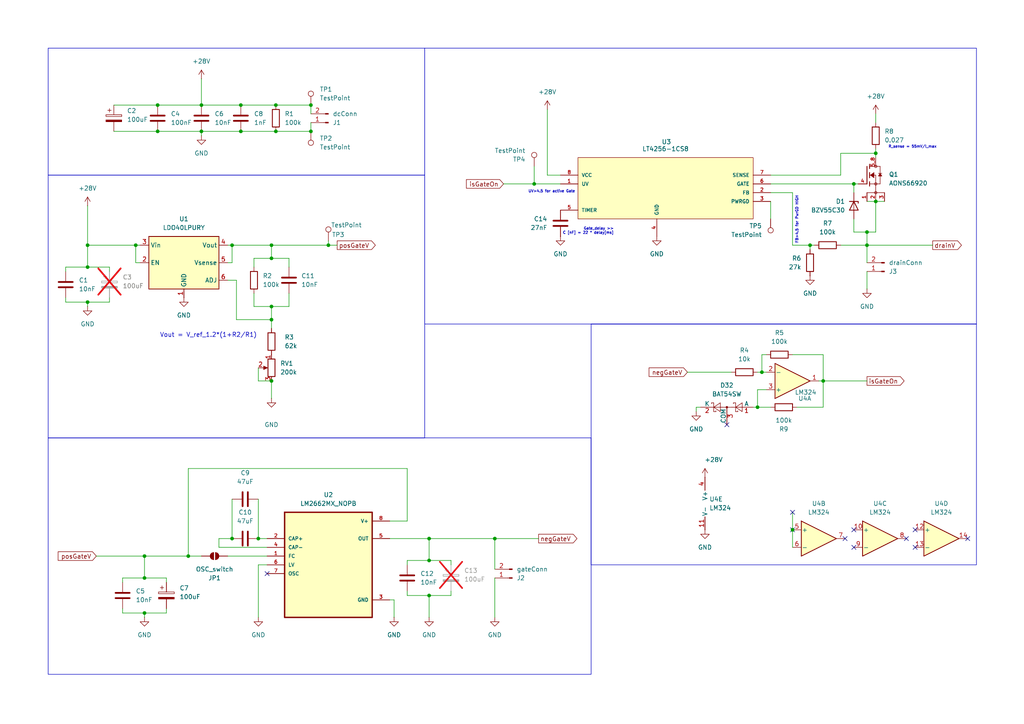
<source format=kicad_sch>
(kicad_sch
	(version 20250114)
	(generator "eeschema")
	(generator_version "9.0")
	(uuid "47a62c20-1cd7-4b03-b86b-d81205f5cf50")
	(paper "A4")
	(title_block
		(title "GaN Power Supply Sequencing Module")
		(date "2025-04-29")
		(rev "1.0")
	)
	(lib_symbols
		(symbol "AONS66920:AONS66920"
			(pin_names
				(offset 1.016)
			)
			(exclude_from_sim no)
			(in_bom yes)
			(on_board yes)
			(property "Reference" "Q"
				(at 5.08 1.27 0)
				(effects
					(font
						(size 1.27 1.27)
					)
					(justify left bottom)
				)
			)
			(property "Value" "AONS66920"
				(at 5.08 -1.27 0)
				(effects
					(font
						(size 1.27 1.27)
					)
					(justify left bottom)
				)
			)
			(property "Footprint" "AONS66920:TRANS_AONS66920"
				(at 0 0 0)
				(effects
					(font
						(size 1.27 1.27)
					)
					(justify bottom)
					(hide yes)
				)
			)
			(property "Datasheet" ""
				(at 0 0 0)
				(effects
					(font
						(size 1.27 1.27)
					)
					(hide yes)
				)
			)
			(property "Description" ""
				(at 0 0 0)
				(effects
					(font
						(size 1.27 1.27)
					)
					(hide yes)
				)
			)
			(property "MF" "Alpha & Omega Semiconductor"
				(at 0 0 0)
				(effects
					(font
						(size 1.27 1.27)
					)
					(justify bottom)
					(hide yes)
				)
			)
			(property "MAXIMUM_PACKAGE_HEIGHT" "1.00mm"
				(at 0 0 0)
				(effects
					(font
						(size 1.27 1.27)
					)
					(justify bottom)
					(hide yes)
				)
			)
			(property "Package" "None"
				(at 0 0 0)
				(effects
					(font
						(size 1.27 1.27)
					)
					(justify bottom)
					(hide yes)
				)
			)
			(property "Price" "None"
				(at 0 0 0)
				(effects
					(font
						(size 1.27 1.27)
					)
					(justify bottom)
					(hide yes)
				)
			)
			(property "Check_prices" "https://www.snapeda.com/parts/AONS66920/Alpha/view-part/?ref=eda"
				(at 0 0 0)
				(effects
					(font
						(size 1.27 1.27)
					)
					(justify bottom)
					(hide yes)
				)
			)
			(property "STANDARD" "Manufacturer Recommendations"
				(at 0 0 0)
				(effects
					(font
						(size 1.27 1.27)
					)
					(justify bottom)
					(hide yes)
				)
			)
			(property "PARTREV" "1.0"
				(at 0 0 0)
				(effects
					(font
						(size 1.27 1.27)
					)
					(justify bottom)
					(hide yes)
				)
			)
			(property "SnapEDA_Link" "https://www.snapeda.com/parts/AONS66920/Alpha/view-part/?ref=snap"
				(at 0 0 0)
				(effects
					(font
						(size 1.27 1.27)
					)
					(justify bottom)
					(hide yes)
				)
			)
			(property "MP" "AONS66920"
				(at 0 0 0)
				(effects
					(font
						(size 1.27 1.27)
					)
					(justify bottom)
					(hide yes)
				)
			)
			(property "Description_1" "N-Channel 100 V 17.5A (Ta), 48A (Tc) 5W (Ta), 56.5W (Tc) Surface Mount 8-DFN (5x6)"
				(at 0 0 0)
				(effects
					(font
						(size 1.27 1.27)
					)
					(justify bottom)
					(hide yes)
				)
			)
			(property "Availability" "In Stock"
				(at 0 0 0)
				(effects
					(font
						(size 1.27 1.27)
					)
					(justify bottom)
					(hide yes)
				)
			)
			(property "MANUFACTURER" "Alpha"
				(at 0 0 0)
				(effects
					(font
						(size 1.27 1.27)
					)
					(justify bottom)
					(hide yes)
				)
			)
			(symbol "AONS66920_0_0"
				(polyline
					(pts
						(xy 0 2.54) (xy 0 -2.54)
					)
					(stroke
						(width 0.254)
						(type default)
					)
					(fill
						(type none)
					)
				)
				(polyline
					(pts
						(xy 0 -5.08) (xy 2.54 -5.08)
					)
					(stroke
						(width 0.1524)
						(type default)
					)
					(fill
						(type none)
					)
				)
				(polyline
					(pts
						(xy 0.762 3.175) (xy 0.762 2.54)
					)
					(stroke
						(width 0.254)
						(type default)
					)
					(fill
						(type none)
					)
				)
				(polyline
					(pts
						(xy 0.762 2.54) (xy 0.762 1.905)
					)
					(stroke
						(width 0.254)
						(type default)
					)
					(fill
						(type none)
					)
				)
				(polyline
					(pts
						(xy 0.762 2.54) (xy 3.81 2.54)
					)
					(stroke
						(width 0.1524)
						(type default)
					)
					(fill
						(type none)
					)
				)
				(polyline
					(pts
						(xy 0.762 0.762) (xy 0.762 0)
					)
					(stroke
						(width 0.254)
						(type default)
					)
					(fill
						(type none)
					)
				)
				(polyline
					(pts
						(xy 0.762 0) (xy 0.762 -0.762)
					)
					(stroke
						(width 0.254)
						(type default)
					)
					(fill
						(type none)
					)
				)
				(polyline
					(pts
						(xy 0.762 0) (xy 2.54 0)
					)
					(stroke
						(width 0.1524)
						(type default)
					)
					(fill
						(type none)
					)
				)
				(polyline
					(pts
						(xy 0.762 -1.905) (xy 0.762 -2.54)
					)
					(stroke
						(width 0.254)
						(type default)
					)
					(fill
						(type none)
					)
				)
				(polyline
					(pts
						(xy 0.762 -2.54) (xy 0.762 -3.175)
					)
					(stroke
						(width 0.254)
						(type default)
					)
					(fill
						(type none)
					)
				)
				(polyline
					(pts
						(xy 1.016 0) (xy 2.032 0.762) (xy 2.032 -0.762) (xy 1.016 0)
					)
					(stroke
						(width 0.1524)
						(type default)
					)
					(fill
						(type outline)
					)
				)
				(circle
					(center 2.54 2.54)
					(radius 0.3592)
					(stroke
						(width 0)
						(type default)
					)
					(fill
						(type none)
					)
				)
				(polyline
					(pts
						(xy 2.54 0) (xy 2.54 -2.54)
					)
					(stroke
						(width 0.1524)
						(type default)
					)
					(fill
						(type none)
					)
				)
				(polyline
					(pts
						(xy 2.54 -2.54) (xy 0.762 -2.54)
					)
					(stroke
						(width 0.1524)
						(type default)
					)
					(fill
						(type none)
					)
				)
				(polyline
					(pts
						(xy 2.54 -2.54) (xy 2.54 -5.08)
					)
					(stroke
						(width 0.1524)
						(type default)
					)
					(fill
						(type none)
					)
				)
				(polyline
					(pts
						(xy 2.54 -2.54) (xy 3.81 -2.54)
					)
					(stroke
						(width 0.1524)
						(type default)
					)
					(fill
						(type none)
					)
				)
				(circle
					(center 2.54 -2.54)
					(radius 0.3592)
					(stroke
						(width 0)
						(type default)
					)
					(fill
						(type none)
					)
				)
				(polyline
					(pts
						(xy 2.54 -5.08) (xy 5.08 -5.08)
					)
					(stroke
						(width 0.1524)
						(type default)
					)
					(fill
						(type none)
					)
				)
				(circle
					(center 2.54 -5.08)
					(radius 0.3592)
					(stroke
						(width 0)
						(type default)
					)
					(fill
						(type none)
					)
				)
				(polyline
					(pts
						(xy 3.81 2.54) (xy 3.81 0.508)
					)
					(stroke
						(width 0.1524)
						(type default)
					)
					(fill
						(type none)
					)
				)
				(polyline
					(pts
						(xy 3.81 0.508) (xy 3.302 0.508)
					)
					(stroke
						(width 0.1524)
						(type default)
					)
					(fill
						(type none)
					)
				)
				(polyline
					(pts
						(xy 3.81 0.508) (xy 3.81 -2.54)
					)
					(stroke
						(width 0.1524)
						(type default)
					)
					(fill
						(type none)
					)
				)
				(polyline
					(pts
						(xy 3.81 0.508) (xy 3.302 -0.254) (xy 4.318 -0.254) (xy 3.81 0.508)
					)
					(stroke
						(width 0.1524)
						(type default)
					)
					(fill
						(type outline)
					)
				)
				(polyline
					(pts
						(xy 4.318 0.508) (xy 3.81 0.508)
					)
					(stroke
						(width 0.1524)
						(type default)
					)
					(fill
						(type none)
					)
				)
				(pin passive line
					(at -2.54 -2.54 0)
					(length 2.54)
					(name "~"
						(effects
							(font
								(size 1.016 1.016)
							)
						)
					)
					(number "4"
						(effects
							(font
								(size 1.016 1.016)
							)
						)
					)
				)
				(pin passive line
					(at 0 -7.62 90)
					(length 2.54)
					(name "~"
						(effects
							(font
								(size 1.016 1.016)
							)
						)
					)
					(number "1"
						(effects
							(font
								(size 1.016 1.016)
							)
						)
					)
				)
				(pin passive line
					(at 2.54 5.08 270)
					(length 2.54)
					(name "~"
						(effects
							(font
								(size 1.016 1.016)
							)
						)
					)
					(number "5_8"
						(effects
							(font
								(size 1.016 1.016)
							)
						)
					)
				)
				(pin passive line
					(at 2.54 -7.62 90)
					(length 2.54)
					(name "~"
						(effects
							(font
								(size 1.016 1.016)
							)
						)
					)
					(number "2"
						(effects
							(font
								(size 1.016 1.016)
							)
						)
					)
				)
				(pin passive line
					(at 5.08 -7.62 90)
					(length 2.54)
					(name "~"
						(effects
							(font
								(size 1.016 1.016)
							)
						)
					)
					(number "3"
						(effects
							(font
								(size 1.016 1.016)
							)
						)
					)
				)
			)
			(embedded_fonts no)
		)
		(symbol "Amplifier_Operational:LM324"
			(pin_names
				(offset 0.127)
			)
			(exclude_from_sim no)
			(in_bom yes)
			(on_board yes)
			(property "Reference" "U"
				(at 0 5.08 0)
				(effects
					(font
						(size 1.27 1.27)
					)
					(justify left)
				)
			)
			(property "Value" "LM324"
				(at 0 -5.08 0)
				(effects
					(font
						(size 1.27 1.27)
					)
					(justify left)
				)
			)
			(property "Footprint" ""
				(at -1.27 2.54 0)
				(effects
					(font
						(size 1.27 1.27)
					)
					(hide yes)
				)
			)
			(property "Datasheet" "http://www.ti.com/lit/ds/symlink/lm2902-n.pdf"
				(at 1.27 5.08 0)
				(effects
					(font
						(size 1.27 1.27)
					)
					(hide yes)
				)
			)
			(property "Description" "Low-Power, Quad-Operational Amplifiers, DIP-14/SOIC-14/SSOP-14"
				(at 0 0 0)
				(effects
					(font
						(size 1.27 1.27)
					)
					(hide yes)
				)
			)
			(property "ki_locked" ""
				(at 0 0 0)
				(effects
					(font
						(size 1.27 1.27)
					)
				)
			)
			(property "ki_keywords" "quad opamp"
				(at 0 0 0)
				(effects
					(font
						(size 1.27 1.27)
					)
					(hide yes)
				)
			)
			(property "ki_fp_filters" "SOIC*3.9x8.7mm*P1.27mm* DIP*W7.62mm* TSSOP*4.4x5mm*P0.65mm* SSOP*5.3x6.2mm*P0.65mm* MSOP*3x3mm*P0.5mm*"
				(at 0 0 0)
				(effects
					(font
						(size 1.27 1.27)
					)
					(hide yes)
				)
			)
			(symbol "LM324_1_1"
				(polyline
					(pts
						(xy -5.08 5.08) (xy 5.08 0) (xy -5.08 -5.08) (xy -5.08 5.08)
					)
					(stroke
						(width 0.254)
						(type default)
					)
					(fill
						(type background)
					)
				)
				(pin input line
					(at -7.62 2.54 0)
					(length 2.54)
					(name "+"
						(effects
							(font
								(size 1.27 1.27)
							)
						)
					)
					(number "3"
						(effects
							(font
								(size 1.27 1.27)
							)
						)
					)
				)
				(pin input line
					(at -7.62 -2.54 0)
					(length 2.54)
					(name "-"
						(effects
							(font
								(size 1.27 1.27)
							)
						)
					)
					(number "2"
						(effects
							(font
								(size 1.27 1.27)
							)
						)
					)
				)
				(pin output line
					(at 7.62 0 180)
					(length 2.54)
					(name "~"
						(effects
							(font
								(size 1.27 1.27)
							)
						)
					)
					(number "1"
						(effects
							(font
								(size 1.27 1.27)
							)
						)
					)
				)
			)
			(symbol "LM324_2_1"
				(polyline
					(pts
						(xy -5.08 5.08) (xy 5.08 0) (xy -5.08 -5.08) (xy -5.08 5.08)
					)
					(stroke
						(width 0.254)
						(type default)
					)
					(fill
						(type background)
					)
				)
				(pin input line
					(at -7.62 2.54 0)
					(length 2.54)
					(name "+"
						(effects
							(font
								(size 1.27 1.27)
							)
						)
					)
					(number "5"
						(effects
							(font
								(size 1.27 1.27)
							)
						)
					)
				)
				(pin input line
					(at -7.62 -2.54 0)
					(length 2.54)
					(name "-"
						(effects
							(font
								(size 1.27 1.27)
							)
						)
					)
					(number "6"
						(effects
							(font
								(size 1.27 1.27)
							)
						)
					)
				)
				(pin output line
					(at 7.62 0 180)
					(length 2.54)
					(name "~"
						(effects
							(font
								(size 1.27 1.27)
							)
						)
					)
					(number "7"
						(effects
							(font
								(size 1.27 1.27)
							)
						)
					)
				)
			)
			(symbol "LM324_3_1"
				(polyline
					(pts
						(xy -5.08 5.08) (xy 5.08 0) (xy -5.08 -5.08) (xy -5.08 5.08)
					)
					(stroke
						(width 0.254)
						(type default)
					)
					(fill
						(type background)
					)
				)
				(pin input line
					(at -7.62 2.54 0)
					(length 2.54)
					(name "+"
						(effects
							(font
								(size 1.27 1.27)
							)
						)
					)
					(number "10"
						(effects
							(font
								(size 1.27 1.27)
							)
						)
					)
				)
				(pin input line
					(at -7.62 -2.54 0)
					(length 2.54)
					(name "-"
						(effects
							(font
								(size 1.27 1.27)
							)
						)
					)
					(number "9"
						(effects
							(font
								(size 1.27 1.27)
							)
						)
					)
				)
				(pin output line
					(at 7.62 0 180)
					(length 2.54)
					(name "~"
						(effects
							(font
								(size 1.27 1.27)
							)
						)
					)
					(number "8"
						(effects
							(font
								(size 1.27 1.27)
							)
						)
					)
				)
			)
			(symbol "LM324_4_1"
				(polyline
					(pts
						(xy -5.08 5.08) (xy 5.08 0) (xy -5.08 -5.08) (xy -5.08 5.08)
					)
					(stroke
						(width 0.254)
						(type default)
					)
					(fill
						(type background)
					)
				)
				(pin input line
					(at -7.62 2.54 0)
					(length 2.54)
					(name "+"
						(effects
							(font
								(size 1.27 1.27)
							)
						)
					)
					(number "12"
						(effects
							(font
								(size 1.27 1.27)
							)
						)
					)
				)
				(pin input line
					(at -7.62 -2.54 0)
					(length 2.54)
					(name "-"
						(effects
							(font
								(size 1.27 1.27)
							)
						)
					)
					(number "13"
						(effects
							(font
								(size 1.27 1.27)
							)
						)
					)
				)
				(pin output line
					(at 7.62 0 180)
					(length 2.54)
					(name "~"
						(effects
							(font
								(size 1.27 1.27)
							)
						)
					)
					(number "14"
						(effects
							(font
								(size 1.27 1.27)
							)
						)
					)
				)
			)
			(symbol "LM324_5_1"
				(pin power_in line
					(at -2.54 7.62 270)
					(length 3.81)
					(name "V+"
						(effects
							(font
								(size 1.27 1.27)
							)
						)
					)
					(number "4"
						(effects
							(font
								(size 1.27 1.27)
							)
						)
					)
				)
				(pin power_in line
					(at -2.54 -7.62 90)
					(length 3.81)
					(name "V-"
						(effects
							(font
								(size 1.27 1.27)
							)
						)
					)
					(number "11"
						(effects
							(font
								(size 1.27 1.27)
							)
						)
					)
				)
			)
			(embedded_fonts no)
		)
		(symbol "Connector:Conn_01x02_Pin"
			(pin_names
				(offset 1.016)
				(hide yes)
			)
			(exclude_from_sim no)
			(in_bom yes)
			(on_board yes)
			(property "Reference" "J"
				(at 0 2.54 0)
				(effects
					(font
						(size 1.27 1.27)
					)
				)
			)
			(property "Value" "Conn_01x02_Pin"
				(at 0 -5.08 0)
				(effects
					(font
						(size 1.27 1.27)
					)
				)
			)
			(property "Footprint" ""
				(at 0 0 0)
				(effects
					(font
						(size 1.27 1.27)
					)
					(hide yes)
				)
			)
			(property "Datasheet" "~"
				(at 0 0 0)
				(effects
					(font
						(size 1.27 1.27)
					)
					(hide yes)
				)
			)
			(property "Description" "Generic connector, single row, 01x02, script generated"
				(at 0 0 0)
				(effects
					(font
						(size 1.27 1.27)
					)
					(hide yes)
				)
			)
			(property "ki_locked" ""
				(at 0 0 0)
				(effects
					(font
						(size 1.27 1.27)
					)
				)
			)
			(property "ki_keywords" "connector"
				(at 0 0 0)
				(effects
					(font
						(size 1.27 1.27)
					)
					(hide yes)
				)
			)
			(property "ki_fp_filters" "Connector*:*_1x??_*"
				(at 0 0 0)
				(effects
					(font
						(size 1.27 1.27)
					)
					(hide yes)
				)
			)
			(symbol "Conn_01x02_Pin_1_1"
				(rectangle
					(start 0.8636 0.127)
					(end 0 -0.127)
					(stroke
						(width 0.1524)
						(type default)
					)
					(fill
						(type outline)
					)
				)
				(rectangle
					(start 0.8636 -2.413)
					(end 0 -2.667)
					(stroke
						(width 0.1524)
						(type default)
					)
					(fill
						(type outline)
					)
				)
				(polyline
					(pts
						(xy 1.27 0) (xy 0.8636 0)
					)
					(stroke
						(width 0.1524)
						(type default)
					)
					(fill
						(type none)
					)
				)
				(polyline
					(pts
						(xy 1.27 -2.54) (xy 0.8636 -2.54)
					)
					(stroke
						(width 0.1524)
						(type default)
					)
					(fill
						(type none)
					)
				)
				(pin passive line
					(at 5.08 0 180)
					(length 3.81)
					(name "Pin_1"
						(effects
							(font
								(size 1.27 1.27)
							)
						)
					)
					(number "1"
						(effects
							(font
								(size 1.27 1.27)
							)
						)
					)
				)
				(pin passive line
					(at 5.08 -2.54 180)
					(length 3.81)
					(name "Pin_2"
						(effects
							(font
								(size 1.27 1.27)
							)
						)
					)
					(number "2"
						(effects
							(font
								(size 1.27 1.27)
							)
						)
					)
				)
			)
			(embedded_fonts no)
		)
		(symbol "Connector:TestPoint"
			(pin_numbers
				(hide yes)
			)
			(pin_names
				(offset 0.762)
				(hide yes)
			)
			(exclude_from_sim no)
			(in_bom yes)
			(on_board yes)
			(property "Reference" "TP"
				(at 0 6.858 0)
				(effects
					(font
						(size 1.27 1.27)
					)
				)
			)
			(property "Value" "TestPoint"
				(at 0 5.08 0)
				(effects
					(font
						(size 1.27 1.27)
					)
				)
			)
			(property "Footprint" ""
				(at 5.08 0 0)
				(effects
					(font
						(size 1.27 1.27)
					)
					(hide yes)
				)
			)
			(property "Datasheet" "~"
				(at 5.08 0 0)
				(effects
					(font
						(size 1.27 1.27)
					)
					(hide yes)
				)
			)
			(property "Description" "test point"
				(at 0 0 0)
				(effects
					(font
						(size 1.27 1.27)
					)
					(hide yes)
				)
			)
			(property "ki_keywords" "test point tp"
				(at 0 0 0)
				(effects
					(font
						(size 1.27 1.27)
					)
					(hide yes)
				)
			)
			(property "ki_fp_filters" "Pin* Test*"
				(at 0 0 0)
				(effects
					(font
						(size 1.27 1.27)
					)
					(hide yes)
				)
			)
			(symbol "TestPoint_0_1"
				(circle
					(center 0 3.302)
					(radius 0.762)
					(stroke
						(width 0)
						(type default)
					)
					(fill
						(type none)
					)
				)
			)
			(symbol "TestPoint_1_1"
				(pin passive line
					(at 0 0 90)
					(length 2.54)
					(name "1"
						(effects
							(font
								(size 1.27 1.27)
							)
						)
					)
					(number "1"
						(effects
							(font
								(size 1.27 1.27)
							)
						)
					)
				)
			)
			(embedded_fonts no)
		)
		(symbol "Device:C"
			(pin_numbers
				(hide yes)
			)
			(pin_names
				(offset 0.254)
			)
			(exclude_from_sim no)
			(in_bom yes)
			(on_board yes)
			(property "Reference" "C"
				(at 0.635 2.54 0)
				(effects
					(font
						(size 1.27 1.27)
					)
					(justify left)
				)
			)
			(property "Value" "C"
				(at 0.635 -2.54 0)
				(effects
					(font
						(size 1.27 1.27)
					)
					(justify left)
				)
			)
			(property "Footprint" ""
				(at 0.9652 -3.81 0)
				(effects
					(font
						(size 1.27 1.27)
					)
					(hide yes)
				)
			)
			(property "Datasheet" "~"
				(at 0 0 0)
				(effects
					(font
						(size 1.27 1.27)
					)
					(hide yes)
				)
			)
			(property "Description" "Unpolarized capacitor"
				(at 0 0 0)
				(effects
					(font
						(size 1.27 1.27)
					)
					(hide yes)
				)
			)
			(property "ki_keywords" "cap capacitor"
				(at 0 0 0)
				(effects
					(font
						(size 1.27 1.27)
					)
					(hide yes)
				)
			)
			(property "ki_fp_filters" "C_*"
				(at 0 0 0)
				(effects
					(font
						(size 1.27 1.27)
					)
					(hide yes)
				)
			)
			(symbol "C_0_1"
				(polyline
					(pts
						(xy -2.032 0.762) (xy 2.032 0.762)
					)
					(stroke
						(width 0.508)
						(type default)
					)
					(fill
						(type none)
					)
				)
				(polyline
					(pts
						(xy -2.032 -0.762) (xy 2.032 -0.762)
					)
					(stroke
						(width 0.508)
						(type default)
					)
					(fill
						(type none)
					)
				)
			)
			(symbol "C_1_1"
				(pin passive line
					(at 0 3.81 270)
					(length 2.794)
					(name "~"
						(effects
							(font
								(size 1.27 1.27)
							)
						)
					)
					(number "1"
						(effects
							(font
								(size 1.27 1.27)
							)
						)
					)
				)
				(pin passive line
					(at 0 -3.81 90)
					(length 2.794)
					(name "~"
						(effects
							(font
								(size 1.27 1.27)
							)
						)
					)
					(number "2"
						(effects
							(font
								(size 1.27 1.27)
							)
						)
					)
				)
			)
			(embedded_fonts no)
		)
		(symbol "Device:C_Polarized"
			(pin_numbers
				(hide yes)
			)
			(pin_names
				(offset 0.254)
			)
			(exclude_from_sim no)
			(in_bom yes)
			(on_board yes)
			(property "Reference" "C"
				(at 0.635 2.54 0)
				(effects
					(font
						(size 1.27 1.27)
					)
					(justify left)
				)
			)
			(property "Value" "C_Polarized"
				(at 0.635 -2.54 0)
				(effects
					(font
						(size 1.27 1.27)
					)
					(justify left)
				)
			)
			(property "Footprint" ""
				(at 0.9652 -3.81 0)
				(effects
					(font
						(size 1.27 1.27)
					)
					(hide yes)
				)
			)
			(property "Datasheet" "~"
				(at 0 0 0)
				(effects
					(font
						(size 1.27 1.27)
					)
					(hide yes)
				)
			)
			(property "Description" "Polarized capacitor"
				(at 0 0 0)
				(effects
					(font
						(size 1.27 1.27)
					)
					(hide yes)
				)
			)
			(property "ki_keywords" "cap capacitor"
				(at 0 0 0)
				(effects
					(font
						(size 1.27 1.27)
					)
					(hide yes)
				)
			)
			(property "ki_fp_filters" "CP_*"
				(at 0 0 0)
				(effects
					(font
						(size 1.27 1.27)
					)
					(hide yes)
				)
			)
			(symbol "C_Polarized_0_1"
				(rectangle
					(start -2.286 0.508)
					(end 2.286 1.016)
					(stroke
						(width 0)
						(type default)
					)
					(fill
						(type none)
					)
				)
				(polyline
					(pts
						(xy -1.778 2.286) (xy -0.762 2.286)
					)
					(stroke
						(width 0)
						(type default)
					)
					(fill
						(type none)
					)
				)
				(polyline
					(pts
						(xy -1.27 2.794) (xy -1.27 1.778)
					)
					(stroke
						(width 0)
						(type default)
					)
					(fill
						(type none)
					)
				)
				(rectangle
					(start 2.286 -0.508)
					(end -2.286 -1.016)
					(stroke
						(width 0)
						(type default)
					)
					(fill
						(type outline)
					)
				)
			)
			(symbol "C_Polarized_1_1"
				(pin passive line
					(at 0 3.81 270)
					(length 2.794)
					(name "~"
						(effects
							(font
								(size 1.27 1.27)
							)
						)
					)
					(number "1"
						(effects
							(font
								(size 1.27 1.27)
							)
						)
					)
				)
				(pin passive line
					(at 0 -3.81 90)
					(length 2.794)
					(name "~"
						(effects
							(font
								(size 1.27 1.27)
							)
						)
					)
					(number "2"
						(effects
							(font
								(size 1.27 1.27)
							)
						)
					)
				)
			)
			(embedded_fonts no)
		)
		(symbol "Device:R"
			(pin_numbers
				(hide yes)
			)
			(pin_names
				(offset 0)
			)
			(exclude_from_sim no)
			(in_bom yes)
			(on_board yes)
			(property "Reference" "R"
				(at 2.032 0 90)
				(effects
					(font
						(size 1.27 1.27)
					)
				)
			)
			(property "Value" "R"
				(at 0 0 90)
				(effects
					(font
						(size 1.27 1.27)
					)
				)
			)
			(property "Footprint" ""
				(at -1.778 0 90)
				(effects
					(font
						(size 1.27 1.27)
					)
					(hide yes)
				)
			)
			(property "Datasheet" "~"
				(at 0 0 0)
				(effects
					(font
						(size 1.27 1.27)
					)
					(hide yes)
				)
			)
			(property "Description" "Resistor"
				(at 0 0 0)
				(effects
					(font
						(size 1.27 1.27)
					)
					(hide yes)
				)
			)
			(property "ki_keywords" "R res resistor"
				(at 0 0 0)
				(effects
					(font
						(size 1.27 1.27)
					)
					(hide yes)
				)
			)
			(property "ki_fp_filters" "R_*"
				(at 0 0 0)
				(effects
					(font
						(size 1.27 1.27)
					)
					(hide yes)
				)
			)
			(symbol "R_0_1"
				(rectangle
					(start -1.016 -2.54)
					(end 1.016 2.54)
					(stroke
						(width 0.254)
						(type default)
					)
					(fill
						(type none)
					)
				)
			)
			(symbol "R_1_1"
				(pin passive line
					(at 0 3.81 270)
					(length 1.27)
					(name "~"
						(effects
							(font
								(size 1.27 1.27)
							)
						)
					)
					(number "1"
						(effects
							(font
								(size 1.27 1.27)
							)
						)
					)
				)
				(pin passive line
					(at 0 -3.81 90)
					(length 1.27)
					(name "~"
						(effects
							(font
								(size 1.27 1.27)
							)
						)
					)
					(number "2"
						(effects
							(font
								(size 1.27 1.27)
							)
						)
					)
				)
			)
			(embedded_fonts no)
		)
		(symbol "Device:R_Potentiometer"
			(pin_names
				(offset 1.016)
				(hide yes)
			)
			(exclude_from_sim no)
			(in_bom yes)
			(on_board yes)
			(property "Reference" "RV"
				(at -4.445 0 90)
				(effects
					(font
						(size 1.27 1.27)
					)
				)
			)
			(property "Value" "R_Potentiometer"
				(at -2.54 0 90)
				(effects
					(font
						(size 1.27 1.27)
					)
				)
			)
			(property "Footprint" ""
				(at 0 0 0)
				(effects
					(font
						(size 1.27 1.27)
					)
					(hide yes)
				)
			)
			(property "Datasheet" "~"
				(at 0 0 0)
				(effects
					(font
						(size 1.27 1.27)
					)
					(hide yes)
				)
			)
			(property "Description" "Potentiometer"
				(at 0 0 0)
				(effects
					(font
						(size 1.27 1.27)
					)
					(hide yes)
				)
			)
			(property "ki_keywords" "resistor variable"
				(at 0 0 0)
				(effects
					(font
						(size 1.27 1.27)
					)
					(hide yes)
				)
			)
			(property "ki_fp_filters" "Potentiometer*"
				(at 0 0 0)
				(effects
					(font
						(size 1.27 1.27)
					)
					(hide yes)
				)
			)
			(symbol "R_Potentiometer_0_1"
				(rectangle
					(start 1.016 2.54)
					(end -1.016 -2.54)
					(stroke
						(width 0.254)
						(type default)
					)
					(fill
						(type none)
					)
				)
				(polyline
					(pts
						(xy 1.143 0) (xy 2.286 0.508) (xy 2.286 -0.508) (xy 1.143 0)
					)
					(stroke
						(width 0)
						(type default)
					)
					(fill
						(type outline)
					)
				)
				(polyline
					(pts
						(xy 2.54 0) (xy 1.524 0)
					)
					(stroke
						(width 0)
						(type default)
					)
					(fill
						(type none)
					)
				)
			)
			(symbol "R_Potentiometer_1_1"
				(pin passive line
					(at 0 3.81 270)
					(length 1.27)
					(name "1"
						(effects
							(font
								(size 1.27 1.27)
							)
						)
					)
					(number "1"
						(effects
							(font
								(size 1.27 1.27)
							)
						)
					)
				)
				(pin passive line
					(at 0 -3.81 90)
					(length 1.27)
					(name "3"
						(effects
							(font
								(size 1.27 1.27)
							)
						)
					)
					(number "3"
						(effects
							(font
								(size 1.27 1.27)
							)
						)
					)
				)
				(pin passive line
					(at 3.81 0 180)
					(length 1.27)
					(name "2"
						(effects
							(font
								(size 1.27 1.27)
							)
						)
					)
					(number "2"
						(effects
							(font
								(size 1.27 1.27)
							)
						)
					)
				)
			)
			(embedded_fonts no)
		)
		(symbol "Diode:BAT54SW"
			(pin_names
				(offset 0)
			)
			(exclude_from_sim no)
			(in_bom yes)
			(on_board yes)
			(property "Reference" "D"
				(at 0.635 -3.81 0)
				(effects
					(font
						(size 1.27 1.27)
					)
					(justify left)
				)
			)
			(property "Value" "BAT54SW"
				(at -6.35 3.175 0)
				(effects
					(font
						(size 1.27 1.27)
					)
					(justify left)
				)
			)
			(property "Footprint" "Package_TO_SOT_SMD:SOT-323_SC-70"
				(at 1.905 3.175 0)
				(effects
					(font
						(size 1.27 1.27)
					)
					(justify left)
					(hide yes)
				)
			)
			(property "Datasheet" "https://assets.nexperia.com/documents/data-sheet/BAT54W_SER.pdf"
				(at -3.048 0 0)
				(effects
					(font
						(size 1.27 1.27)
					)
					(hide yes)
				)
			)
			(property "Description" "Vr 30V, If 200mA, Dual schottky barrier diode, in series, SOT-323"
				(at 0 0 0)
				(effects
					(font
						(size 1.27 1.27)
					)
					(hide yes)
				)
			)
			(property "ki_keywords" "dual schottky diode"
				(at 0 0 0)
				(effects
					(font
						(size 1.27 1.27)
					)
					(hide yes)
				)
			)
			(property "ki_fp_filters" "SOT?323*"
				(at 0 0 0)
				(effects
					(font
						(size 1.27 1.27)
					)
					(hide yes)
				)
			)
			(symbol "BAT54SW_0_1"
				(polyline
					(pts
						(xy -4.445 1.27) (xy -4.445 -1.27) (xy -2.54 0) (xy -4.445 1.27)
					)
					(stroke
						(width 0)
						(type default)
					)
					(fill
						(type none)
					)
				)
				(polyline
					(pts
						(xy -3.81 0) (xy -1.27 0)
					)
					(stroke
						(width 0)
						(type default)
					)
					(fill
						(type none)
					)
				)
				(polyline
					(pts
						(xy -3.175 -1.27) (xy -3.175 -1.016)
					)
					(stroke
						(width 0)
						(type default)
					)
					(fill
						(type none)
					)
				)
				(polyline
					(pts
						(xy -2.54 1.27) (xy -1.905 1.27)
					)
					(stroke
						(width 0)
						(type default)
					)
					(fill
						(type none)
					)
				)
				(polyline
					(pts
						(xy -2.54 -1.27) (xy -3.175 -1.27)
					)
					(stroke
						(width 0)
						(type default)
					)
					(fill
						(type none)
					)
				)
				(polyline
					(pts
						(xy -2.54 -1.27) (xy -2.54 1.27)
					)
					(stroke
						(width 0)
						(type default)
					)
					(fill
						(type none)
					)
				)
				(polyline
					(pts
						(xy -1.905 1.27) (xy -1.905 1.016)
					)
					(stroke
						(width 0)
						(type default)
					)
					(fill
						(type none)
					)
				)
				(polyline
					(pts
						(xy -1.905 0) (xy 1.905 0)
					)
					(stroke
						(width 0)
						(type default)
					)
					(fill
						(type none)
					)
				)
				(circle
					(center 0 0)
					(radius 0.254)
					(stroke
						(width 0)
						(type default)
					)
					(fill
						(type outline)
					)
				)
				(polyline
					(pts
						(xy 1.27 0) (xy 3.81 0)
					)
					(stroke
						(width 0)
						(type default)
					)
					(fill
						(type none)
					)
				)
				(polyline
					(pts
						(xy 1.905 1.27) (xy 1.905 -1.27) (xy 3.81 0) (xy 1.905 1.27)
					)
					(stroke
						(width 0)
						(type default)
					)
					(fill
						(type none)
					)
				)
				(polyline
					(pts
						(xy 3.175 -1.27) (xy 3.175 -1.016)
					)
					(stroke
						(width 0)
						(type default)
					)
					(fill
						(type none)
					)
				)
				(polyline
					(pts
						(xy 3.81 1.27) (xy 4.445 1.27)
					)
					(stroke
						(width 0)
						(type default)
					)
					(fill
						(type none)
					)
				)
				(polyline
					(pts
						(xy 3.81 -1.27) (xy 3.175 -1.27)
					)
					(stroke
						(width 0)
						(type default)
					)
					(fill
						(type none)
					)
				)
				(polyline
					(pts
						(xy 3.81 -1.27) (xy 3.81 1.27)
					)
					(stroke
						(width 0)
						(type default)
					)
					(fill
						(type none)
					)
				)
				(polyline
					(pts
						(xy 4.445 1.27) (xy 4.445 1.016)
					)
					(stroke
						(width 0)
						(type default)
					)
					(fill
						(type none)
					)
				)
			)
			(symbol "BAT54SW_1_1"
				(pin passive line
					(at -7.62 0 0)
					(length 3.81)
					(name "A"
						(effects
							(font
								(size 1.27 1.27)
							)
						)
					)
					(number "1"
						(effects
							(font
								(size 1.27 1.27)
							)
						)
					)
				)
				(pin passive line
					(at 0 -5.08 90)
					(length 5.08)
					(name "COM"
						(effects
							(font
								(size 1.27 1.27)
							)
						)
					)
					(number "3"
						(effects
							(font
								(size 1.27 1.27)
							)
						)
					)
				)
				(pin passive line
					(at 7.62 0 180)
					(length 3.81)
					(name "K"
						(effects
							(font
								(size 1.27 1.27)
							)
						)
					)
					(number "2"
						(effects
							(font
								(size 1.27 1.27)
							)
						)
					)
				)
			)
			(embedded_fonts no)
		)
		(symbol "Diode:BZV55C30"
			(pin_numbers
				(hide yes)
			)
			(pin_names
				(hide yes)
			)
			(exclude_from_sim no)
			(in_bom yes)
			(on_board yes)
			(property "Reference" "D"
				(at 0 2.54 0)
				(effects
					(font
						(size 1.27 1.27)
					)
				)
			)
			(property "Value" "BZV55C30"
				(at 0 -2.54 0)
				(effects
					(font
						(size 1.27 1.27)
					)
				)
			)
			(property "Footprint" "Diode_SMD:D_MiniMELF"
				(at 0 -4.445 0)
				(effects
					(font
						(size 1.27 1.27)
					)
					(hide yes)
				)
			)
			(property "Datasheet" "https://assets.nexperia.com/documents/data-sheet/BZV55_SER.pdf"
				(at 0 0 0)
				(effects
					(font
						(size 1.27 1.27)
					)
					(hide yes)
				)
			)
			(property "Description" "30V, 500mW, 5%, Zener diode, MiniMELF"
				(at 0 0 0)
				(effects
					(font
						(size 1.27 1.27)
					)
					(hide yes)
				)
			)
			(property "ki_keywords" "zener diode"
				(at 0 0 0)
				(effects
					(font
						(size 1.27 1.27)
					)
					(hide yes)
				)
			)
			(property "ki_fp_filters" "D*MiniMELF*"
				(at 0 0 0)
				(effects
					(font
						(size 1.27 1.27)
					)
					(hide yes)
				)
			)
			(symbol "BZV55C30_0_1"
				(polyline
					(pts
						(xy -1.27 -1.27) (xy -1.27 1.27) (xy -0.762 1.27)
					)
					(stroke
						(width 0.254)
						(type default)
					)
					(fill
						(type none)
					)
				)
				(polyline
					(pts
						(xy 1.27 0) (xy -1.27 0)
					)
					(stroke
						(width 0)
						(type default)
					)
					(fill
						(type none)
					)
				)
				(polyline
					(pts
						(xy 1.27 -1.27) (xy 1.27 1.27) (xy -1.27 0) (xy 1.27 -1.27)
					)
					(stroke
						(width 0.254)
						(type default)
					)
					(fill
						(type none)
					)
				)
			)
			(symbol "BZV55C30_1_1"
				(pin passive line
					(at -3.81 0 0)
					(length 2.54)
					(name "K"
						(effects
							(font
								(size 1.27 1.27)
							)
						)
					)
					(number "1"
						(effects
							(font
								(size 1.27 1.27)
							)
						)
					)
				)
				(pin passive line
					(at 3.81 0 180)
					(length 2.54)
					(name "A"
						(effects
							(font
								(size 1.27 1.27)
							)
						)
					)
					(number "2"
						(effects
							(font
								(size 1.27 1.27)
							)
						)
					)
				)
			)
			(embedded_fonts no)
		)
		(symbol "Jumper:SolderJumper_2_Open"
			(pin_numbers
				(hide yes)
			)
			(pin_names
				(offset 0)
				(hide yes)
			)
			(exclude_from_sim yes)
			(in_bom no)
			(on_board yes)
			(property "Reference" "JP"
				(at 0 2.032 0)
				(effects
					(font
						(size 1.27 1.27)
					)
				)
			)
			(property "Value" "SolderJumper_2_Open"
				(at 0 -2.54 0)
				(effects
					(font
						(size 1.27 1.27)
					)
				)
			)
			(property "Footprint" ""
				(at 0 0 0)
				(effects
					(font
						(size 1.27 1.27)
					)
					(hide yes)
				)
			)
			(property "Datasheet" "~"
				(at 0 0 0)
				(effects
					(font
						(size 1.27 1.27)
					)
					(hide yes)
				)
			)
			(property "Description" "Solder Jumper, 2-pole, open"
				(at 0 0 0)
				(effects
					(font
						(size 1.27 1.27)
					)
					(hide yes)
				)
			)
			(property "ki_keywords" "solder jumper SPST"
				(at 0 0 0)
				(effects
					(font
						(size 1.27 1.27)
					)
					(hide yes)
				)
			)
			(property "ki_fp_filters" "SolderJumper*Open*"
				(at 0 0 0)
				(effects
					(font
						(size 1.27 1.27)
					)
					(hide yes)
				)
			)
			(symbol "SolderJumper_2_Open_0_1"
				(polyline
					(pts
						(xy -0.254 1.016) (xy -0.254 -1.016)
					)
					(stroke
						(width 0)
						(type default)
					)
					(fill
						(type none)
					)
				)
				(arc
					(start -0.254 -1.016)
					(mid -1.2656 0)
					(end -0.254 1.016)
					(stroke
						(width 0)
						(type default)
					)
					(fill
						(type none)
					)
				)
				(arc
					(start -0.254 -1.016)
					(mid -1.2656 0)
					(end -0.254 1.016)
					(stroke
						(width 0)
						(type default)
					)
					(fill
						(type outline)
					)
				)
				(arc
					(start 0.254 1.016)
					(mid 1.2656 0)
					(end 0.254 -1.016)
					(stroke
						(width 0)
						(type default)
					)
					(fill
						(type none)
					)
				)
				(arc
					(start 0.254 1.016)
					(mid 1.2656 0)
					(end 0.254 -1.016)
					(stroke
						(width 0)
						(type default)
					)
					(fill
						(type outline)
					)
				)
				(polyline
					(pts
						(xy 0.254 1.016) (xy 0.254 -1.016)
					)
					(stroke
						(width 0)
						(type default)
					)
					(fill
						(type none)
					)
				)
			)
			(symbol "SolderJumper_2_Open_1_1"
				(pin passive line
					(at -3.81 0 0)
					(length 2.54)
					(name "A"
						(effects
							(font
								(size 1.27 1.27)
							)
						)
					)
					(number "1"
						(effects
							(font
								(size 1.27 1.27)
							)
						)
					)
				)
				(pin passive line
					(at 3.81 0 180)
					(length 2.54)
					(name "B"
						(effects
							(font
								(size 1.27 1.27)
							)
						)
					)
					(number "2"
						(effects
							(font
								(size 1.27 1.27)
							)
						)
					)
				)
			)
			(embedded_fonts no)
		)
		(symbol "LM2662MX_NOPB:LM2662MX_NOPB"
			(pin_names
				(offset 1.016)
			)
			(exclude_from_sim no)
			(in_bom yes)
			(on_board yes)
			(property "Reference" "U"
				(at -12.7 16.24 0)
				(effects
					(font
						(size 1.27 1.27)
					)
					(justify left bottom)
				)
			)
			(property "Value" "LM2662MX_NOPB"
				(at -12.7 -19.24 0)
				(effects
					(font
						(size 1.27 1.27)
					)
					(justify left bottom)
				)
			)
			(property "Footprint" "LM2662MX_NOPB:SOIC127P599X175-8N"
				(at 0 0 0)
				(effects
					(font
						(size 1.27 1.27)
					)
					(justify bottom)
					(hide yes)
				)
			)
			(property "Datasheet" ""
				(at 0 0 0)
				(effects
					(font
						(size 1.27 1.27)
					)
					(hide yes)
				)
			)
			(property "Description" ""
				(at 0 0 0)
				(effects
					(font
						(size 1.27 1.27)
					)
					(hide yes)
				)
			)
			(property "MF" "Texas Instruments"
				(at 0 0 0)
				(effects
					(font
						(size 1.27 1.27)
					)
					(justify bottom)
					(hide yes)
				)
			)
			(property "Description_1" "200mA switched capacitor voltage converter"
				(at 0 0 0)
				(effects
					(font
						(size 1.27 1.27)
					)
					(justify bottom)
					(hide yes)
				)
			)
			(property "Package" "SOIC-8 Texas Instruments"
				(at 0 0 0)
				(effects
					(font
						(size 1.27 1.27)
					)
					(justify bottom)
					(hide yes)
				)
			)
			(property "Price" "None"
				(at 0 0 0)
				(effects
					(font
						(size 1.27 1.27)
					)
					(justify bottom)
					(hide yes)
				)
			)
			(property "SnapEDA_Link" "https://www.snapeda.com/parts/LM2662MX/NOPB/Texas+Instruments/view-part/?ref=snap"
				(at 0 0 0)
				(effects
					(font
						(size 1.27 1.27)
					)
					(justify bottom)
					(hide yes)
				)
			)
			(property "MP" "LM2662MX/NOPB"
				(at 0 0 0)
				(effects
					(font
						(size 1.27 1.27)
					)
					(justify bottom)
					(hide yes)
				)
			)
			(property "Availability" "In Stock"
				(at 0 0 0)
				(effects
					(font
						(size 1.27 1.27)
					)
					(justify bottom)
					(hide yes)
				)
			)
			(property "Check_prices" "https://www.snapeda.com/parts/LM2662MX/NOPB/Texas+Instruments/view-part/?ref=eda"
				(at 0 0 0)
				(effects
					(font
						(size 1.27 1.27)
					)
					(justify bottom)
					(hide yes)
				)
			)
			(symbol "LM2662MX_NOPB_0_0"
				(rectangle
					(start -12.7 -15.24)
					(end 12.7 15.24)
					(stroke
						(width 0.41)
						(type default)
					)
					(fill
						(type background)
					)
				)
				(pin input line
					(at -17.78 7.62 0)
					(length 5.08)
					(name "CAP+"
						(effects
							(font
								(size 1.016 1.016)
							)
						)
					)
					(number "2"
						(effects
							(font
								(size 1.016 1.016)
							)
						)
					)
				)
				(pin input line
					(at -17.78 5.08 0)
					(length 5.08)
					(name "CAP-"
						(effects
							(font
								(size 1.016 1.016)
							)
						)
					)
					(number "4"
						(effects
							(font
								(size 1.016 1.016)
							)
						)
					)
				)
				(pin input line
					(at -17.78 2.54 0)
					(length 5.08)
					(name "FC"
						(effects
							(font
								(size 1.016 1.016)
							)
						)
					)
					(number "1"
						(effects
							(font
								(size 1.016 1.016)
							)
						)
					)
				)
				(pin input line
					(at -17.78 0 0)
					(length 5.08)
					(name "LV"
						(effects
							(font
								(size 1.016 1.016)
							)
						)
					)
					(number "6"
						(effects
							(font
								(size 1.016 1.016)
							)
						)
					)
				)
				(pin input line
					(at -17.78 -2.54 0)
					(length 5.08)
					(name "OSC"
						(effects
							(font
								(size 1.016 1.016)
							)
						)
					)
					(number "7"
						(effects
							(font
								(size 1.016 1.016)
							)
						)
					)
				)
				(pin power_in line
					(at 17.78 12.7 180)
					(length 5.08)
					(name "V+"
						(effects
							(font
								(size 1.016 1.016)
							)
						)
					)
					(number "8"
						(effects
							(font
								(size 1.016 1.016)
							)
						)
					)
				)
				(pin output line
					(at 17.78 7.62 180)
					(length 5.08)
					(name "OUT"
						(effects
							(font
								(size 1.016 1.016)
							)
						)
					)
					(number "5"
						(effects
							(font
								(size 1.016 1.016)
							)
						)
					)
				)
				(pin power_in line
					(at 17.78 -10.16 180)
					(length 5.08)
					(name "GND"
						(effects
							(font
								(size 1.016 1.016)
							)
						)
					)
					(number "3"
						(effects
							(font
								(size 1.016 1.016)
							)
						)
					)
				)
			)
			(embedded_fonts no)
		)
		(symbol "LT4256-1CS8:LT4256-1CS8"
			(pin_names
				(offset 1.016)
			)
			(exclude_from_sim no)
			(in_bom yes)
			(on_board yes)
			(property "Reference" "U"
				(at 28.3267 9.1286 0)
				(effects
					(font
						(size 1.27 1.27)
					)
					(justify left bottom)
				)
			)
			(property "Value" "LT4256-1CS8"
				(at 27.6965 6.5872 0)
				(effects
					(font
						(size 1.27 1.27)
					)
					(justify left bottom)
				)
			)
			(property "Footprint" ""
				(at 0 0 0)
				(effects
					(font
						(size 1.27 1.27)
					)
					(hide yes)
				)
			)
			(property "Datasheet" ""
				(at 0 0 0)
				(effects
					(font
						(size 1.27 1.27)
					)
					(hide yes)
				)
			)
			(property "Description" ""
				(at 0 0 0)
				(effects
					(font
						(size 1.27 1.27)
					)
					(hide yes)
				)
			)
			(property "MF" "Analog Devices"
				(at 0 0 0)
				(effects
					(font
						(size 1.27 1.27)
					)
					(justify bottom)
					(hide yes)
				)
			)
			(property "VENDOR" "Linear Technology"
				(at 0 0 0)
				(effects
					(font
						(size 1.27 1.27)
					)
					(justify bottom)
					(hide yes)
				)
			)
			(property "Description_1" "Hot Swap Controller 1 Channel General Purpose 8-SOIC"
				(at 0 0 0)
				(effects
					(font
						(size 1.27 1.27)
					)
					(justify bottom)
					(hide yes)
				)
			)
			(property "Package" "SO-8 Linear Technology"
				(at 0 0 0)
				(effects
					(font
						(size 1.27 1.27)
					)
					(justify bottom)
					(hide yes)
				)
			)
			(property "Price" "None"
				(at 0 0 0)
				(effects
					(font
						(size 1.27 1.27)
					)
					(justify bottom)
					(hide yes)
				)
			)
			(property "Check_prices" "https://www.snapeda.com/parts/LT4256-1CS8/Analog+Devices/view-part/?ref=eda"
				(at 0 0 0)
				(effects
					(font
						(size 1.27 1.27)
					)
					(justify bottom)
					(hide yes)
				)
			)
			(property "SnapEDA_Link" "https://www.snapeda.com/parts/LT4256-1CS8/Analog+Devices/view-part/?ref=snap"
				(at 0 0 0)
				(effects
					(font
						(size 1.27 1.27)
					)
					(justify bottom)
					(hide yes)
				)
			)
			(property "MP" "LT4256-1CS8"
				(at 0 0 0)
				(effects
					(font
						(size 1.27 1.27)
					)
					(justify bottom)
					(hide yes)
				)
			)
			(property "Availability" "In Stock"
				(at 0 0 0)
				(effects
					(font
						(size 1.27 1.27)
					)
					(justify bottom)
					(hide yes)
				)
			)
			(property "MANUFACTURER_PART_NUMBER" "LT42561CS8"
				(at 0 0 0)
				(effects
					(font
						(size 1.27 1.27)
					)
					(justify bottom)
					(hide yes)
				)
			)
			(symbol "LT4256-1CS8_0_0"
				(rectangle
					(start 7.62 -12.7)
					(end 58.42 5.08)
					(stroke
						(width 0.1524)
						(type default)
					)
					(fill
						(type background)
					)
				)
				(pin power_in line
					(at 2.54 0 0)
					(length 5.08)
					(name "VCC"
						(effects
							(font
								(size 1.016 1.016)
							)
						)
					)
					(number "8"
						(effects
							(font
								(size 1.016 1.016)
							)
						)
					)
				)
				(pin input line
					(at 2.54 -2.54 0)
					(length 5.08)
					(name "UV"
						(effects
							(font
								(size 1.016 1.016)
							)
						)
					)
					(number "1"
						(effects
							(font
								(size 1.016 1.016)
							)
						)
					)
				)
				(pin input line
					(at 2.54 -10.16 0)
					(length 5.08)
					(name "TIMER"
						(effects
							(font
								(size 1.016 1.016)
							)
						)
					)
					(number "5"
						(effects
							(font
								(size 1.016 1.016)
							)
						)
					)
				)
				(pin power_in line
					(at 30.48 -17.78 90)
					(length 5.08)
					(name "GND"
						(effects
							(font
								(size 1.016 1.016)
							)
						)
					)
					(number "4"
						(effects
							(font
								(size 1.016 1.016)
							)
						)
					)
				)
				(pin input line
					(at 63.5 0 180)
					(length 5.08)
					(name "SENSE"
						(effects
							(font
								(size 1.016 1.016)
							)
						)
					)
					(number "7"
						(effects
							(font
								(size 1.016 1.016)
							)
						)
					)
				)
				(pin passive line
					(at 63.5 -2.54 180)
					(length 5.08)
					(name "GATE"
						(effects
							(font
								(size 1.016 1.016)
							)
						)
					)
					(number "6"
						(effects
							(font
								(size 1.016 1.016)
							)
						)
					)
				)
				(pin input line
					(at 63.5 -5.08 180)
					(length 5.08)
					(name "FB"
						(effects
							(font
								(size 1.016 1.016)
							)
						)
					)
					(number "2"
						(effects
							(font
								(size 1.016 1.016)
							)
						)
					)
				)
				(pin output line
					(at 63.5 -7.62 180)
					(length 5.08)
					(name "PWRGD"
						(effects
							(font
								(size 1.016 1.016)
							)
						)
					)
					(number "3"
						(effects
							(font
								(size 1.016 1.016)
							)
						)
					)
				)
			)
			(embedded_fonts no)
		)
		(symbol "Regulator_Linear:LDO40LPURY"
			(exclude_from_sim no)
			(in_bom yes)
			(on_board yes)
			(property "Reference" "U"
				(at 0 0 0)
				(effects
					(font
						(size 1.27 1.27)
					)
				)
			)
			(property "Value" "LDO40LPURY"
				(at 0 0 0)
				(effects
					(font
						(size 1.27 1.27)
					)
				)
			)
			(property "Footprint" "Package_DFN_QFN:DFN-6-1EP_3x3mm_P0.95mm_EP1.7x2.6mm"
				(at 0 0 0)
				(effects
					(font
						(size 1.27 1.27)
					)
					(hide yes)
				)
			)
			(property "Datasheet" "https://www.st.com/resource/en/datasheet/ldo40l.pdf"
				(at 0 0 0)
				(effects
					(font
						(size 1.27 1.27)
					)
					(hide yes)
				)
			)
			(property "Description" "400mA, 3.5V-38V input, 2.5V-11V output, adjustable positive LDO regulator with enable, DFN-6"
				(at 0 0 0)
				(effects
					(font
						(size 1.27 1.27)
					)
					(hide yes)
				)
			)
			(property "ki_keywords" "regulator-adjustable  low-dropout-regulator"
				(at 0 0 0)
				(effects
					(font
						(size 1.27 1.27)
					)
					(hide yes)
				)
			)
			(property "ki_fp_filters" "DFN*1EP*3x3mm*P0.95mm*"
				(at 0 0 0)
				(effects
					(font
						(size 1.27 1.27)
					)
					(hide yes)
				)
			)
			(symbol "LDO40LPURY_1_1"
				(rectangle
					(start -10.16 7.62)
					(end 10.16 -7.62)
					(stroke
						(width 0.254)
						(type solid)
					)
					(fill
						(type background)
					)
				)
				(pin power_in line
					(at -12.7 5.08 0)
					(length 2.54)
					(name "Vin"
						(effects
							(font
								(size 1.27 1.27)
							)
						)
					)
					(number "3"
						(effects
							(font
								(size 1.27 1.27)
							)
						)
					)
				)
				(pin input line
					(at -12.7 0 0)
					(length 2.54)
					(name "EN"
						(effects
							(font
								(size 1.27 1.27)
							)
						)
					)
					(number "2"
						(effects
							(font
								(size 1.27 1.27)
							)
						)
					)
				)
				(pin power_in line
					(at 0 -10.16 90)
					(length 2.54)
					(name "GND"
						(effects
							(font
								(size 1.27 1.27)
							)
						)
					)
					(number "1"
						(effects
							(font
								(size 1.27 1.27)
							)
						)
					)
				)
				(pin passive line
					(at 0 -10.16 90)
					(length 2.54)
					(hide yes)
					(name "GND"
						(effects
							(font
								(size 1.27 1.27)
							)
						)
					)
					(number "7"
						(effects
							(font
								(size 1.27 1.27)
							)
						)
					)
				)
				(pin power_out line
					(at 12.7 5.08 180)
					(length 2.54)
					(name "Vout"
						(effects
							(font
								(size 1.27 1.27)
							)
						)
					)
					(number "4"
						(effects
							(font
								(size 1.27 1.27)
							)
						)
					)
				)
				(pin input line
					(at 12.7 0 180)
					(length 2.54)
					(name "Vsense"
						(effects
							(font
								(size 1.27 1.27)
							)
						)
					)
					(number "5"
						(effects
							(font
								(size 1.27 1.27)
							)
						)
					)
				)
				(pin input line
					(at 12.7 -5.08 180)
					(length 2.54)
					(name "ADJ"
						(effects
							(font
								(size 1.27 1.27)
							)
						)
					)
					(number "6"
						(effects
							(font
								(size 1.27 1.27)
							)
						)
					)
				)
			)
			(embedded_fonts no)
		)
		(symbol "power:+28V"
			(power)
			(pin_numbers
				(hide yes)
			)
			(pin_names
				(offset 0)
				(hide yes)
			)
			(exclude_from_sim no)
			(in_bom yes)
			(on_board yes)
			(property "Reference" "#PWR"
				(at 0 -3.81 0)
				(effects
					(font
						(size 1.27 1.27)
					)
					(hide yes)
				)
			)
			(property "Value" "+28V"
				(at 0 3.556 0)
				(effects
					(font
						(size 1.27 1.27)
					)
				)
			)
			(property "Footprint" ""
				(at 6.35 1.27 0)
				(effects
					(font
						(size 1.27 1.27)
					)
					(hide yes)
				)
			)
			(property "Datasheet" ""
				(at 6.35 1.27 0)
				(effects
					(font
						(size 1.27 1.27)
					)
					(hide yes)
				)
			)
			(property "Description" "Power symbol creates a global label with name \"+28V\""
				(at 0 0 0)
				(effects
					(font
						(size 1.27 1.27)
					)
					(hide yes)
				)
			)
			(property "ki_keywords" "global power"
				(at 0 0 0)
				(effects
					(font
						(size 1.27 1.27)
					)
					(hide yes)
				)
			)
			(symbol "+28V_0_1"
				(polyline
					(pts
						(xy -0.762 1.27) (xy 0 2.54)
					)
					(stroke
						(width 0)
						(type default)
					)
					(fill
						(type none)
					)
				)
				(polyline
					(pts
						(xy 0 2.54) (xy 0.762 1.27)
					)
					(stroke
						(width 0)
						(type default)
					)
					(fill
						(type none)
					)
				)
				(polyline
					(pts
						(xy 0 0) (xy 0 2.54)
					)
					(stroke
						(width 0)
						(type default)
					)
					(fill
						(type none)
					)
				)
			)
			(symbol "+28V_1_1"
				(pin power_in line
					(at 0 0 90)
					(length 0)
					(name "~"
						(effects
							(font
								(size 1.27 1.27)
							)
						)
					)
					(number "1"
						(effects
							(font
								(size 1.27 1.27)
							)
						)
					)
				)
			)
			(embedded_fonts no)
		)
		(symbol "power:GND"
			(power)
			(pin_numbers
				(hide yes)
			)
			(pin_names
				(offset 0)
				(hide yes)
			)
			(exclude_from_sim no)
			(in_bom yes)
			(on_board yes)
			(property "Reference" "#PWR"
				(at 0 -6.35 0)
				(effects
					(font
						(size 1.27 1.27)
					)
					(hide yes)
				)
			)
			(property "Value" "GND"
				(at 0 -3.81 0)
				(effects
					(font
						(size 1.27 1.27)
					)
				)
			)
			(property "Footprint" ""
				(at 0 0 0)
				(effects
					(font
						(size 1.27 1.27)
					)
					(hide yes)
				)
			)
			(property "Datasheet" ""
				(at 0 0 0)
				(effects
					(font
						(size 1.27 1.27)
					)
					(hide yes)
				)
			)
			(property "Description" "Power symbol creates a global label with name \"GND\" , ground"
				(at 0 0 0)
				(effects
					(font
						(size 1.27 1.27)
					)
					(hide yes)
				)
			)
			(property "ki_keywords" "global power"
				(at 0 0 0)
				(effects
					(font
						(size 1.27 1.27)
					)
					(hide yes)
				)
			)
			(symbol "GND_0_1"
				(polyline
					(pts
						(xy 0 0) (xy 0 -1.27) (xy 1.27 -1.27) (xy 0 -2.54) (xy -1.27 -1.27) (xy 0 -1.27)
					)
					(stroke
						(width 0)
						(type default)
					)
					(fill
						(type none)
					)
				)
			)
			(symbol "GND_1_1"
				(pin power_in line
					(at 0 0 270)
					(length 0)
					(name "~"
						(effects
							(font
								(size 1.27 1.27)
							)
						)
					)
					(number "1"
						(effects
							(font
								(size 1.27 1.27)
							)
						)
					)
				)
			)
			(embedded_fonts no)
		)
	)
	(rectangle
		(start 13.97 50.8)
		(end 123.19 127)
		(stroke
			(width 0)
			(type default)
		)
		(fill
			(type none)
		)
		(uuid 2d0d84ba-74d7-44f6-88cf-633feafcf14f)
	)
	(rectangle
		(start 13.97 127)
		(end 171.45 195.58)
		(stroke
			(width 0)
			(type default)
		)
		(fill
			(type none)
		)
		(uuid 61e7042a-6bed-4557-a3e8-8d4c2ad9edf4)
	)
	(rectangle
		(start 171.45 93.98)
		(end 283.21 163.83)
		(stroke
			(width 0)
			(type default)
		)
		(fill
			(type none)
		)
		(uuid 966b49fd-4d5a-4c73-8f80-37bcb45092fa)
	)
	(rectangle
		(start 13.97 13.97)
		(end 123.19 50.8)
		(stroke
			(width 0)
			(type default)
		)
		(fill
			(type none)
		)
		(uuid bac85bc5-929b-47ba-b538-bd54f6e1ab17)
	)
	(rectangle
		(start 123.19 13.97)
		(end 283.21 93.98)
		(stroke
			(width 0)
			(type default)
		)
		(fill
			(type none)
		)
		(uuid f4711bb8-325d-4026-8761-52aec415a9e0)
	)
	(text "UV>4.5 for active Gate"
		(exclude_from_sim no)
		(at 160.02 55.626 0)
		(effects
			(font
				(size 0.762 0.762)
			)
		)
		(uuid "3ab773ee-fd05-4deb-8440-db90acc9e9f8")
	)
	(text "Vout = V_ref_1.2*(1+R2/R1)"
		(exclude_from_sim no)
		(at 60.452 97.282 0)
		(effects
			(font
				(size 1.27 1.27)
			)
		)
		(uuid "86045ea0-667b-4af5-ba1b-49a77111fc9d")
	)
	(text "Gate_delay >>\nC [nF] = 22 * delay[ms]"
		(exclude_from_sim no)
		(at 178.054 67.056 0)
		(effects
			(font
				(size 0.762 0.762)
			)
			(justify right)
		)
		(uuid "8a1c3eb8-2fac-4f5a-9bfc-1fc25a59b7d7")
	)
	(text "FB>4.5 for PwrGD HIGH"
		(exclude_from_sim no)
		(at 231.14 63.754 90)
		(effects
			(font
				(size 0.762 0.762)
			)
		)
		(uuid "9a75b334-0f1a-48d5-82b1-b58b93eb121c")
	)
	(text "R_sense = 55mV/I_max"
		(exclude_from_sim no)
		(at 264.668 42.672 0)
		(effects
			(font
				(size 0.762 0.762)
			)
		)
		(uuid "f3224740-8243-494f-a5dc-e31d486956fe")
	)
	(junction
		(at 41.91 167.64)
		(diameter 0)
		(color 0 0 0 0)
		(uuid "0347f918-e499-4197-b60e-4b0cd9b44375")
	)
	(junction
		(at 80.01 38.1)
		(diameter 0)
		(color 0 0 0 0)
		(uuid "0e03facb-9a9c-4b13-b5bc-2e665803a454")
	)
	(junction
		(at 67.31 156.21)
		(diameter 0)
		(color 0 0 0 0)
		(uuid "11edae9c-bff8-4208-a20d-e416e9453774")
	)
	(junction
		(at 78.74 92.71)
		(diameter 0)
		(color 0 0 0 0)
		(uuid "28230d21-7f8e-4383-a1bf-09c46dc15871")
	)
	(junction
		(at 124.46 162.56)
		(diameter 0)
		(color 0 0 0 0)
		(uuid "36387493-98be-4fa1-a88d-d87beccf7eac")
	)
	(junction
		(at 78.74 71.12)
		(diameter 0)
		(color 0 0 0 0)
		(uuid "3d7d496c-e7f6-4f04-b396-58c1e2c103dc")
	)
	(junction
		(at 69.85 30.48)
		(diameter 0)
		(color 0 0 0 0)
		(uuid "42a6a07f-e02a-4059-8731-34d5b73f6078")
	)
	(junction
		(at 247.65 53.34)
		(diameter 0)
		(color 0 0 0 0)
		(uuid "44e96c7b-5815-4f24-b4b1-65492a1f3bc2")
	)
	(junction
		(at 58.42 38.1)
		(diameter 0)
		(color 0 0 0 0)
		(uuid "4d1e4f13-1184-40ed-b028-1b07a5c423c2")
	)
	(junction
		(at 41.91 177.8)
		(diameter 0)
		(color 0 0 0 0)
		(uuid "4f3ecf25-885c-45b9-acd5-dae2c18265bc")
	)
	(junction
		(at 254 58.42)
		(diameter 0)
		(color 0 0 0 0)
		(uuid "60cc00eb-d7e0-4c9b-b800-ef46918d076d")
	)
	(junction
		(at 95.25 71.12)
		(diameter 0)
		(color 0 0 0 0)
		(uuid "643a65ea-d9c4-450b-b8a0-f12085f66590")
	)
	(junction
		(at 80.01 30.48)
		(diameter 0)
		(color 0 0 0 0)
		(uuid "745436bf-9ce7-4c81-aea0-ac26fa72d73d")
	)
	(junction
		(at 67.31 71.12)
		(diameter 0)
		(color 0 0 0 0)
		(uuid "7cf9b150-de12-453b-b444-b4e6d6ae5026")
	)
	(junction
		(at 229.87 153.67)
		(diameter 0)
		(color 0 0 0 0)
		(uuid "885d974e-49b4-4006-82d1-c1bdb6be3e39")
	)
	(junction
		(at 45.72 30.48)
		(diameter 0)
		(color 0 0 0 0)
		(uuid "97fffaf1-8ae9-4853-bdec-5e383f6f0334")
	)
	(junction
		(at 254 44.45)
		(diameter 0)
		(color 0 0 0 0)
		(uuid "a3a6ed97-0a9f-4913-b5e0-f221a0fdca51")
	)
	(junction
		(at 124.46 172.72)
		(diameter 0)
		(color 0 0 0 0)
		(uuid "a3ba67b4-e943-4416-a1ef-e5fd9db4ad9c")
	)
	(junction
		(at 58.42 30.48)
		(diameter 0)
		(color 0 0 0 0)
		(uuid "a9d78817-6dc1-41cf-9cbb-4678a4575537")
	)
	(junction
		(at 143.51 156.21)
		(diameter 0)
		(color 0 0 0 0)
		(uuid "acbbc298-86c3-455d-997b-ccc549585b75")
	)
	(junction
		(at 78.74 110.49)
		(diameter 0)
		(color 0 0 0 0)
		(uuid "adacf608-06a3-4c94-b7d0-49ea94fe693e")
	)
	(junction
		(at 54.61 161.29)
		(diameter 0)
		(color 0 0 0 0)
		(uuid "adb6bc10-ed21-4d4a-a81b-279e57e00414")
	)
	(junction
		(at 45.72 38.1)
		(diameter 0)
		(color 0 0 0 0)
		(uuid "b2de92cb-09c6-4f05-8734-192c4dd55b3a")
	)
	(junction
		(at 78.74 88.9)
		(diameter 0)
		(color 0 0 0 0)
		(uuid "b3c95cbf-5ba9-4eff-a61e-7c3800062f4b")
	)
	(junction
		(at 25.4 87.63)
		(diameter 0)
		(color 0 0 0 0)
		(uuid "b4a709a6-709a-4d3c-a97b-6da0b211f498")
	)
	(junction
		(at 238.76 110.49)
		(diameter 0)
		(color 0 0 0 0)
		(uuid "b67ba3d8-3eef-40a2-a846-494265ac01c3")
	)
	(junction
		(at 124.46 156.21)
		(diameter 0)
		(color 0 0 0 0)
		(uuid "b7792c40-2e0b-414e-b9fc-f5dea3a50eec")
	)
	(junction
		(at 39.37 71.12)
		(diameter 0)
		(color 0 0 0 0)
		(uuid "c0b25f74-49e1-42a3-8374-cfa38dafd4ee")
	)
	(junction
		(at 90.17 30.48)
		(diameter 0)
		(color 0 0 0 0)
		(uuid "c621cc37-fac9-4a4e-9e59-005897d19394")
	)
	(junction
		(at 251.46 67.31)
		(diameter 0)
		(color 0 0 0 0)
		(uuid "cbd4ec41-7971-4b19-abac-a9d1d7db6072")
	)
	(junction
		(at 41.91 161.29)
		(diameter 0)
		(color 0 0 0 0)
		(uuid "d3094d99-818e-497a-93f1-b378dd11d71d")
	)
	(junction
		(at 219.71 118.11)
		(diameter 0)
		(color 0 0 0 0)
		(uuid "d731b9e6-da0f-4d3c-96df-e7dde83eeaa5")
	)
	(junction
		(at 78.74 74.93)
		(diameter 0)
		(color 0 0 0 0)
		(uuid "db180cf0-95f2-48dc-a796-339438216afb")
	)
	(junction
		(at 234.95 71.12)
		(diameter 0)
		(color 0 0 0 0)
		(uuid "dbcdf63e-b2d1-4e80-b7ce-61267a52f2d8")
	)
	(junction
		(at 25.4 77.47)
		(diameter 0)
		(color 0 0 0 0)
		(uuid "ddf147ab-cd10-4a06-9ec4-677d424bc8d5")
	)
	(junction
		(at 74.93 156.21)
		(diameter 0)
		(color 0 0 0 0)
		(uuid "e5467f94-4bfe-4633-94b7-57b9a2dcd96b")
	)
	(junction
		(at 220.98 107.95)
		(diameter 0)
		(color 0 0 0 0)
		(uuid "e6b121bf-dd45-4f94-a3e8-fadc70246a67")
	)
	(junction
		(at 69.85 38.1)
		(diameter 0)
		(color 0 0 0 0)
		(uuid "e91bfe17-7bcf-4e77-a05f-293059141a01")
	)
	(junction
		(at 90.17 38.1)
		(diameter 0)
		(color 0 0 0 0)
		(uuid "ee2a9fae-9961-4186-8c83-121d79805254")
	)
	(junction
		(at 154.94 53.34)
		(diameter 0)
		(color 0 0 0 0)
		(uuid "ee6bc4ed-0816-4ce5-89f6-25faa9fa5729")
	)
	(junction
		(at 25.4 71.12)
		(diameter 0)
		(color 0 0 0 0)
		(uuid "f15989ab-b021-4792-a54d-a2ce505283d3")
	)
	(junction
		(at 251.46 71.12)
		(diameter 0)
		(color 0 0 0 0)
		(uuid "fbf0549e-201c-405d-93ba-f7dc186d3fbb")
	)
	(no_connect
		(at 265.43 158.75)
		(uuid "18d0e8ed-879d-4728-838a-1547f217bbdb")
	)
	(no_connect
		(at 262.89 156.21)
		(uuid "3ef9f76e-d422-4cdc-99ab-a3a2ad57399f")
	)
	(no_connect
		(at 229.87 153.67)
		(uuid "51fb848b-ce7d-46aa-84bb-6f2a2b0c314a")
	)
	(no_connect
		(at 247.65 158.75)
		(uuid "62b10dd2-821d-4fe0-8875-b3ebaae16e46")
	)
	(no_connect
		(at 229.87 148.59)
		(uuid "73588e07-c051-4947-aa3b-cc7f3dcc69b3")
	)
	(no_connect
		(at 265.43 153.67)
		(uuid "a3d25d2e-55d6-423b-9ecc-71a5848c671c")
	)
	(no_connect
		(at 245.11 156.21)
		(uuid "ad4f5565-bd6f-4cb3-80af-6f8855b4698d")
	)
	(no_connect
		(at 280.67 156.21)
		(uuid "ae9d24da-d67f-404e-9f32-fd7dfa856165")
	)
	(no_connect
		(at 210.82 123.19)
		(uuid "c7a484c3-2fd6-4441-a4fc-ce0185dfbf7d")
	)
	(no_connect
		(at 247.65 153.67)
		(uuid "dffdd0f8-1d75-4fad-b46f-46cfff95e984")
	)
	(no_connect
		(at 77.47 166.37)
		(uuid "e48fb362-7885-4091-a570-c25151126897")
	)
	(wire
		(pts
			(xy 66.04 71.12) (xy 67.31 71.12)
		)
		(stroke
			(width 0)
			(type default)
		)
		(uuid "00168c40-7f07-492a-8b19-07a1a073f340")
	)
	(wire
		(pts
			(xy 229.87 55.88) (xy 229.87 71.12)
		)
		(stroke
			(width 0)
			(type default)
		)
		(uuid "005abd12-227a-4203-a89c-715fec6838bb")
	)
	(wire
		(pts
			(xy 229.87 71.12) (xy 234.95 71.12)
		)
		(stroke
			(width 0)
			(type default)
		)
		(uuid "00e3f3f8-fd0f-4820-a388-960e5aa081e9")
	)
	(wire
		(pts
			(xy 218.44 118.11) (xy 219.71 118.11)
		)
		(stroke
			(width 0)
			(type default)
		)
		(uuid "010e34a8-c952-497d-9502-34a7d831cb8a")
	)
	(wire
		(pts
			(xy 156.21 156.21) (xy 143.51 156.21)
		)
		(stroke
			(width 0)
			(type default)
		)
		(uuid "04bfdfb8-6b09-4e8c-8892-366e3273064c")
	)
	(wire
		(pts
			(xy 124.46 156.21) (xy 143.51 156.21)
		)
		(stroke
			(width 0)
			(type default)
		)
		(uuid "05443f1a-ca3b-4c13-a15c-7fc1989b5c56")
	)
	(wire
		(pts
			(xy 27.94 161.29) (xy 41.91 161.29)
		)
		(stroke
			(width 0)
			(type default)
		)
		(uuid "05f5b3bf-f189-497a-a908-c91e3e93d852")
	)
	(wire
		(pts
			(xy 247.65 53.34) (xy 248.92 53.34)
		)
		(stroke
			(width 0)
			(type default)
		)
		(uuid "0ed956fe-619a-4bf2-ae0f-b8d04466e967")
	)
	(wire
		(pts
			(xy 67.31 71.12) (xy 78.74 71.12)
		)
		(stroke
			(width 0)
			(type default)
		)
		(uuid "0f0bb9a4-b82d-49b1-b1a8-0d2852fe982f")
	)
	(wire
		(pts
			(xy 158.75 31.75) (xy 158.75 50.8)
		)
		(stroke
			(width 0)
			(type default)
		)
		(uuid "0fe36723-708b-4075-9753-79d1312a03c1")
	)
	(wire
		(pts
			(xy 31.75 77.47) (xy 31.75 78.74)
		)
		(stroke
			(width 0)
			(type default)
		)
		(uuid "10f2273c-1361-412a-8a3a-f7c77d331fff")
	)
	(wire
		(pts
			(xy 25.4 87.63) (xy 31.75 87.63)
		)
		(stroke
			(width 0)
			(type default)
		)
		(uuid "12fbc763-9b95-4999-8537-9171d92f2df0")
	)
	(wire
		(pts
			(xy 45.72 38.1) (xy 58.42 38.1)
		)
		(stroke
			(width 0)
			(type default)
		)
		(uuid "1387ca0f-9231-4127-802a-a037876a6f0e")
	)
	(wire
		(pts
			(xy 83.82 77.47) (xy 83.82 74.93)
		)
		(stroke
			(width 0)
			(type default)
		)
		(uuid "14aef8c4-e61c-47de-b80f-fc91ce854532")
	)
	(wire
		(pts
			(xy 19.05 78.74) (xy 19.05 77.47)
		)
		(stroke
			(width 0)
			(type default)
		)
		(uuid "173d3880-33db-4c77-9a6e-3e724006c27a")
	)
	(wire
		(pts
			(xy 35.56 168.91) (xy 35.56 167.64)
		)
		(stroke
			(width 0)
			(type default)
		)
		(uuid "19afde39-1306-4a29-873d-aa4eec1df50b")
	)
	(wire
		(pts
			(xy 243.84 44.45) (xy 254 44.45)
		)
		(stroke
			(width 0)
			(type default)
		)
		(uuid "1a1c8eea-57df-4adf-b24e-4e47ba83c269")
	)
	(wire
		(pts
			(xy 41.91 167.64) (xy 48.26 167.64)
		)
		(stroke
			(width 0)
			(type default)
		)
		(uuid "20dde57b-6417-4787-8431-387fc1a5e5a5")
	)
	(wire
		(pts
			(xy 83.82 85.09) (xy 83.82 88.9)
		)
		(stroke
			(width 0)
			(type default)
		)
		(uuid "21e10997-3528-4651-a39e-29c8da3276a2")
	)
	(wire
		(pts
			(xy 251.46 71.12) (xy 270.51 71.12)
		)
		(stroke
			(width 0)
			(type default)
		)
		(uuid "227111b7-f41f-460c-931e-633255362542")
	)
	(wire
		(pts
			(xy 162.56 50.8) (xy 158.75 50.8)
		)
		(stroke
			(width 0)
			(type default)
		)
		(uuid "237131d5-2f42-48c3-97d1-7f6b7cb6e8bc")
	)
	(wire
		(pts
			(xy 229.87 148.59) (xy 229.87 153.67)
		)
		(stroke
			(width 0)
			(type default)
		)
		(uuid "240093a2-b658-4fa9-ba9d-cc659c2f50bf")
	)
	(wire
		(pts
			(xy 254 44.45) (xy 254 45.72)
		)
		(stroke
			(width 0)
			(type default)
		)
		(uuid "24139d5e-39cd-4cee-b323-e64ec815f0b5")
	)
	(wire
		(pts
			(xy 78.74 71.12) (xy 95.25 71.12)
		)
		(stroke
			(width 0)
			(type default)
		)
		(uuid "250c95ef-0037-40f7-8f41-b0be040c4ad8")
	)
	(wire
		(pts
			(xy 39.37 71.12) (xy 39.37 76.2)
		)
		(stroke
			(width 0)
			(type default)
		)
		(uuid "25590f2e-4b8d-46ff-b4af-a71d46257e9d")
	)
	(wire
		(pts
			(xy 41.91 161.29) (xy 54.61 161.29)
		)
		(stroke
			(width 0)
			(type default)
		)
		(uuid "27b4b13e-e5b0-46ba-bd43-457909529b34")
	)
	(wire
		(pts
			(xy 69.85 38.1) (xy 80.01 38.1)
		)
		(stroke
			(width 0)
			(type default)
		)
		(uuid "2ad4df2a-2eab-4549-85af-0ce56906a174")
	)
	(wire
		(pts
			(xy 243.84 71.12) (xy 251.46 71.12)
		)
		(stroke
			(width 0)
			(type default)
		)
		(uuid "2e83b991-023b-4f20-a41c-e12208abc25d")
	)
	(wire
		(pts
			(xy 63.5 156.21) (xy 67.31 156.21)
		)
		(stroke
			(width 0)
			(type default)
		)
		(uuid "313a5317-ff2f-4f0f-bb28-804289442ab9")
	)
	(wire
		(pts
			(xy 223.52 50.8) (xy 243.84 50.8)
		)
		(stroke
			(width 0)
			(type default)
		)
		(uuid "3190f8a6-30e8-4486-9a52-4c011c8b8e65")
	)
	(wire
		(pts
			(xy 234.95 71.12) (xy 236.22 71.12)
		)
		(stroke
			(width 0)
			(type default)
		)
		(uuid "31a53266-cbef-4d6e-9925-2ca160a47263")
	)
	(wire
		(pts
			(xy 223.52 53.34) (xy 247.65 53.34)
		)
		(stroke
			(width 0)
			(type default)
		)
		(uuid "32ce7005-176e-4fed-9579-b4026790776c")
	)
	(wire
		(pts
			(xy 66.04 81.28) (xy 68.58 81.28)
		)
		(stroke
			(width 0)
			(type default)
		)
		(uuid "37ef5a47-451a-4d45-865b-7d1d66d2102c")
	)
	(wire
		(pts
			(xy 118.11 135.89) (xy 54.61 135.89)
		)
		(stroke
			(width 0)
			(type default)
		)
		(uuid "3ba56a50-7234-43c7-9757-3148ae55dfb8")
	)
	(wire
		(pts
			(xy 130.81 162.56) (xy 130.81 163.83)
		)
		(stroke
			(width 0)
			(type default)
		)
		(uuid "3c544f4c-0ae7-4821-9026-fa62b8ae8d2d")
	)
	(wire
		(pts
			(xy 78.74 110.49) (xy 78.74 115.57)
		)
		(stroke
			(width 0)
			(type default)
		)
		(uuid "3e0b8d35-2e33-41d0-9d8a-8b5c8988f344")
	)
	(wire
		(pts
			(xy 25.4 77.47) (xy 31.75 77.47)
		)
		(stroke
			(width 0)
			(type default)
		)
		(uuid "40e7cb47-62b2-468f-90e0-840fcf2a68fb")
	)
	(wire
		(pts
			(xy 229.87 153.67) (xy 229.87 158.75)
		)
		(stroke
			(width 0)
			(type default)
		)
		(uuid "415fbfc2-4e27-4420-a69d-71a69fd4f567")
	)
	(wire
		(pts
			(xy 251.46 58.42) (xy 254 58.42)
		)
		(stroke
			(width 0)
			(type default)
		)
		(uuid "422d655d-6b77-405a-b3d3-749619f49917")
	)
	(wire
		(pts
			(xy 90.17 35.56) (xy 90.17 38.1)
		)
		(stroke
			(width 0)
			(type default)
		)
		(uuid "46a9a392-1b22-442c-89aa-b30e4abbaacd")
	)
	(wire
		(pts
			(xy 254 43.18) (xy 254 44.45)
		)
		(stroke
			(width 0)
			(type default)
		)
		(uuid "4784546b-dafa-42c7-b793-671654904c8b")
	)
	(wire
		(pts
			(xy 63.5 158.75) (xy 77.47 158.75)
		)
		(stroke
			(width 0)
			(type default)
		)
		(uuid "4bcc2dd3-e2fa-44da-bd4c-4f7f73b34895")
	)
	(wire
		(pts
			(xy 58.42 39.37) (xy 58.42 38.1)
		)
		(stroke
			(width 0)
			(type default)
		)
		(uuid "4e3f8090-46c6-462d-b42d-79977b11fcab")
	)
	(wire
		(pts
			(xy 66.04 161.29) (xy 77.47 161.29)
		)
		(stroke
			(width 0)
			(type default)
		)
		(uuid "4ebfab06-6900-4953-aa1e-7ed02785bc2a")
	)
	(wire
		(pts
			(xy 90.17 38.1) (xy 80.01 38.1)
		)
		(stroke
			(width 0)
			(type default)
		)
		(uuid "4ecf7091-1a76-4594-a97d-bfb2d848efa3")
	)
	(wire
		(pts
			(xy 35.56 176.53) (xy 35.56 177.8)
		)
		(stroke
			(width 0)
			(type default)
		)
		(uuid "4f316f64-4e8a-4b20-afe5-ae83a2b69b9c")
	)
	(wire
		(pts
			(xy 118.11 162.56) (xy 124.46 162.56)
		)
		(stroke
			(width 0)
			(type default)
		)
		(uuid "4f46052e-bc8b-4780-ad58-2edb06661d8b")
	)
	(wire
		(pts
			(xy 41.91 179.07) (xy 41.91 177.8)
		)
		(stroke
			(width 0)
			(type default)
		)
		(uuid "501245fb-0e8a-49c9-957f-cf9405fa2dec")
	)
	(wire
		(pts
			(xy 220.98 102.87) (xy 220.98 107.95)
		)
		(stroke
			(width 0)
			(type default)
		)
		(uuid "518eda6f-8fd6-407d-b20e-81633ada30cf")
	)
	(wire
		(pts
			(xy 234.95 72.39) (xy 234.95 71.12)
		)
		(stroke
			(width 0)
			(type default)
		)
		(uuid "527dc5e7-8004-46e9-9951-dfb8214c863c")
	)
	(wire
		(pts
			(xy 251.46 67.31) (xy 251.46 71.12)
		)
		(stroke
			(width 0)
			(type default)
		)
		(uuid "53d285e9-fa3d-4297-aa54-e296b5f50d45")
	)
	(wire
		(pts
			(xy 68.58 92.71) (xy 78.74 92.71)
		)
		(stroke
			(width 0)
			(type default)
		)
		(uuid "54c9cc5a-dc90-48f0-8f72-bf0c4147653b")
	)
	(wire
		(pts
			(xy 33.02 30.48) (xy 45.72 30.48)
		)
		(stroke
			(width 0)
			(type default)
		)
		(uuid "5690df50-f6c4-4a6b-a0f5-c66b8ecdf74c")
	)
	(wire
		(pts
			(xy 19.05 86.36) (xy 19.05 87.63)
		)
		(stroke
			(width 0)
			(type default)
		)
		(uuid "591a9bc4-09bc-4e0b-b4c4-d26960efb9c9")
	)
	(wire
		(pts
			(xy 247.65 67.31) (xy 247.65 63.5)
		)
		(stroke
			(width 0)
			(type default)
		)
		(uuid "5a6f461d-ac9f-4eef-a410-20fdd4c4b270")
	)
	(wire
		(pts
			(xy 25.4 59.69) (xy 25.4 71.12)
		)
		(stroke
			(width 0)
			(type default)
		)
		(uuid "5cd76e11-d6bf-4a5e-9597-e930cb8f49c5")
	)
	(wire
		(pts
			(xy 19.05 87.63) (xy 25.4 87.63)
		)
		(stroke
			(width 0)
			(type default)
		)
		(uuid "5d2a4c78-974b-45b6-a955-521495ac58b7")
	)
	(wire
		(pts
			(xy 223.52 63.5) (xy 223.52 58.42)
		)
		(stroke
			(width 0)
			(type default)
		)
		(uuid "5d9eefc5-930e-4c6d-b717-e9cb67ce5b50")
	)
	(wire
		(pts
			(xy 222.25 102.87) (xy 220.98 102.87)
		)
		(stroke
			(width 0)
			(type default)
		)
		(uuid "5ddac7d9-2b35-4ef2-a08b-eafefb78b438")
	)
	(wire
		(pts
			(xy 68.58 81.28) (xy 68.58 92.71)
		)
		(stroke
			(width 0)
			(type default)
		)
		(uuid "5e2323e4-6cc4-47c6-a9ee-5626da500b3e")
	)
	(wire
		(pts
			(xy 154.94 53.34) (xy 162.56 53.34)
		)
		(stroke
			(width 0)
			(type default)
		)
		(uuid "5f8f3d14-a4a8-4e24-a701-fc741c3d6050")
	)
	(wire
		(pts
			(xy 66.04 76.2) (xy 67.31 76.2)
		)
		(stroke
			(width 0)
			(type default)
		)
		(uuid "616a0e66-e545-4ccd-91b1-2800b09c4d93")
	)
	(wire
		(pts
			(xy 222.25 107.95) (xy 220.98 107.95)
		)
		(stroke
			(width 0)
			(type default)
		)
		(uuid "6215efcc-5a80-424e-b1a2-27350053e7d4")
	)
	(wire
		(pts
			(xy 229.87 55.88) (xy 223.52 55.88)
		)
		(stroke
			(width 0)
			(type default)
		)
		(uuid "6c6a824b-bef2-4479-b45f-5dfabe639c26")
	)
	(wire
		(pts
			(xy 247.65 53.34) (xy 247.65 55.88)
		)
		(stroke
			(width 0)
			(type default)
		)
		(uuid "6de4240e-2cca-4920-ac2e-879385d07325")
	)
	(wire
		(pts
			(xy 73.66 74.93) (xy 78.74 74.93)
		)
		(stroke
			(width 0)
			(type default)
		)
		(uuid "6e4c81f2-816f-4d28-b014-9f5b15d094ca")
	)
	(wire
		(pts
			(xy 124.46 172.72) (xy 130.81 172.72)
		)
		(stroke
			(width 0)
			(type default)
		)
		(uuid "6e68ec09-8d3c-4eca-bd7c-8102ca98d3d9")
	)
	(wire
		(pts
			(xy 74.93 110.49) (xy 78.74 110.49)
		)
		(stroke
			(width 0)
			(type default)
		)
		(uuid "6eecc4b7-406d-472e-8b56-7c7b9d7808ce")
	)
	(wire
		(pts
			(xy 40.64 76.2) (xy 39.37 76.2)
		)
		(stroke
			(width 0)
			(type default)
		)
		(uuid "71327adc-c61b-45c2-b6aa-fef2f36a6655")
	)
	(wire
		(pts
			(xy 219.71 113.03) (xy 222.25 113.03)
		)
		(stroke
			(width 0)
			(type default)
		)
		(uuid "717a465f-2545-4562-869f-c7e01e90d7ae")
	)
	(wire
		(pts
			(xy 254 58.42) (xy 256.54 58.42)
		)
		(stroke
			(width 0)
			(type default)
		)
		(uuid "73b8ae2d-55d3-4184-854b-00dc43218249")
	)
	(wire
		(pts
			(xy 251.46 83.82) (xy 251.46 78.74)
		)
		(stroke
			(width 0)
			(type default)
		)
		(uuid "74386459-69fd-418c-85e2-703c5c23985a")
	)
	(wire
		(pts
			(xy 35.56 177.8) (xy 41.91 177.8)
		)
		(stroke
			(width 0)
			(type default)
		)
		(uuid "745ac8e5-9482-40ae-9ffa-0964d78a0f72")
	)
	(wire
		(pts
			(xy 238.76 110.49) (xy 251.46 110.49)
		)
		(stroke
			(width 0)
			(type default)
		)
		(uuid "74edb5ac-0529-4d0a-b358-be4d9b58ee25")
	)
	(wire
		(pts
			(xy 74.93 179.07) (xy 74.93 163.83)
		)
		(stroke
			(width 0)
			(type default)
		)
		(uuid "7521255a-a121-478e-b4e9-81fa52930617")
	)
	(wire
		(pts
			(xy 124.46 156.21) (xy 113.03 156.21)
		)
		(stroke
			(width 0)
			(type default)
		)
		(uuid "79049797-18d5-4f52-bf1e-ccebd69bacd5")
	)
	(wire
		(pts
			(xy 67.31 71.12) (xy 67.31 76.2)
		)
		(stroke
			(width 0)
			(type default)
		)
		(uuid "79bd63c3-c3ad-400c-b7ba-604db153cb8a")
	)
	(wire
		(pts
			(xy 247.65 67.31) (xy 251.46 67.31)
		)
		(stroke
			(width 0)
			(type default)
		)
		(uuid "7a6cf804-81da-44d6-aecd-daf2954f2f95")
	)
	(wire
		(pts
			(xy 114.3 179.07) (xy 114.3 173.99)
		)
		(stroke
			(width 0)
			(type default)
		)
		(uuid "7c291076-b972-4c88-a3b3-52f0c722f422")
	)
	(wire
		(pts
			(xy 212.09 107.95) (xy 199.39 107.95)
		)
		(stroke
			(width 0)
			(type default)
		)
		(uuid "7da1a938-7031-4ecc-88a6-7e343c1d9990")
	)
	(wire
		(pts
			(xy 74.93 106.68) (xy 74.93 110.49)
		)
		(stroke
			(width 0)
			(type default)
		)
		(uuid "80de729c-2dde-4ef2-8d95-8e45994278eb")
	)
	(wire
		(pts
			(xy 124.46 179.07) (xy 124.46 172.72)
		)
		(stroke
			(width 0)
			(type default)
		)
		(uuid "8379c376-f69e-45df-8f60-793e9c15826e")
	)
	(wire
		(pts
			(xy 118.11 171.45) (xy 118.11 172.72)
		)
		(stroke
			(width 0)
			(type default)
		)
		(uuid "87943823-9282-4abe-bace-43955cf4af4d")
	)
	(wire
		(pts
			(xy 243.84 50.8) (xy 243.84 44.45)
		)
		(stroke
			(width 0)
			(type default)
		)
		(uuid "88592608-5a22-49de-abd2-679c039e67c3")
	)
	(wire
		(pts
			(xy 113.03 151.13) (xy 118.11 151.13)
		)
		(stroke
			(width 0)
			(type default)
		)
		(uuid "8ab9dc10-5e0c-44b7-97bb-2e6da919e740")
	)
	(wire
		(pts
			(xy 78.74 88.9) (xy 73.66 88.9)
		)
		(stroke
			(width 0)
			(type default)
		)
		(uuid "90a4d0b5-bb98-4ffd-9b02-8fd2b1efb314")
	)
	(wire
		(pts
			(xy 58.42 30.48) (xy 69.85 30.48)
		)
		(stroke
			(width 0)
			(type default)
		)
		(uuid "911d9b0c-a2c9-4c5d-8797-ebccb0b5c0b9")
	)
	(wire
		(pts
			(xy 67.31 144.78) (xy 67.31 156.21)
		)
		(stroke
			(width 0)
			(type default)
		)
		(uuid "9237e48e-e99f-446d-9cfd-d087ce10505c")
	)
	(wire
		(pts
			(xy 78.74 92.71) (xy 78.74 95.25)
		)
		(stroke
			(width 0)
			(type default)
		)
		(uuid "9437fe48-366e-4f50-a171-8337ddf35016")
	)
	(wire
		(pts
			(xy 118.11 172.72) (xy 124.46 172.72)
		)
		(stroke
			(width 0)
			(type default)
		)
		(uuid "9468b435-57b9-4ab6-a942-77b35801ee42")
	)
	(wire
		(pts
			(xy 58.42 38.1) (xy 69.85 38.1)
		)
		(stroke
			(width 0)
			(type default)
		)
		(uuid "95c08cea-7d32-4065-a63f-5c9e426d4831")
	)
	(wire
		(pts
			(xy 31.75 87.63) (xy 31.75 86.36)
		)
		(stroke
			(width 0)
			(type default)
		)
		(uuid "95fbc2eb-fda1-406e-b359-649dd2eaded8")
	)
	(wire
		(pts
			(xy 201.93 118.11) (xy 203.2 118.11)
		)
		(stroke
			(width 0)
			(type default)
		)
		(uuid "970e36f5-2cdc-444c-812e-d958510f4a14")
	)
	(wire
		(pts
			(xy 45.72 30.48) (xy 58.42 30.48)
		)
		(stroke
			(width 0)
			(type default)
		)
		(uuid "a0151237-e5e7-46b4-b35d-cf3b4cc45819")
	)
	(wire
		(pts
			(xy 41.91 161.29) (xy 41.91 167.64)
		)
		(stroke
			(width 0)
			(type default)
		)
		(uuid "a33bd2e7-01e3-4bde-b4bf-0614f3f4d70e")
	)
	(wire
		(pts
			(xy 114.3 173.99) (xy 113.03 173.99)
		)
		(stroke
			(width 0)
			(type default)
		)
		(uuid "a3be7b8d-8b58-41de-b18a-cf93f81fa396")
	)
	(wire
		(pts
			(xy 95.25 71.12) (xy 97.79 71.12)
		)
		(stroke
			(width 0)
			(type default)
		)
		(uuid "a4a4fbe3-e6be-42e1-9035-3c55981cf8df")
	)
	(wire
		(pts
			(xy 41.91 177.8) (xy 48.26 177.8)
		)
		(stroke
			(width 0)
			(type default)
		)
		(uuid "a51d7eec-14eb-4a43-a47b-1e1151d42950")
	)
	(wire
		(pts
			(xy 74.93 156.21) (xy 77.47 156.21)
		)
		(stroke
			(width 0)
			(type default)
		)
		(uuid "a9504ef9-c124-48bb-a598-63fdef19fea3")
	)
	(wire
		(pts
			(xy 74.93 144.78) (xy 74.93 156.21)
		)
		(stroke
			(width 0)
			(type default)
		)
		(uuid "aa2c83a1-d80e-4586-a7b7-c6254881e98b")
	)
	(wire
		(pts
			(xy 90.17 30.48) (xy 80.01 30.48)
		)
		(stroke
			(width 0)
			(type default)
		)
		(uuid "af689d37-3bcf-42e8-a14c-ac44a08facb0")
	)
	(wire
		(pts
			(xy 118.11 163.83) (xy 118.11 162.56)
		)
		(stroke
			(width 0)
			(type default)
		)
		(uuid "b16da9da-6653-478a-8d77-ac66ef051877")
	)
	(wire
		(pts
			(xy 254 35.56) (xy 254 33.02)
		)
		(stroke
			(width 0)
			(type default)
		)
		(uuid "b1b1d0c5-03b6-4c60-b4ab-53fdb148edbe")
	)
	(wire
		(pts
			(xy 63.5 156.21) (xy 63.5 158.75)
		)
		(stroke
			(width 0)
			(type default)
		)
		(uuid "b8a84e51-5d51-4a23-944b-68de347a354e")
	)
	(wire
		(pts
			(xy 231.14 118.11) (xy 238.76 118.11)
		)
		(stroke
			(width 0)
			(type default)
		)
		(uuid "b9030a2d-467e-412e-bf33-a78490a6f8b5")
	)
	(wire
		(pts
			(xy 73.66 88.9) (xy 73.66 85.09)
		)
		(stroke
			(width 0)
			(type default)
		)
		(uuid "bba61dee-55c5-432a-b958-71d90ca41bd3")
	)
	(wire
		(pts
			(xy 48.26 177.8) (xy 48.26 176.53)
		)
		(stroke
			(width 0)
			(type default)
		)
		(uuid "bedd92f6-0a21-415d-ba13-bc6d2daeac4f")
	)
	(wire
		(pts
			(xy 154.94 48.26) (xy 154.94 53.34)
		)
		(stroke
			(width 0)
			(type default)
		)
		(uuid "c11aad26-3b38-4a0b-b094-e75b7c904430")
	)
	(wire
		(pts
			(xy 143.51 156.21) (xy 143.51 165.1)
		)
		(stroke
			(width 0)
			(type default)
		)
		(uuid "c14dcb60-3422-4f6a-922c-ebe55b13bf3a")
	)
	(wire
		(pts
			(xy 78.74 71.12) (xy 78.74 74.93)
		)
		(stroke
			(width 0)
			(type default)
		)
		(uuid "c23f256f-dcc0-4170-a451-8482043491e1")
	)
	(wire
		(pts
			(xy 220.98 107.95) (xy 219.71 107.95)
		)
		(stroke
			(width 0)
			(type default)
		)
		(uuid "c268deeb-1fb5-4d0c-a120-a0b225a3677f")
	)
	(wire
		(pts
			(xy 90.17 30.48) (xy 90.17 33.02)
		)
		(stroke
			(width 0)
			(type default)
		)
		(uuid "c4b0cff1-8e3e-4079-b444-8d33c656a7fb")
	)
	(wire
		(pts
			(xy 238.76 118.11) (xy 238.76 110.49)
		)
		(stroke
			(width 0)
			(type default)
		)
		(uuid "c4befd16-183a-4b1f-8ec0-8ac0b49363e5")
	)
	(wire
		(pts
			(xy 223.52 118.11) (xy 219.71 118.11)
		)
		(stroke
			(width 0)
			(type default)
		)
		(uuid "c6a2a282-af6b-4153-85ef-1fcc779b6036")
	)
	(wire
		(pts
			(xy 251.46 67.31) (xy 254 67.31)
		)
		(stroke
			(width 0)
			(type default)
		)
		(uuid "c8b492c2-b49b-444b-98c5-d8baec964ed2")
	)
	(wire
		(pts
			(xy 254 58.42) (xy 254 67.31)
		)
		(stroke
			(width 0)
			(type default)
		)
		(uuid "cc3ea8fa-0290-4d16-9466-67b3ba956b7a")
	)
	(wire
		(pts
			(xy 25.4 71.12) (xy 39.37 71.12)
		)
		(stroke
			(width 0)
			(type default)
		)
		(uuid "ce6422f4-1d71-4841-abca-f35dc6ea6905")
	)
	(wire
		(pts
			(xy 35.56 167.64) (xy 41.91 167.64)
		)
		(stroke
			(width 0)
			(type default)
		)
		(uuid "cf22c848-5e34-4686-bd62-035766a84cdc")
	)
	(wire
		(pts
			(xy 69.85 30.48) (xy 80.01 30.48)
		)
		(stroke
			(width 0)
			(type default)
		)
		(uuid "d103e20d-89d4-4439-ab54-1d3411c3ca90")
	)
	(wire
		(pts
			(xy 25.4 71.12) (xy 25.4 77.47)
		)
		(stroke
			(width 0)
			(type default)
		)
		(uuid "d456eda7-ce04-4d90-83af-c515d5cc47c1")
	)
	(wire
		(pts
			(xy 33.02 38.1) (xy 45.72 38.1)
		)
		(stroke
			(width 0)
			(type default)
		)
		(uuid "d583756a-1002-4d60-a3ce-3a4bad28b39f")
	)
	(wire
		(pts
			(xy 78.74 74.93) (xy 83.82 74.93)
		)
		(stroke
			(width 0)
			(type default)
		)
		(uuid "d69ab332-a2b1-45ee-8804-dd7cac97c348")
	)
	(wire
		(pts
			(xy 74.93 163.83) (xy 77.47 163.83)
		)
		(stroke
			(width 0)
			(type default)
		)
		(uuid "d8e56de0-7cae-4eee-8042-f8dd079e4beb")
	)
	(wire
		(pts
			(xy 219.71 113.03) (xy 219.71 118.11)
		)
		(stroke
			(width 0)
			(type default)
		)
		(uuid "d92afb1f-84ba-4d28-8a43-38822929577c")
	)
	(wire
		(pts
			(xy 124.46 156.21) (xy 124.46 162.56)
		)
		(stroke
			(width 0)
			(type default)
		)
		(uuid "db944e1c-c145-4fdc-ba1d-318eece07d41")
	)
	(wire
		(pts
			(xy 237.49 110.49) (xy 238.76 110.49)
		)
		(stroke
			(width 0)
			(type default)
		)
		(uuid "dee7417e-1644-4880-b302-c55009c8722b")
	)
	(wire
		(pts
			(xy 238.76 102.87) (xy 238.76 110.49)
		)
		(stroke
			(width 0)
			(type default)
		)
		(uuid "e1fac930-04eb-4c47-ae97-6f48a3569ea2")
	)
	(wire
		(pts
			(xy 48.26 167.64) (xy 48.26 168.91)
		)
		(stroke
			(width 0)
			(type default)
		)
		(uuid "e2bd8974-78be-4907-bfee-3eb132c54ba0")
	)
	(wire
		(pts
			(xy 19.05 77.47) (xy 25.4 77.47)
		)
		(stroke
			(width 0)
			(type default)
		)
		(uuid "e316954e-684a-4cb7-aa72-0a228038e3a1")
	)
	(wire
		(pts
			(xy 143.51 179.07) (xy 143.51 167.64)
		)
		(stroke
			(width 0)
			(type default)
		)
		(uuid "e586e6f4-43ce-4d4d-b648-dccae6335e22")
	)
	(wire
		(pts
			(xy 54.61 135.89) (xy 54.61 161.29)
		)
		(stroke
			(width 0)
			(type default)
		)
		(uuid "e70e18d7-7fb1-4b4a-8b5b-c2d59c60482c")
	)
	(wire
		(pts
			(xy 251.46 71.12) (xy 251.46 76.2)
		)
		(stroke
			(width 0)
			(type default)
		)
		(uuid "e76db80f-9aca-4047-be70-dda47e0ea80c")
	)
	(wire
		(pts
			(xy 25.4 88.9) (xy 25.4 87.63)
		)
		(stroke
			(width 0)
			(type default)
		)
		(uuid "e988813d-cc98-4072-9239-7a4b74e4e9cc")
	)
	(wire
		(pts
			(xy 78.74 88.9) (xy 78.74 92.71)
		)
		(stroke
			(width 0)
			(type default)
		)
		(uuid "e99ab32d-64d6-4703-a134-d44996909ff1")
	)
	(wire
		(pts
			(xy 95.25 69.85) (xy 95.25 71.12)
		)
		(stroke
			(width 0)
			(type default)
		)
		(uuid "ecfaeb26-7ac4-4ccd-99d6-2129b79e2168")
	)
	(wire
		(pts
			(xy 39.37 71.12) (xy 40.64 71.12)
		)
		(stroke
			(width 0)
			(type default)
		)
		(uuid "ed09f02a-43f5-499b-8bac-66fd696f4282")
	)
	(wire
		(pts
			(xy 73.66 77.47) (xy 73.66 74.93)
		)
		(stroke
			(width 0)
			(type default)
		)
		(uuid "f098328e-9ed0-4281-bf54-eb6b9a10efff")
	)
	(wire
		(pts
			(xy 124.46 162.56) (xy 130.81 162.56)
		)
		(stroke
			(width 0)
			(type default)
		)
		(uuid "f2ef50fd-d94b-4471-936b-488aa7a80970")
	)
	(wire
		(pts
			(xy 54.61 161.29) (xy 58.42 161.29)
		)
		(stroke
			(width 0)
			(type default)
		)
		(uuid "f2ef7563-ab3b-406e-b6d9-fa774de941da")
	)
	(wire
		(pts
			(xy 146.05 53.34) (xy 154.94 53.34)
		)
		(stroke
			(width 0)
			(type default)
		)
		(uuid "f4ff2314-8083-4068-be52-495bc9f67e67")
	)
	(wire
		(pts
			(xy 201.93 119.38) (xy 201.93 118.11)
		)
		(stroke
			(width 0)
			(type default)
		)
		(uuid "f70d594d-bcc0-424f-9a2c-e71212be9948")
	)
	(wire
		(pts
			(xy 229.87 102.87) (xy 238.76 102.87)
		)
		(stroke
			(width 0)
			(type default)
		)
		(uuid "f759f1cc-f00b-4087-9081-824bf737b064")
	)
	(wire
		(pts
			(xy 130.81 172.72) (xy 130.81 171.45)
		)
		(stroke
			(width 0)
			(type default)
		)
		(uuid "f76583f2-8dc6-4d37-9487-829eefa029ca")
	)
	(wire
		(pts
			(xy 118.11 151.13) (xy 118.11 135.89)
		)
		(stroke
			(width 0)
			(type default)
		)
		(uuid "fcd2ab51-4c49-4e89-b5ff-a4b3f52ce126")
	)
	(wire
		(pts
			(xy 78.74 88.9) (xy 83.82 88.9)
		)
		(stroke
			(width 0)
			(type default)
		)
		(uuid "fe82142e-0e1e-4600-b8b7-d2c80a352d6e")
	)
	(wire
		(pts
			(xy 58.42 22.86) (xy 58.42 30.48)
		)
		(stroke
			(width 0)
			(type default)
		)
		(uuid "fefc9175-40cd-4d00-8551-c3171b39cea6")
	)
	(global_label "negGateV"
		(shape input)
		(at 199.39 107.95 180)
		(fields_autoplaced yes)
		(effects
			(font
				(size 1.27 1.27)
			)
			(justify right)
		)
		(uuid "3f6b8739-6f51-4bc4-a27d-82982f1ac95c")
		(property "Intersheetrefs" "${INTERSHEET_REFS}"
			(at 187.6963 107.95 0)
			(effects
				(font
					(size 1.27 1.27)
				)
				(justify right)
				(hide yes)
			)
		)
	)
	(global_label "negGateV"
		(shape output)
		(at 156.21 156.21 0)
		(fields_autoplaced yes)
		(effects
			(font
				(size 1.27 1.27)
			)
			(justify left)
		)
		(uuid "54ec7c79-847c-4fdd-b6c2-c6a33e2a279a")
		(property "Intersheetrefs" "${INTERSHEET_REFS}"
			(at 167.9037 156.21 0)
			(effects
				(font
					(size 1.27 1.27)
				)
				(justify left)
				(hide yes)
			)
		)
	)
	(global_label "posGateV"
		(shape input)
		(at 27.94 161.29 180)
		(fields_autoplaced yes)
		(effects
			(font
				(size 1.27 1.27)
			)
			(justify right)
		)
		(uuid "69c6d01f-b9eb-4612-ae9a-46e1f5e0314d")
		(property "Intersheetrefs" "${INTERSHEET_REFS}"
			(at 16.3068 161.29 0)
			(effects
				(font
					(size 1.27 1.27)
				)
				(justify right)
				(hide yes)
			)
		)
	)
	(global_label "isGateOn"
		(shape output)
		(at 251.46 110.49 0)
		(fields_autoplaced yes)
		(effects
			(font
				(size 1.27 1.27)
			)
			(justify left)
		)
		(uuid "7b6674d6-730b-4afb-96dc-646ad6a1246f")
		(property "Intersheetrefs" "${INTERSHEET_REFS}"
			(at 262.7909 110.49 0)
			(effects
				(font
					(size 1.27 1.27)
				)
				(justify left)
				(hide yes)
			)
		)
	)
	(global_label "isGateOn"
		(shape input)
		(at 146.05 53.34 180)
		(fields_autoplaced yes)
		(effects
			(font
				(size 1.27 1.27)
			)
			(justify right)
		)
		(uuid "bdaab407-2e25-4710-a7e0-af5e3cd8b8b6")
		(property "Intersheetrefs" "${INTERSHEET_REFS}"
			(at 134.7191 53.34 0)
			(effects
				(font
					(size 1.27 1.27)
				)
				(justify right)
				(hide yes)
			)
		)
	)
	(global_label "posGateV"
		(shape output)
		(at 97.79 71.12 0)
		(fields_autoplaced yes)
		(effects
			(font
				(size 1.27 1.27)
			)
			(justify left)
		)
		(uuid "c5bf5ccc-0c63-42c1-ac14-6a064cd6818d")
		(property "Intersheetrefs" "${INTERSHEET_REFS}"
			(at 109.4232 71.12 0)
			(effects
				(font
					(size 1.27 1.27)
				)
				(justify left)
				(hide yes)
			)
		)
	)
	(global_label "drainV"
		(shape output)
		(at 270.51 71.12 0)
		(fields_autoplaced yes)
		(effects
			(font
				(size 1.27 1.27)
			)
			(justify left)
		)
		(uuid "c8f0f64e-bbba-4217-908b-11bc884e5004")
		(property "Intersheetrefs" "${INTERSHEET_REFS}"
			(at 279.4218 71.12 0)
			(effects
				(font
					(size 1.27 1.27)
				)
				(justify left)
				(hide yes)
			)
		)
	)
	(symbol
		(lib_id "Device:C_Polarized")
		(at 33.02 34.29 0)
		(unit 1)
		(exclude_from_sim no)
		(in_bom yes)
		(on_board yes)
		(dnp no)
		(fields_autoplaced yes)
		(uuid "014ec96f-2808-4bce-9256-12a261f5aa02")
		(property "Reference" "C2"
			(at 36.83 32.1309 0)
			(effects
				(font
					(size 1.27 1.27)
				)
				(justify left)
			)
		)
		(property "Value" "100uF"
			(at 36.83 34.6709 0)
			(effects
				(font
					(size 1.27 1.27)
				)
				(justify left)
			)
		)
		(property "Footprint" "Capacitor_SMD:CP_Elec_3x5.3"
			(at 33.9852 38.1 0)
			(effects
				(font
					(size 1.27 1.27)
				)
				(hide yes)
			)
		)
		(property "Datasheet" "~"
			(at 33.02 34.29 0)
			(effects
				(font
					(size 1.27 1.27)
				)
				(hide yes)
			)
		)
		(property "Description" "Polarized capacitor"
			(at 33.02 34.29 0)
			(effects
				(font
					(size 1.27 1.27)
				)
				(hide yes)
			)
		)
		(pin "2"
			(uuid "83299b58-368c-4049-9291-7e801d2378c8")
		)
		(pin "1"
			(uuid "8664c444-5be8-4b97-b88d-a83c9d3a16b6")
		)
		(instances
			(project "GaN_pwr_delivery_module"
				(path "/47a62c20-1cd7-4b03-b86b-d81205f5cf50"
					(reference "C2")
					(unit 1)
				)
			)
		)
	)
	(symbol
		(lib_id "Device:C_Polarized")
		(at 48.26 172.72 0)
		(unit 1)
		(exclude_from_sim no)
		(in_bom yes)
		(on_board yes)
		(dnp no)
		(fields_autoplaced yes)
		(uuid "035a80e1-439b-4c24-86ca-1458730b17b7")
		(property "Reference" "C7"
			(at 52.07 170.5609 0)
			(effects
				(font
					(size 1.27 1.27)
				)
				(justify left)
			)
		)
		(property "Value" "100uF"
			(at 52.07 173.1009 0)
			(effects
				(font
					(size 1.27 1.27)
				)
				(justify left)
			)
		)
		(property "Footprint" "Capacitor_SMD:CP_Elec_3x5.3"
			(at 49.2252 176.53 0)
			(effects
				(font
					(size 1.27 1.27)
				)
				(hide yes)
			)
		)
		(property "Datasheet" "~"
			(at 48.26 172.72 0)
			(effects
				(font
					(size 1.27 1.27)
				)
				(hide yes)
			)
		)
		(property "Description" "Polarized capacitor"
			(at 48.26 172.72 0)
			(effects
				(font
					(size 1.27 1.27)
				)
				(hide yes)
			)
		)
		(pin "1"
			(uuid "5f1bf3ed-52c1-4ce1-896a-ca5dfcb738f6")
		)
		(pin "2"
			(uuid "d765aea9-3f90-46e0-bb19-6dd392f8fbc3")
		)
		(instances
			(project "GaN_pwr_delivery_module"
				(path "/47a62c20-1cd7-4b03-b86b-d81205f5cf50"
					(reference "C7")
					(unit 1)
				)
			)
		)
	)
	(symbol
		(lib_id "Connector:Conn_01x02_Pin")
		(at 256.54 78.74 180)
		(unit 1)
		(exclude_from_sim no)
		(in_bom yes)
		(on_board yes)
		(dnp no)
		(uuid "04c923e6-69bc-4c17-bda0-5a68da08a2c1")
		(property "Reference" "J3"
			(at 257.81 78.7401 0)
			(effects
				(font
					(size 1.27 1.27)
				)
				(justify right)
			)
		)
		(property "Value" "drainConn"
			(at 257.81 76.2001 0)
			(effects
				(font
					(size 1.27 1.27)
				)
				(justify right)
			)
		)
		(property "Footprint" "Connector_Wire:SolderWire-0.1sqmm_1x02_P3.6mm_D0.4mm_OD1mm"
			(at 256.54 78.74 0)
			(effects
				(font
					(size 1.27 1.27)
				)
				(hide yes)
			)
		)
		(property "Datasheet" "~"
			(at 256.54 78.74 0)
			(effects
				(font
					(size 1.27 1.27)
				)
				(hide yes)
			)
		)
		(property "Description" "Generic connector, single row, 01x02, script generated"
			(at 256.54 78.74 0)
			(effects
				(font
					(size 1.27 1.27)
				)
				(hide yes)
			)
		)
		(pin "1"
			(uuid "b528da0d-ab8b-48a3-bcee-c33aac85980b")
		)
		(pin "2"
			(uuid "33a31d29-263c-4b03-b36f-f053f4cf1f3a")
		)
		(instances
			(project "GaN_pwr_delivery_module"
				(path "/47a62c20-1cd7-4b03-b86b-d81205f5cf50"
					(reference "J3")
					(unit 1)
				)
			)
		)
	)
	(symbol
		(lib_id "Device:C")
		(at 83.82 81.28 0)
		(unit 1)
		(exclude_from_sim no)
		(in_bom yes)
		(on_board yes)
		(dnp no)
		(uuid "04eeb07a-b3e4-4184-9d7b-049daad4b109")
		(property "Reference" "C11"
			(at 87.376 80.01 0)
			(effects
				(font
					(size 1.27 1.27)
				)
				(justify left)
			)
		)
		(property "Value" "10nF"
			(at 87.376 82.55 0)
			(effects
				(font
					(size 1.27 1.27)
				)
				(justify left)
			)
		)
		(property "Footprint" "Capacitor_SMD:C_0805_2012Metric"
			(at 84.7852 85.09 0)
			(effects
				(font
					(size 1.27 1.27)
				)
				(hide yes)
			)
		)
		(property "Datasheet" "~"
			(at 83.82 81.28 0)
			(effects
				(font
					(size 1.27 1.27)
				)
				(hide yes)
			)
		)
		(property "Description" "Unpolarized capacitor"
			(at 83.82 81.28 0)
			(effects
				(font
					(size 1.27 1.27)
				)
				(hide yes)
			)
		)
		(pin "2"
			(uuid "4ca67540-2fbf-4a28-9d20-d70e69d8eb65")
		)
		(pin "1"
			(uuid "b65ef680-6d8d-4d5e-a379-0a9b8ed579a5")
		)
		(instances
			(project "GaN_pwr_delivery_module"
				(path "/47a62c20-1cd7-4b03-b86b-d81205f5cf50"
					(reference "C11")
					(unit 1)
				)
			)
		)
	)
	(symbol
		(lib_id "power:GND")
		(at 124.46 179.07 0)
		(unit 1)
		(exclude_from_sim no)
		(in_bom yes)
		(on_board yes)
		(dnp no)
		(fields_autoplaced yes)
		(uuid "06347c8b-b43d-4e9c-aa46-0cf48baf0420")
		(property "Reference" "#PWR010"
			(at 124.46 185.42 0)
			(effects
				(font
					(size 1.27 1.27)
				)
				(hide yes)
			)
		)
		(property "Value" "GND"
			(at 124.46 184.15 0)
			(effects
				(font
					(size 1.27 1.27)
				)
			)
		)
		(property "Footprint" ""
			(at 124.46 179.07 0)
			(effects
				(font
					(size 1.27 1.27)
				)
				(hide yes)
			)
		)
		(property "Datasheet" ""
			(at 124.46 179.07 0)
			(effects
				(font
					(size 1.27 1.27)
				)
				(hide yes)
			)
		)
		(property "Description" "Power symbol creates a global label with name \"GND\" , ground"
			(at 124.46 179.07 0)
			(effects
				(font
					(size 1.27 1.27)
				)
				(hide yes)
			)
		)
		(pin "1"
			(uuid "3e9bff72-5f81-487a-9480-59c80d687bea")
		)
		(instances
			(project "GaN_pwr_delivery_module"
				(path "/47a62c20-1cd7-4b03-b86b-d81205f5cf50"
					(reference "#PWR010")
					(unit 1)
				)
			)
		)
	)
	(symbol
		(lib_id "power:GND")
		(at 58.42 39.37 0)
		(mirror y)
		(unit 1)
		(exclude_from_sim no)
		(in_bom yes)
		(on_board yes)
		(dnp no)
		(fields_autoplaced yes)
		(uuid "07165648-1d04-427b-885f-261ca800c8bb")
		(property "Reference" "#PWR05"
			(at 58.42 45.72 0)
			(effects
				(font
					(size 1.27 1.27)
				)
				(hide yes)
			)
		)
		(property "Value" "GND"
			(at 58.42 44.45 0)
			(effects
				(font
					(size 1.27 1.27)
				)
			)
		)
		(property "Footprint" ""
			(at 58.42 39.37 0)
			(effects
				(font
					(size 1.27 1.27)
				)
				(hide yes)
			)
		)
		(property "Datasheet" ""
			(at 58.42 39.37 0)
			(effects
				(font
					(size 1.27 1.27)
				)
				(hide yes)
			)
		)
		(property "Description" "Power symbol creates a global label with name \"GND\" , ground"
			(at 58.42 39.37 0)
			(effects
				(font
					(size 1.27 1.27)
				)
				(hide yes)
			)
		)
		(pin "1"
			(uuid "a448c107-e35b-4e3f-a59b-420902c4cdff")
		)
		(instances
			(project "GaN_pwr_delivery_module"
				(path "/47a62c20-1cd7-4b03-b86b-d81205f5cf50"
					(reference "#PWR05")
					(unit 1)
				)
			)
		)
	)
	(symbol
		(lib_id "Device:C")
		(at 69.85 34.29 0)
		(unit 1)
		(exclude_from_sim no)
		(in_bom yes)
		(on_board yes)
		(dnp no)
		(fields_autoplaced yes)
		(uuid "07577251-e835-4669-af4e-d06ac270fe8e")
		(property "Reference" "C8"
			(at 73.66 33.0199 0)
			(effects
				(font
					(size 1.27 1.27)
				)
				(justify left)
			)
		)
		(property "Value" "1nF"
			(at 73.66 35.5599 0)
			(effects
				(font
					(size 1.27 1.27)
				)
				(justify left)
			)
		)
		(property "Footprint" "Capacitor_SMD:C_0805_2012Metric"
			(at 70.8152 38.1 0)
			(effects
				(font
					(size 1.27 1.27)
				)
				(hide yes)
			)
		)
		(property "Datasheet" "~"
			(at 69.85 34.29 0)
			(effects
				(font
					(size 1.27 1.27)
				)
				(hide yes)
			)
		)
		(property "Description" "Unpolarized capacitor"
			(at 69.85 34.29 0)
			(effects
				(font
					(size 1.27 1.27)
				)
				(hide yes)
			)
		)
		(pin "1"
			(uuid "83943fd7-44a7-4b26-a395-e2036ee0a733")
		)
		(pin "2"
			(uuid "e9470af3-57d7-4294-9349-5d26fc3b6c1b")
		)
		(instances
			(project "GaN_pwr_delivery_module"
				(path "/47a62c20-1cd7-4b03-b86b-d81205f5cf50"
					(reference "C8")
					(unit 1)
				)
			)
		)
	)
	(symbol
		(lib_id "power:+28V")
		(at 158.75 31.75 0)
		(unit 1)
		(exclude_from_sim no)
		(in_bom yes)
		(on_board yes)
		(dnp no)
		(fields_autoplaced yes)
		(uuid "14ff7135-ca4d-4933-bc85-188d4f610684")
		(property "Reference" "#PWR012"
			(at 158.75 35.56 0)
			(effects
				(font
					(size 1.27 1.27)
				)
				(hide yes)
			)
		)
		(property "Value" "+28V"
			(at 158.75 26.67 0)
			(effects
				(font
					(size 1.27 1.27)
				)
			)
		)
		(property "Footprint" ""
			(at 165.1 30.48 0)
			(effects
				(font
					(size 1.27 1.27)
				)
				(hide yes)
			)
		)
		(property "Datasheet" ""
			(at 165.1 30.48 0)
			(effects
				(font
					(size 1.27 1.27)
				)
				(hide yes)
			)
		)
		(property "Description" "Power symbol creates a global label with name \"+28V\""
			(at 158.75 31.75 0)
			(effects
				(font
					(size 1.27 1.27)
				)
				(hide yes)
			)
		)
		(pin "1"
			(uuid "9435ee2f-ae83-4fcc-9189-f1f151020dcd")
		)
		(instances
			(project "GaN_pwr_delivery_module"
				(path "/47a62c20-1cd7-4b03-b86b-d81205f5cf50"
					(reference "#PWR012")
					(unit 1)
				)
			)
		)
	)
	(symbol
		(lib_id "AONS66920:AONS66920")
		(at 251.46 50.8 0)
		(unit 1)
		(exclude_from_sim no)
		(in_bom yes)
		(on_board yes)
		(dnp no)
		(fields_autoplaced yes)
		(uuid "1ab82ee9-d1b2-4e56-9f4b-5a46dcd27357")
		(property "Reference" "Q1"
			(at 257.81 50.5985 0)
			(effects
				(font
					(size 1.27 1.27)
				)
				(justify left)
			)
		)
		(property "Value" "AONS66920"
			(at 257.81 53.1385 0)
			(effects
				(font
					(size 1.27 1.27)
				)
				(justify left)
			)
		)
		(property "Footprint" "AONS66920:TRANS_AONS66920"
			(at 251.46 50.8 0)
			(effects
				(font
					(size 1.27 1.27)
				)
				(justify bottom)
				(hide yes)
			)
		)
		(property "Datasheet" ""
			(at 251.46 50.8 0)
			(effects
				(font
					(size 1.27 1.27)
				)
				(hide yes)
			)
		)
		(property "Description" ""
			(at 251.46 50.8 0)
			(effects
				(font
					(size 1.27 1.27)
				)
				(hide yes)
			)
		)
		(property "MF" "Alpha & Omega Semiconductor"
			(at 251.46 50.8 0)
			(effects
				(font
					(size 1.27 1.27)
				)
				(justify bottom)
				(hide yes)
			)
		)
		(property "MAXIMUM_PACKAGE_HEIGHT" "1.00mm"
			(at 251.46 50.8 0)
			(effects
				(font
					(size 1.27 1.27)
				)
				(justify bottom)
				(hide yes)
			)
		)
		(property "Package" "None"
			(at 251.46 50.8 0)
			(effects
				(font
					(size 1.27 1.27)
				)
				(justify bottom)
				(hide yes)
			)
		)
		(property "Price" "None"
			(at 251.46 50.8 0)
			(effects
				(font
					(size 1.27 1.27)
				)
				(justify bottom)
				(hide yes)
			)
		)
		(property "Check_prices" "https://www.snapeda.com/parts/AONS66920/Alpha/view-part/?ref=eda"
			(at 251.46 50.8 0)
			(effects
				(font
					(size 1.27 1.27)
				)
				(justify bottom)
				(hide yes)
			)
		)
		(property "STANDARD" "Manufacturer Recommendations"
			(at 251.46 50.8 0)
			(effects
				(font
					(size 1.27 1.27)
				)
				(justify bottom)
				(hide yes)
			)
		)
		(property "PARTREV" "1.0"
			(at 251.46 50.8 0)
			(effects
				(font
					(size 1.27 1.27)
				)
				(justify bottom)
				(hide yes)
			)
		)
		(property "SnapEDA_Link" "https://www.snapeda.com/parts/AONS66920/Alpha/view-part/?ref=snap"
			(at 251.46 50.8 0)
			(effects
				(font
					(size 1.27 1.27)
				)
				(justify bottom)
				(hide yes)
			)
		)
		(property "MP" "AONS66920"
			(at 251.46 50.8 0)
			(effects
				(font
					(size 1.27 1.27)
				)
				(justify bottom)
				(hide yes)
			)
		)
		(property "Description_1" "N-Channel 100 V 17.5A (Ta), 48A (Tc) 5W (Ta), 56.5W (Tc) Surface Mount 8-DFN (5x6)"
			(at 251.46 50.8 0)
			(effects
				(font
					(size 1.27 1.27)
				)
				(justify bottom)
				(hide yes)
			)
		)
		(property "Availability" "In Stock"
			(at 251.46 50.8 0)
			(effects
				(font
					(size 1.27 1.27)
				)
				(justify bottom)
				(hide yes)
			)
		)
		(property "MANUFACTURER" "Alpha"
			(at 251.46 50.8 0)
			(effects
				(font
					(size 1.27 1.27)
				)
				(justify bottom)
				(hide yes)
			)
		)
		(pin "4"
			(uuid "d14f1f4d-c137-4384-bf06-6b3af7ddf871")
		)
		(pin "2"
			(uuid "53c76d57-b3f4-4298-923e-8648ef2c8aef")
		)
		(pin "5_8"
			(uuid "e6888294-062b-40b8-a9ae-9d53cddad7da")
		)
		(pin "1"
			(uuid "e78d6245-8d2f-4667-aa9b-d92898645298")
		)
		(pin "3"
			(uuid "ba0d8d8d-7ccf-4d44-b8d9-37769cce9d83")
		)
		(instances
			(project "GaN_pwr_delivery_module"
				(path "/47a62c20-1cd7-4b03-b86b-d81205f5cf50"
					(reference "Q1")
					(unit 1)
				)
			)
		)
	)
	(symbol
		(lib_id "Amplifier_Operational:LM324")
		(at 207.01 146.05 0)
		(unit 5)
		(exclude_from_sim no)
		(in_bom yes)
		(on_board yes)
		(dnp no)
		(fields_autoplaced yes)
		(uuid "204b8cdb-5965-4fc8-857f-79b8b4e49fad")
		(property "Reference" "U4"
			(at 205.74 144.7799 0)
			(effects
				(font
					(size 1.27 1.27)
				)
				(justify left)
			)
		)
		(property "Value" "LM324"
			(at 205.74 147.3199 0)
			(effects
				(font
					(size 1.27 1.27)
				)
				(justify left)
			)
		)
		(property "Footprint" "LM324DRG3:SOIC127P600X175-14N"
			(at 205.74 143.51 0)
			(effects
				(font
					(size 1.27 1.27)
				)
				(hide yes)
			)
		)
		(property "Datasheet" "http://www.ti.com/lit/ds/symlink/lm2902-n.pdf"
			(at 208.28 140.97 0)
			(effects
				(font
					(size 1.27 1.27)
				)
				(hide yes)
			)
		)
		(property "Description" "Low-Power, Quad-Operational Amplifiers, DIP-14/SOIC-14/SSOP-14"
			(at 207.01 146.05 0)
			(effects
				(font
					(size 1.27 1.27)
				)
				(hide yes)
			)
		)
		(pin "5"
			(uuid "9dbdf1d9-5b2c-4726-8a50-69eea9f33995")
		)
		(pin "14"
			(uuid "091d0d2c-b962-46e1-97fa-d1f848b4ad57")
		)
		(pin "11"
			(uuid "a1f7b73e-a6b5-4be7-808e-ddf2aa9d0c59")
		)
		(pin "1"
			(uuid "ca7357a0-f4c8-45cf-aa3a-19ba9fcf6c7b")
		)
		(pin "9"
			(uuid "31d0eccb-18eb-474e-804a-5a5d3a49c656")
		)
		(pin "7"
			(uuid "e3e4ff09-5afb-461a-9b0c-268021e3e8cf")
		)
		(pin "13"
			(uuid "564fbf39-9c8c-41f4-9fe8-771c6c7639ee")
		)
		(pin "12"
			(uuid "ce3166d6-c8ce-4fee-ac49-2a4029c44df7")
		)
		(pin "10"
			(uuid "1376e751-7772-4cec-ac3b-556b0cde7613")
		)
		(pin "4"
			(uuid "64625f80-ec2c-4a45-8e1f-1e4eed27d060")
		)
		(pin "3"
			(uuid "1c81eba8-0e2a-4795-ae5e-ff293a088ce9")
		)
		(pin "6"
			(uuid "8a34927e-cdd6-41a1-8f94-0c7c0d6ce821")
		)
		(pin "8"
			(uuid "ee9a3c65-71f8-46e4-b525-cdcfc5314e0d")
		)
		(pin "2"
			(uuid "d78e2835-5edb-4eef-b2f4-78aaf9af4011")
		)
		(instances
			(project "GaN_pwr_delivery_module"
				(path "/47a62c20-1cd7-4b03-b86b-d81205f5cf50"
					(reference "U4")
					(unit 5)
				)
			)
		)
	)
	(symbol
		(lib_id "power:+28V")
		(at 254 33.02 0)
		(unit 1)
		(exclude_from_sim no)
		(in_bom yes)
		(on_board yes)
		(dnp no)
		(uuid "26b26635-332a-4321-a783-de0a3dba851d")
		(property "Reference" "#PWR020"
			(at 254 36.83 0)
			(effects
				(font
					(size 1.27 1.27)
				)
				(hide yes)
			)
		)
		(property "Value" "+28V"
			(at 254 27.94 0)
			(effects
				(font
					(size 1.27 1.27)
				)
			)
		)
		(property "Footprint" ""
			(at 260.35 31.75 0)
			(effects
				(font
					(size 1.27 1.27)
				)
				(hide yes)
			)
		)
		(property "Datasheet" ""
			(at 260.35 31.75 0)
			(effects
				(font
					(size 1.27 1.27)
				)
				(hide yes)
			)
		)
		(property "Description" "Power symbol creates a global label with name \"+28V\""
			(at 254 33.02 0)
			(effects
				(font
					(size 1.27 1.27)
				)
				(hide yes)
			)
		)
		(pin "1"
			(uuid "8a13c84e-eae8-4129-af73-9afe83f4be4f")
		)
		(instances
			(project "GaN_pwr_delivery_module"
				(path "/47a62c20-1cd7-4b03-b86b-d81205f5cf50"
					(reference "#PWR020")
					(unit 1)
				)
			)
		)
	)
	(symbol
		(lib_id "Device:C")
		(at 118.11 167.64 0)
		(unit 1)
		(exclude_from_sim no)
		(in_bom yes)
		(on_board yes)
		(dnp no)
		(fields_autoplaced yes)
		(uuid "26d31e61-628e-4934-9ad4-3a350aa31dfa")
		(property "Reference" "C12"
			(at 121.92 166.3699 0)
			(effects
				(font
					(size 1.27 1.27)
				)
				(justify left)
			)
		)
		(property "Value" "10nF"
			(at 121.92 168.9099 0)
			(effects
				(font
					(size 1.27 1.27)
				)
				(justify left)
			)
		)
		(property "Footprint" "Capacitor_SMD:C_0805_2012Metric_Pad1.18x1.45mm_HandSolder"
			(at 119.0752 171.45 0)
			(effects
				(font
					(size 1.27 1.27)
				)
				(hide yes)
			)
		)
		(property "Datasheet" "~"
			(at 118.11 167.64 0)
			(effects
				(font
					(size 1.27 1.27)
				)
				(hide yes)
			)
		)
		(property "Description" "Unpolarized capacitor"
			(at 118.11 167.64 0)
			(effects
				(font
					(size 1.27 1.27)
				)
				(hide yes)
			)
		)
		(pin "2"
			(uuid "8df55edd-01d8-4171-8830-ac0acb8781e7")
		)
		(pin "1"
			(uuid "925a2834-9367-47c2-ac53-7f2254014c5e")
		)
		(instances
			(project "GaN_pwr_delivery_module"
				(path "/47a62c20-1cd7-4b03-b86b-d81205f5cf50"
					(reference "C12")
					(unit 1)
				)
			)
		)
	)
	(symbol
		(lib_id "Connector:TestPoint")
		(at 90.17 38.1 180)
		(unit 1)
		(exclude_from_sim no)
		(in_bom yes)
		(on_board yes)
		(dnp no)
		(fields_autoplaced yes)
		(uuid "26ddcc4a-1df3-4e7e-8381-84acabb3f3b1")
		(property "Reference" "TP2"
			(at 92.71 40.1319 0)
			(effects
				(font
					(size 1.27 1.27)
				)
				(justify right)
			)
		)
		(property "Value" "TestPoint"
			(at 92.71 42.6719 0)
			(effects
				(font
					(size 1.27 1.27)
				)
				(justify right)
			)
		)
		(property "Footprint" "TestPoint:TestPoint_Pad_D1.5mm"
			(at 85.09 38.1 0)
			(effects
				(font
					(size 1.27 1.27)
				)
				(hide yes)
			)
		)
		(property "Datasheet" "~"
			(at 85.09 38.1 0)
			(effects
				(font
					(size 1.27 1.27)
				)
				(hide yes)
			)
		)
		(property "Description" "test point"
			(at 90.17 38.1 0)
			(effects
				(font
					(size 1.27 1.27)
				)
				(hide yes)
			)
		)
		(pin "1"
			(uuid "9399cced-f05f-4a83-bee1-1afda699f4c6")
		)
		(instances
			(project "GaN_pwr_delivery_module"
				(path "/47a62c20-1cd7-4b03-b86b-d81205f5cf50"
					(reference "TP2")
					(unit 1)
				)
			)
		)
	)
	(symbol
		(lib_id "Device:R")
		(at 254 39.37 0)
		(unit 1)
		(exclude_from_sim no)
		(in_bom yes)
		(on_board yes)
		(dnp no)
		(fields_autoplaced yes)
		(uuid "2f9ae94c-966b-4d8c-b913-f6a94047f2c5")
		(property "Reference" "R8"
			(at 256.54 38.0999 0)
			(effects
				(font
					(size 1.27 1.27)
				)
				(justify left)
			)
		)
		(property "Value" "0.027"
			(at 256.54 40.6399 0)
			(effects
				(font
					(size 1.27 1.27)
				)
				(justify left)
			)
		)
		(property "Footprint" "Resistor_SMD:R_0805_2012Metric"
			(at 252.222 39.37 90)
			(effects
				(font
					(size 1.27 1.27)
				)
				(hide yes)
			)
		)
		(property "Datasheet" "~"
			(at 254 39.37 0)
			(effects
				(font
					(size 1.27 1.27)
				)
				(hide yes)
			)
		)
		(property "Description" "I_max=2A"
			(at 254 39.37 0)
			(effects
				(font
					(size 1.27 1.27)
				)
				(hide yes)
			)
		)
		(pin "1"
			(uuid "a2f74098-b318-4baa-8e0a-f468160d2ea1")
		)
		(pin "2"
			(uuid "bb7c8c24-645b-461b-a76b-45da6ccf4454")
		)
		(instances
			(project "GaN_pwr_delivery_module"
				(path "/47a62c20-1cd7-4b03-b86b-d81205f5cf50"
					(reference "R8")
					(unit 1)
				)
			)
		)
	)
	(symbol
		(lib_id "power:GND")
		(at 25.4 88.9 0)
		(unit 1)
		(exclude_from_sim no)
		(in_bom yes)
		(on_board yes)
		(dnp no)
		(fields_autoplaced yes)
		(uuid "32773a25-7592-4a2d-853c-9355092103a4")
		(property "Reference" "#PWR02"
			(at 25.4 95.25 0)
			(effects
				(font
					(size 1.27 1.27)
				)
				(hide yes)
			)
		)
		(property "Value" "GND"
			(at 25.4 93.98 0)
			(effects
				(font
					(size 1.27 1.27)
				)
			)
		)
		(property "Footprint" ""
			(at 25.4 88.9 0)
			(effects
				(font
					(size 1.27 1.27)
				)
				(hide yes)
			)
		)
		(property "Datasheet" ""
			(at 25.4 88.9 0)
			(effects
				(font
					(size 1.27 1.27)
				)
				(hide yes)
			)
		)
		(property "Description" "Power symbol creates a global label with name \"GND\" , ground"
			(at 25.4 88.9 0)
			(effects
				(font
					(size 1.27 1.27)
				)
				(hide yes)
			)
		)
		(pin "1"
			(uuid "8ced83a5-aa35-4b61-80d3-6ed211b278e7")
		)
		(instances
			(project "GaN_pwr_delivery_module"
				(path "/47a62c20-1cd7-4b03-b86b-d81205f5cf50"
					(reference "#PWR02")
					(unit 1)
				)
			)
		)
	)
	(symbol
		(lib_id "power:+28V")
		(at 25.4 59.69 0)
		(mirror y)
		(unit 1)
		(exclude_from_sim no)
		(in_bom yes)
		(on_board yes)
		(dnp no)
		(uuid "362a3574-193f-4387-915f-00bcc4da08b3")
		(property "Reference" "#PWR01"
			(at 25.4 63.5 0)
			(effects
				(font
					(size 1.27 1.27)
				)
				(hide yes)
			)
		)
		(property "Value" "+28V"
			(at 25.4 54.61 0)
			(effects
				(font
					(size 1.27 1.27)
				)
			)
		)
		(property "Footprint" ""
			(at 19.05 58.42 0)
			(effects
				(font
					(size 1.27 1.27)
				)
				(hide yes)
			)
		)
		(property "Datasheet" ""
			(at 19.05 58.42 0)
			(effects
				(font
					(size 1.27 1.27)
				)
				(hide yes)
			)
		)
		(property "Description" "Power symbol creates a global label with name \"+28V\""
			(at 25.4 59.69 0)
			(effects
				(font
					(size 1.27 1.27)
				)
				(hide yes)
			)
		)
		(pin "1"
			(uuid "44c78bd5-d27f-4942-99c4-df1b93659707")
		)
		(instances
			(project "GaN_pwr_delivery_module"
				(path "/47a62c20-1cd7-4b03-b86b-d81205f5cf50"
					(reference "#PWR01")
					(unit 1)
				)
			)
		)
	)
	(symbol
		(lib_id "Device:R_Potentiometer")
		(at 78.74 106.68 0)
		(mirror y)
		(unit 1)
		(exclude_from_sim no)
		(in_bom yes)
		(on_board yes)
		(dnp no)
		(fields_autoplaced yes)
		(uuid "38821aab-a19e-48f8-87da-f293b34a3068")
		(property "Reference" "RV1"
			(at 81.28 105.4099 0)
			(effects
				(font
					(size 1.27 1.27)
				)
				(justify right)
			)
		)
		(property "Value" "200k"
			(at 81.28 107.9499 0)
			(effects
				(font
					(size 1.27 1.27)
				)
				(justify right)
			)
		)
		(property "Footprint" "Potentiometer_THT:Potentiometer_Bourns_3296W_Vertical"
			(at 78.74 106.68 0)
			(effects
				(font
					(size 1.27 1.27)
				)
				(hide yes)
			)
		)
		(property "Datasheet" "~"
			(at 78.74 106.68 0)
			(effects
				(font
					(size 1.27 1.27)
				)
				(hide yes)
			)
		)
		(property "Description" "Potentiometer"
			(at 78.74 106.68 0)
			(effects
				(font
					(size 1.27 1.27)
				)
				(hide yes)
			)
		)
		(pin "3"
			(uuid "84418025-d145-435a-b68c-bf50ff6da4e2")
		)
		(pin "1"
			(uuid "ecc1b204-b819-45f6-bd35-6289d54c3536")
		)
		(pin "2"
			(uuid "e784ee36-c7d4-4fcd-b9a3-2b3fed371f3c")
		)
		(instances
			(project "GaN_pwr_delivery_module"
				(path "/47a62c20-1cd7-4b03-b86b-d81205f5cf50"
					(reference "RV1")
					(unit 1)
				)
			)
		)
	)
	(symbol
		(lib_id "power:GND")
		(at 201.93 119.38 0)
		(mirror y)
		(unit 1)
		(exclude_from_sim no)
		(in_bom yes)
		(on_board yes)
		(dnp no)
		(fields_autoplaced yes)
		(uuid "3e1b3d0e-278d-4d4e-8ec2-2fe82de9dfc5")
		(property "Reference" "#PWR017"
			(at 201.93 125.73 0)
			(effects
				(font
					(size 1.27 1.27)
				)
				(hide yes)
			)
		)
		(property "Value" "GND"
			(at 201.93 124.46 0)
			(effects
				(font
					(size 1.27 1.27)
				)
			)
		)
		(property "Footprint" ""
			(at 201.93 119.38 0)
			(effects
				(font
					(size 1.27 1.27)
				)
				(hide yes)
			)
		)
		(property "Datasheet" ""
			(at 201.93 119.38 0)
			(effects
				(font
					(size 1.27 1.27)
				)
				(hide yes)
			)
		)
		(property "Description" "Power symbol creates a global label with name \"GND\" , ground"
			(at 201.93 119.38 0)
			(effects
				(font
					(size 1.27 1.27)
				)
				(hide yes)
			)
		)
		(pin "1"
			(uuid "746b7dda-d6ff-4c2c-88de-ece92eeff0fa")
		)
		(instances
			(project "GaN_pwr_delivery_module"
				(path "/47a62c20-1cd7-4b03-b86b-d81205f5cf50"
					(reference "#PWR017")
					(unit 1)
				)
			)
		)
	)
	(symbol
		(lib_id "power:GND")
		(at 234.95 80.01 0)
		(unit 1)
		(exclude_from_sim no)
		(in_bom yes)
		(on_board yes)
		(dnp no)
		(fields_autoplaced yes)
		(uuid "422de065-85d8-4c6b-a52e-22fc749ea2ea")
		(property "Reference" "#PWR018"
			(at 234.95 86.36 0)
			(effects
				(font
					(size 1.27 1.27)
				)
				(hide yes)
			)
		)
		(property "Value" "GND"
			(at 234.95 85.09 0)
			(effects
				(font
					(size 1.27 1.27)
				)
			)
		)
		(property "Footprint" ""
			(at 234.95 80.01 0)
			(effects
				(font
					(size 1.27 1.27)
				)
				(hide yes)
			)
		)
		(property "Datasheet" ""
			(at 234.95 80.01 0)
			(effects
				(font
					(size 1.27 1.27)
				)
				(hide yes)
			)
		)
		(property "Description" "Power symbol creates a global label with name \"GND\" , ground"
			(at 234.95 80.01 0)
			(effects
				(font
					(size 1.27 1.27)
				)
				(hide yes)
			)
		)
		(pin "1"
			(uuid "9cec3701-1138-49cb-8129-917e2ae45a1d")
		)
		(instances
			(project "GaN_pwr_delivery_module"
				(path "/47a62c20-1cd7-4b03-b86b-d81205f5cf50"
					(reference "#PWR018")
					(unit 1)
				)
			)
		)
	)
	(symbol
		(lib_id "Device:C")
		(at 58.42 34.29 0)
		(unit 1)
		(exclude_from_sim no)
		(in_bom yes)
		(on_board yes)
		(dnp no)
		(fields_autoplaced yes)
		(uuid "431cd374-4782-4ccd-af13-8d9173fa8306")
		(property "Reference" "C6"
			(at 62.23 33.0199 0)
			(effects
				(font
					(size 1.27 1.27)
				)
				(justify left)
			)
		)
		(property "Value" "10nF"
			(at 62.23 35.5599 0)
			(effects
				(font
					(size 1.27 1.27)
				)
				(justify left)
			)
		)
		(property "Footprint" "Capacitor_SMD:C_0805_2012Metric"
			(at 59.3852 38.1 0)
			(effects
				(font
					(size 1.27 1.27)
				)
				(hide yes)
			)
		)
		(property "Datasheet" "~"
			(at 58.42 34.29 0)
			(effects
				(font
					(size 1.27 1.27)
				)
				(hide yes)
			)
		)
		(property "Description" "Unpolarized capacitor"
			(at 58.42 34.29 0)
			(effects
				(font
					(size 1.27 1.27)
				)
				(hide yes)
			)
		)
		(pin "1"
			(uuid "83943fd7-44a7-4b26-a395-e2036ee0a734")
		)
		(pin "2"
			(uuid "e9470af3-57d7-4294-9349-5d26fc3b6c1c")
		)
		(instances
			(project "GaN_pwr_delivery_module"
				(path "/47a62c20-1cd7-4b03-b86b-d81205f5cf50"
					(reference "C6")
					(unit 1)
				)
			)
		)
	)
	(symbol
		(lib_id "Device:R")
		(at 73.66 81.28 0)
		(unit 1)
		(exclude_from_sim no)
		(in_bom yes)
		(on_board yes)
		(dnp no)
		(fields_autoplaced yes)
		(uuid "4a25817e-5982-4c33-8620-a41b35f07705")
		(property "Reference" "R2"
			(at 76.2 80.0099 0)
			(effects
				(font
					(size 1.27 1.27)
				)
				(justify left)
			)
		)
		(property "Value" "100k"
			(at 76.2 82.5499 0)
			(effects
				(font
					(size 1.27 1.27)
				)
				(justify left)
			)
		)
		(property "Footprint" "Resistor_SMD:R_0805_2012Metric"
			(at 71.882 81.28 90)
			(effects
				(font
					(size 1.27 1.27)
				)
				(hide yes)
			)
		)
		(property "Datasheet" "~"
			(at 73.66 81.28 0)
			(effects
				(font
					(size 1.27 1.27)
				)
				(hide yes)
			)
		)
		(property "Description" "Resistor"
			(at 73.66 81.28 0)
			(effects
				(font
					(size 1.27 1.27)
				)
				(hide yes)
			)
		)
		(pin "2"
			(uuid "a6681e06-2d47-4ea5-ac36-ef58b00636bb")
		)
		(pin "1"
			(uuid "cf2f1a1b-7c9a-4f56-9679-40ffe9019269")
		)
		(instances
			(project "GaN_pwr_delivery_module"
				(path "/47a62c20-1cd7-4b03-b86b-d81205f5cf50"
					(reference "R2")
					(unit 1)
				)
			)
		)
	)
	(symbol
		(lib_id "power:GND")
		(at 114.3 179.07 0)
		(mirror y)
		(unit 1)
		(exclude_from_sim no)
		(in_bom yes)
		(on_board yes)
		(dnp no)
		(fields_autoplaced yes)
		(uuid "4d206945-35ca-41c8-bbfd-e541a67dfa11")
		(property "Reference" "#PWR09"
			(at 114.3 185.42 0)
			(effects
				(font
					(size 1.27 1.27)
				)
				(hide yes)
			)
		)
		(property "Value" "GND"
			(at 114.3 184.15 0)
			(effects
				(font
					(size 1.27 1.27)
				)
			)
		)
		(property "Footprint" ""
			(at 114.3 179.07 0)
			(effects
				(font
					(size 1.27 1.27)
				)
				(hide yes)
			)
		)
		(property "Datasheet" ""
			(at 114.3 179.07 0)
			(effects
				(font
					(size 1.27 1.27)
				)
				(hide yes)
			)
		)
		(property "Description" "Power symbol creates a global label with name \"GND\" , ground"
			(at 114.3 179.07 0)
			(effects
				(font
					(size 1.27 1.27)
				)
				(hide yes)
			)
		)
		(pin "1"
			(uuid "fe8da321-b507-429d-99ca-0b0bd0f61c1a")
		)
		(instances
			(project "GaN_pwr_delivery_module"
				(path "/47a62c20-1cd7-4b03-b86b-d81205f5cf50"
					(reference "#PWR09")
					(unit 1)
				)
			)
		)
	)
	(symbol
		(lib_id "Amplifier_Operational:LM324")
		(at 255.27 156.21 0)
		(unit 3)
		(exclude_from_sim no)
		(in_bom yes)
		(on_board yes)
		(dnp no)
		(fields_autoplaced yes)
		(uuid "5642743c-6ffd-4ff7-84f9-d1c52dffa557")
		(property "Reference" "U4"
			(at 255.27 146.05 0)
			(effects
				(font
					(size 1.27 1.27)
				)
			)
		)
		(property "Value" "LM324"
			(at 255.27 148.59 0)
			(effects
				(font
					(size 1.27 1.27)
				)
			)
		)
		(property "Footprint" "LM324DRG3:SOIC127P600X175-14N"
			(at 254 153.67 0)
			(effects
				(font
					(size 1.27 1.27)
				)
				(hide yes)
			)
		)
		(property "Datasheet" "http://www.ti.com/lit/ds/symlink/lm2902-n.pdf"
			(at 256.54 151.13 0)
			(effects
				(font
					(size 1.27 1.27)
				)
				(hide yes)
			)
		)
		(property "Description" "Low-Power, Quad-Operational Amplifiers, DIP-14/SOIC-14/SSOP-14"
			(at 255.27 156.21 0)
			(effects
				(font
					(size 1.27 1.27)
				)
				(hide yes)
			)
		)
		(pin "5"
			(uuid "9dbdf1d9-5b2c-4726-8a50-69eea9f33996")
		)
		(pin "14"
			(uuid "091d0d2c-b962-46e1-97fa-d1f848b4ad58")
		)
		(pin "11"
			(uuid "a1f7b73e-a6b5-4be7-808e-ddf2aa9d0c5a")
		)
		(pin "1"
			(uuid "ca7357a0-f4c8-45cf-aa3a-19ba9fcf6c7c")
		)
		(pin "9"
			(uuid "31d0eccb-18eb-474e-804a-5a5d3a49c657")
		)
		(pin "7"
			(uuid "e3e4ff09-5afb-461a-9b0c-268021e3e8d0")
		)
		(pin "13"
			(uuid "564fbf39-9c8c-41f4-9fe8-771c6c7639ef")
		)
		(pin "12"
			(uuid "ce3166d6-c8ce-4fee-ac49-2a4029c44df8")
		)
		(pin "10"
			(uuid "1376e751-7772-4cec-ac3b-556b0cde7614")
		)
		(pin "4"
			(uuid "64625f80-ec2c-4a45-8e1f-1e4eed27d061")
		)
		(pin "3"
			(uuid "1c81eba8-0e2a-4795-ae5e-ff293a088cea")
		)
		(pin "6"
			(uuid "8a34927e-cdd6-41a1-8f94-0c7c0d6ce822")
		)
		(pin "8"
			(uuid "ee9a3c65-71f8-46e4-b525-cdcfc5314e0e")
		)
		(pin "2"
			(uuid "d78e2835-5edb-4eef-b2f4-78aaf9af4012")
		)
		(instances
			(project "GaN_pwr_delivery_module"
				(path "/47a62c20-1cd7-4b03-b86b-d81205f5cf50"
					(reference "U4")
					(unit 3)
				)
			)
		)
	)
	(symbol
		(lib_id "Connector:Conn_01x02_Pin")
		(at 95.25 35.56 180)
		(unit 1)
		(exclude_from_sim no)
		(in_bom yes)
		(on_board yes)
		(dnp no)
		(uuid "582ef85c-43f6-42f3-8450-49df2d3a02a0")
		(property "Reference" "J1"
			(at 96.52 35.5601 0)
			(effects
				(font
					(size 1.27 1.27)
				)
				(justify right)
			)
		)
		(property "Value" "dcConn"
			(at 96.52 33.0201 0)
			(effects
				(font
					(size 1.27 1.27)
				)
				(justify right)
			)
		)
		(property "Footprint" "Connector_Wire:SolderWire-0.1sqmm_1x02_P3.6mm_D0.4mm_OD1mm"
			(at 95.25 35.56 0)
			(effects
				(font
					(size 1.27 1.27)
				)
				(hide yes)
			)
		)
		(property "Datasheet" "~"
			(at 95.25 35.56 0)
			(effects
				(font
					(size 1.27 1.27)
				)
				(hide yes)
			)
		)
		(property "Description" "Generic connector, single row, 01x02, script generated"
			(at 95.25 35.56 0)
			(effects
				(font
					(size 1.27 1.27)
				)
				(hide yes)
			)
		)
		(pin "1"
			(uuid "e64dc05f-43fd-49fe-a54b-f2a034772b92")
		)
		(pin "2"
			(uuid "93a549a8-ac61-44cb-8b11-495bf135870a")
		)
		(instances
			(project "GaN_pwr_delivery_module"
				(path "/47a62c20-1cd7-4b03-b86b-d81205f5cf50"
					(reference "J1")
					(unit 1)
				)
			)
		)
	)
	(symbol
		(lib_id "Device:C")
		(at 71.12 144.78 90)
		(unit 1)
		(exclude_from_sim no)
		(in_bom yes)
		(on_board yes)
		(dnp no)
		(fields_autoplaced yes)
		(uuid "5b58b4eb-8e41-4ab5-89d9-d4b57b920cd5")
		(property "Reference" "C9"
			(at 71.12 137.16 90)
			(effects
				(font
					(size 1.27 1.27)
				)
			)
		)
		(property "Value" "47uF"
			(at 71.12 139.7 90)
			(effects
				(font
					(size 1.27 1.27)
				)
			)
		)
		(property "Footprint" "Capacitor_SMD:C_0805_2012Metric_Pad1.18x1.45mm_HandSolder"
			(at 74.93 143.8148 0)
			(effects
				(font
					(size 1.27 1.27)
				)
				(hide yes)
			)
		)
		(property "Datasheet" "~"
			(at 71.12 144.78 0)
			(effects
				(font
					(size 1.27 1.27)
				)
				(hide yes)
			)
		)
		(property "Description" "Unpolarized capacitor"
			(at 71.12 144.78 0)
			(effects
				(font
					(size 1.27 1.27)
				)
				(hide yes)
			)
		)
		(pin "1"
			(uuid "35f3fe3b-7386-4ef9-9f15-e8492ceb5942")
		)
		(pin "2"
			(uuid "cf86e468-a8a8-401d-a480-5c3b352aedd1")
		)
		(instances
			(project "GaN_pwr_delivery_module"
				(path "/47a62c20-1cd7-4b03-b86b-d81205f5cf50"
					(reference "C9")
					(unit 1)
				)
			)
		)
	)
	(symbol
		(lib_id "Device:R")
		(at 227.33 118.11 270)
		(mirror x)
		(unit 1)
		(exclude_from_sim no)
		(in_bom yes)
		(on_board yes)
		(dnp no)
		(uuid "5e570cdc-f24a-4b58-b56d-796ac9d26e61")
		(property "Reference" "R9"
			(at 227.33 124.46 90)
			(effects
				(font
					(size 1.27 1.27)
				)
			)
		)
		(property "Value" "100k"
			(at 227.33 121.92 90)
			(effects
				(font
					(size 1.27 1.27)
				)
			)
		)
		(property "Footprint" "Resistor_SMD:R_0805_2012Metric"
			(at 227.33 119.888 90)
			(effects
				(font
					(size 1.27 1.27)
				)
				(hide yes)
			)
		)
		(property "Datasheet" "~"
			(at 227.33 118.11 0)
			(effects
				(font
					(size 1.27 1.27)
				)
				(hide yes)
			)
		)
		(property "Description" "Resistor"
			(at 227.33 118.11 0)
			(effects
				(font
					(size 1.27 1.27)
				)
				(hide yes)
			)
		)
		(pin "2"
			(uuid "1964ae60-b92a-474c-bdb9-dbb4b087383b")
		)
		(pin "1"
			(uuid "24889479-f473-4d3f-9ae6-f8b250d537b6")
		)
		(instances
			(project "GaN_pwr_delivery_module"
				(path "/47a62c20-1cd7-4b03-b86b-d81205f5cf50"
					(reference "R9")
					(unit 1)
				)
			)
		)
	)
	(symbol
		(lib_id "power:GND")
		(at 74.93 179.07 0)
		(unit 1)
		(exclude_from_sim no)
		(in_bom yes)
		(on_board yes)
		(dnp no)
		(fields_autoplaced yes)
		(uuid "608c4602-64bd-45df-bcc5-e570aec1c359")
		(property "Reference" "#PWR07"
			(at 74.93 185.42 0)
			(effects
				(font
					(size 1.27 1.27)
				)
				(hide yes)
			)
		)
		(property "Value" "GND"
			(at 74.93 184.15 0)
			(effects
				(font
					(size 1.27 1.27)
				)
			)
		)
		(property "Footprint" ""
			(at 74.93 179.07 0)
			(effects
				(font
					(size 1.27 1.27)
				)
				(hide yes)
			)
		)
		(property "Datasheet" ""
			(at 74.93 179.07 0)
			(effects
				(font
					(size 1.27 1.27)
				)
				(hide yes)
			)
		)
		(property "Description" "Power symbol creates a global label with name \"GND\" , ground"
			(at 74.93 179.07 0)
			(effects
				(font
					(size 1.27 1.27)
				)
				(hide yes)
			)
		)
		(pin "1"
			(uuid "b28a1f1b-c5b5-4ce8-aab5-dcbd6576ef0f")
		)
		(instances
			(project "GaN_pwr_delivery_module"
				(path "/47a62c20-1cd7-4b03-b86b-d81205f5cf50"
					(reference "#PWR07")
					(unit 1)
				)
			)
		)
	)
	(symbol
		(lib_id "power:GND")
		(at 190.5 68.58 0)
		(unit 1)
		(exclude_from_sim no)
		(in_bom yes)
		(on_board yes)
		(dnp no)
		(fields_autoplaced yes)
		(uuid "63be8813-2994-43fd-892e-db7f0adaa143")
		(property "Reference" "#PWR016"
			(at 190.5 74.93 0)
			(effects
				(font
					(size 1.27 1.27)
				)
				(hide yes)
			)
		)
		(property "Value" "GND"
			(at 190.5 73.66 0)
			(effects
				(font
					(size 1.27 1.27)
				)
			)
		)
		(property "Footprint" ""
			(at 190.5 68.58 0)
			(effects
				(font
					(size 1.27 1.27)
				)
				(hide yes)
			)
		)
		(property "Datasheet" ""
			(at 190.5 68.58 0)
			(effects
				(font
					(size 1.27 1.27)
				)
				(hide yes)
			)
		)
		(property "Description" "Power symbol creates a global label with name \"GND\" , ground"
			(at 190.5 68.58 0)
			(effects
				(font
					(size 1.27 1.27)
				)
				(hide yes)
			)
		)
		(pin "1"
			(uuid "7b73712f-b4e9-4358-bc16-7cc5dfdfa67e")
		)
		(instances
			(project "GaN_pwr_delivery_module"
				(path "/47a62c20-1cd7-4b03-b86b-d81205f5cf50"
					(reference "#PWR016")
					(unit 1)
				)
			)
		)
	)
	(symbol
		(lib_id "Device:C")
		(at 71.12 156.21 90)
		(unit 1)
		(exclude_from_sim no)
		(in_bom yes)
		(on_board yes)
		(dnp no)
		(fields_autoplaced yes)
		(uuid "6587b6ad-bcae-4c9a-8bc2-d17b76c6aa5a")
		(property "Reference" "C10"
			(at 71.12 148.59 90)
			(effects
				(font
					(size 1.27 1.27)
				)
			)
		)
		(property "Value" "47uF"
			(at 71.12 151.13 90)
			(effects
				(font
					(size 1.27 1.27)
				)
			)
		)
		(property "Footprint" "Capacitor_SMD:C_0805_2012Metric_Pad1.18x1.45mm_HandSolder"
			(at 74.93 155.2448 0)
			(effects
				(font
					(size 1.27 1.27)
				)
				(hide yes)
			)
		)
		(property "Datasheet" "~"
			(at 71.12 156.21 0)
			(effects
				(font
					(size 1.27 1.27)
				)
				(hide yes)
			)
		)
		(property "Description" "Unpolarized capacitor"
			(at 71.12 156.21 0)
			(effects
				(font
					(size 1.27 1.27)
				)
				(hide yes)
			)
		)
		(pin "1"
			(uuid "aa46764a-a33e-43ab-8211-a35902cc8ed7")
		)
		(pin "2"
			(uuid "8b1d94c5-0be3-4e76-b59c-3cabf47d344f")
		)
		(instances
			(project "GaN_pwr_delivery_module"
				(path "/47a62c20-1cd7-4b03-b86b-d81205f5cf50"
					(reference "C10")
					(unit 1)
				)
			)
		)
	)
	(symbol
		(lib_id "Diode:BZV55C30")
		(at 247.65 59.69 270)
		(unit 1)
		(exclude_from_sim no)
		(in_bom yes)
		(on_board yes)
		(dnp no)
		(uuid "66577efa-495f-4eff-a4ab-30591b45eb76")
		(property "Reference" "D1"
			(at 245.11 58.4199 90)
			(effects
				(font
					(size 1.27 1.27)
				)
				(justify right)
			)
		)
		(property "Value" "BZV55C30"
			(at 245.11 60.9599 90)
			(effects
				(font
					(size 1.27 1.27)
				)
				(justify right)
			)
		)
		(property "Footprint" "Diode_SMD:D_MiniMELF"
			(at 243.205 59.69 0)
			(effects
				(font
					(size 1.27 1.27)
				)
				(hide yes)
			)
		)
		(property "Datasheet" "https://assets.nexperia.com/documents/data-sheet/BZV55_SER.pdf"
			(at 247.65 59.69 0)
			(effects
				(font
					(size 1.27 1.27)
				)
				(hide yes)
			)
		)
		(property "Description" "30V, 500mW, 5%, Zener diode, MiniMELF"
			(at 247.65 59.69 0)
			(effects
				(font
					(size 1.27 1.27)
				)
				(hide yes)
			)
		)
		(pin "2"
			(uuid "dddeffdc-15f1-4e11-bb9b-494f0e09fae3")
		)
		(pin "1"
			(uuid "7fcd18d8-f4f0-425a-bad0-7e39bed82a20")
		)
		(instances
			(project "GaN_pwr_delivery_module"
				(path "/47a62c20-1cd7-4b03-b86b-d81205f5cf50"
					(reference "D1")
					(unit 1)
				)
			)
		)
	)
	(symbol
		(lib_id "Device:C")
		(at 19.05 82.55 0)
		(unit 1)
		(exclude_from_sim no)
		(in_bom yes)
		(on_board yes)
		(dnp no)
		(uuid "6f651f33-54ea-4b30-a718-65c8c0b0e211")
		(property "Reference" "C1"
			(at 22.86 81.2799 0)
			(effects
				(font
					(size 1.27 1.27)
				)
				(justify left)
			)
		)
		(property "Value" "10nF"
			(at 22.86 83.8199 0)
			(effects
				(font
					(size 1.27 1.27)
				)
				(justify left)
			)
		)
		(property "Footprint" "Capacitor_SMD:C_0805_2012Metric_Pad1.18x1.45mm_HandSolder"
			(at 20.0152 86.36 0)
			(effects
				(font
					(size 1.27 1.27)
				)
				(hide yes)
			)
		)
		(property "Datasheet" "~"
			(at 19.05 82.55 0)
			(effects
				(font
					(size 1.27 1.27)
				)
				(hide yes)
			)
		)
		(property "Description" "Unpolarized capacitor"
			(at 19.05 82.55 0)
			(effects
				(font
					(size 1.27 1.27)
				)
				(hide yes)
			)
		)
		(pin "2"
			(uuid "70835d10-86e8-43bf-8b63-ec3ce682d519")
		)
		(pin "1"
			(uuid "f4ddec3b-6953-46ad-b8d2-2c8a96b9673b")
		)
		(instances
			(project "GaN_pwr_delivery_module"
				(path "/47a62c20-1cd7-4b03-b86b-d81205f5cf50"
					(reference "C1")
					(unit 1)
				)
			)
		)
	)
	(symbol
		(lib_id "Device:R")
		(at 240.03 71.12 270)
		(mirror x)
		(unit 1)
		(exclude_from_sim no)
		(in_bom yes)
		(on_board yes)
		(dnp no)
		(fields_autoplaced yes)
		(uuid "6fef26c5-9fc0-46c8-8e18-d575a89e7fde")
		(property "Reference" "R7"
			(at 240.03 64.77 90)
			(effects
				(font
					(size 1.27 1.27)
				)
			)
		)
		(property "Value" "100k"
			(at 240.03 67.31 90)
			(effects
				(font
					(size 1.27 1.27)
				)
			)
		)
		(property "Footprint" "Resistor_SMD:R_0805_2012Metric"
			(at 240.03 72.898 90)
			(effects
				(font
					(size 1.27 1.27)
				)
				(hide yes)
			)
		)
		(property "Datasheet" "~"
			(at 240.03 71.12 0)
			(effects
				(font
					(size 1.27 1.27)
				)
				(hide yes)
			)
		)
		(property "Description" "Resistor"
			(at 240.03 71.12 0)
			(effects
				(font
					(size 1.27 1.27)
				)
				(hide yes)
			)
		)
		(pin "2"
			(uuid "67107365-b3d3-488b-abc3-af56018a823a")
		)
		(pin "1"
			(uuid "c3786db0-c233-47dc-a65b-3f6570e6765b")
		)
		(instances
			(project "GaN_pwr_delivery_module"
				(path "/47a62c20-1cd7-4b03-b86b-d81205f5cf50"
					(reference "R7")
					(unit 1)
				)
			)
		)
	)
	(symbol
		(lib_id "power:+28V")
		(at 58.42 22.86 0)
		(mirror y)
		(unit 1)
		(exclude_from_sim no)
		(in_bom yes)
		(on_board yes)
		(dnp no)
		(uuid "786fa1a1-6630-437c-aa51-1f4e6d6a11fb")
		(property "Reference" "#PWR04"
			(at 58.42 26.67 0)
			(effects
				(font
					(size 1.27 1.27)
				)
				(hide yes)
			)
		)
		(property "Value" "+28V"
			(at 58.42 17.78 0)
			(effects
				(font
					(size 1.27 1.27)
				)
			)
		)
		(property "Footprint" ""
			(at 52.07 21.59 0)
			(effects
				(font
					(size 1.27 1.27)
				)
				(hide yes)
			)
		)
		(property "Datasheet" ""
			(at 52.07 21.59 0)
			(effects
				(font
					(size 1.27 1.27)
				)
				(hide yes)
			)
		)
		(property "Description" "Power symbol creates a global label with name \"+28V\""
			(at 58.42 22.86 0)
			(effects
				(font
					(size 1.27 1.27)
				)
				(hide yes)
			)
		)
		(pin "1"
			(uuid "64bf11f2-cbc3-4b36-8537-78797835becf")
		)
		(instances
			(project "GaN_pwr_delivery_module"
				(path "/47a62c20-1cd7-4b03-b86b-d81205f5cf50"
					(reference "#PWR04")
					(unit 1)
				)
			)
		)
	)
	(symbol
		(lib_id "Device:C")
		(at 162.56 64.77 0)
		(mirror y)
		(unit 1)
		(exclude_from_sim no)
		(in_bom yes)
		(on_board yes)
		(dnp no)
		(fields_autoplaced yes)
		(uuid "79c777c7-86ea-46fa-a058-91dd67a65700")
		(property "Reference" "C14"
			(at 158.75 63.4999 0)
			(effects
				(font
					(size 1.27 1.27)
				)
				(justify left)
			)
		)
		(property "Value" "27nF"
			(at 158.75 66.0399 0)
			(effects
				(font
					(size 1.27 1.27)
				)
				(justify left)
			)
		)
		(property "Footprint" "Capacitor_SMD:C_0805_2012Metric_Pad1.18x1.45mm_HandSolder"
			(at 161.5948 68.58 0)
			(effects
				(font
					(size 1.27 1.27)
				)
				(hide yes)
			)
		)
		(property "Datasheet" "~"
			(at 162.56 64.77 0)
			(effects
				(font
					(size 1.27 1.27)
				)
				(hide yes)
			)
		)
		(property "Description" "Unpolarized capacitor"
			(at 162.56 64.77 0)
			(effects
				(font
					(size 1.27 1.27)
				)
				(hide yes)
			)
		)
		(pin "2"
			(uuid "0544b4b8-6e91-43a7-a6b0-508aa1cc16ba")
		)
		(pin "1"
			(uuid "cf76543e-51f0-4de0-bc59-a72e33c2913f")
		)
		(instances
			(project "GaN_pwr_delivery_module"
				(path "/47a62c20-1cd7-4b03-b86b-d81205f5cf50"
					(reference "C14")
					(unit 1)
				)
			)
		)
	)
	(symbol
		(lib_id "Diode:BAT54SW")
		(at 210.82 118.11 0)
		(mirror y)
		(unit 1)
		(exclude_from_sim no)
		(in_bom yes)
		(on_board yes)
		(dnp no)
		(fields_autoplaced yes)
		(uuid "7d5a115e-eb89-4485-b5e7-42c73f6541ef")
		(property "Reference" "D32"
			(at 210.82 111.76 0)
			(effects
				(font
					(size 1.27 1.27)
				)
			)
		)
		(property "Value" "BAT54SW"
			(at 210.82 114.3 0)
			(effects
				(font
					(size 1.27 1.27)
				)
			)
		)
		(property "Footprint" "Package_TO_SOT_SMD:SOT-323_SC-70"
			(at 208.915 114.935 0)
			(effects
				(font
					(size 1.27 1.27)
				)
				(justify left)
				(hide yes)
			)
		)
		(property "Datasheet" "https://assets.nexperia.com/documents/data-sheet/BAT54W_SER.pdf"
			(at 213.868 118.11 0)
			(effects
				(font
					(size 1.27 1.27)
				)
				(hide yes)
			)
		)
		(property "Description" "Vr 30V, If 200mA, Dual schottky barrier diode, in series, SOT-323"
			(at 210.82 118.11 0)
			(effects
				(font
					(size 1.27 1.27)
				)
				(hide yes)
			)
		)
		(pin "2"
			(uuid "ccb74fd7-760c-48e2-b02e-48d111c332aa")
		)
		(pin "3"
			(uuid "c9efa77d-c34a-4fa1-8788-64f7979e9ad1")
		)
		(pin "1"
			(uuid "b9d3656b-b0a1-4f26-a5bb-3e29f960f785")
		)
		(instances
			(project ""
				(path "/47a62c20-1cd7-4b03-b86b-d81205f5cf50"
					(reference "D32")
					(unit 1)
				)
			)
		)
	)
	(symbol
		(lib_id "Amplifier_Operational:LM324")
		(at 273.05 156.21 0)
		(unit 4)
		(exclude_from_sim no)
		(in_bom yes)
		(on_board yes)
		(dnp no)
		(fields_autoplaced yes)
		(uuid "7ede3e39-1325-4a82-b444-ac2ef8e75713")
		(property "Reference" "U4"
			(at 273.05 146.05 0)
			(effects
				(font
					(size 1.27 1.27)
				)
			)
		)
		(property "Value" "LM324"
			(at 273.05 148.59 0)
			(effects
				(font
					(size 1.27 1.27)
				)
			)
		)
		(property "Footprint" "LM324DRG3:SOIC127P600X175-14N"
			(at 271.78 153.67 0)
			(effects
				(font
					(size 1.27 1.27)
				)
				(hide yes)
			)
		)
		(property "Datasheet" "http://www.ti.com/lit/ds/symlink/lm2902-n.pdf"
			(at 274.32 151.13 0)
			(effects
				(font
					(size 1.27 1.27)
				)
				(hide yes)
			)
		)
		(property "Description" "Low-Power, Quad-Operational Amplifiers, DIP-14/SOIC-14/SSOP-14"
			(at 273.05 156.21 0)
			(effects
				(font
					(size 1.27 1.27)
				)
				(hide yes)
			)
		)
		(pin "5"
			(uuid "9dbdf1d9-5b2c-4726-8a50-69eea9f33997")
		)
		(pin "14"
			(uuid "091d0d2c-b962-46e1-97fa-d1f848b4ad59")
		)
		(pin "11"
			(uuid "a1f7b73e-a6b5-4be7-808e-ddf2aa9d0c5b")
		)
		(pin "1"
			(uuid "ca7357a0-f4c8-45cf-aa3a-19ba9fcf6c7d")
		)
		(pin "9"
			(uuid "31d0eccb-18eb-474e-804a-5a5d3a49c658")
		)
		(pin "7"
			(uuid "e3e4ff09-5afb-461a-9b0c-268021e3e8d1")
		)
		(pin "13"
			(uuid "564fbf39-9c8c-41f4-9fe8-771c6c7639f0")
		)
		(pin "12"
			(uuid "ce3166d6-c8ce-4fee-ac49-2a4029c44df9")
		)
		(pin "10"
			(uuid "1376e751-7772-4cec-ac3b-556b0cde7615")
		)
		(pin "4"
			(uuid "64625f80-ec2c-4a45-8e1f-1e4eed27d062")
		)
		(pin "3"
			(uuid "1c81eba8-0e2a-4795-ae5e-ff293a088ceb")
		)
		(pin "6"
			(uuid "8a34927e-cdd6-41a1-8f94-0c7c0d6ce823")
		)
		(pin "8"
			(uuid "ee9a3c65-71f8-46e4-b525-cdcfc5314e0f")
		)
		(pin "2"
			(uuid "d78e2835-5edb-4eef-b2f4-78aaf9af4013")
		)
		(instances
			(project "GaN_pwr_delivery_module"
				(path "/47a62c20-1cd7-4b03-b86b-d81205f5cf50"
					(reference "U4")
					(unit 4)
				)
			)
		)
	)
	(symbol
		(lib_id "power:+28V")
		(at 204.47 138.43 0)
		(mirror y)
		(unit 1)
		(exclude_from_sim no)
		(in_bom yes)
		(on_board yes)
		(dnp no)
		(uuid "8041463b-41cf-4038-986c-32e87fc6e8a5")
		(property "Reference" "#PWR014"
			(at 204.47 142.24 0)
			(effects
				(font
					(size 1.27 1.27)
				)
				(hide yes)
			)
		)
		(property "Value" "+28V"
			(at 207.01 133.35 0)
			(effects
				(font
					(size 1.27 1.27)
				)
			)
		)
		(property "Footprint" ""
			(at 198.12 137.16 0)
			(effects
				(font
					(size 1.27 1.27)
				)
				(hide yes)
			)
		)
		(property "Datasheet" ""
			(at 198.12 137.16 0)
			(effects
				(font
					(size 1.27 1.27)
				)
				(hide yes)
			)
		)
		(property "Description" "Power symbol creates a global label with name \"+28V\""
			(at 204.47 138.43 0)
			(effects
				(font
					(size 1.27 1.27)
				)
				(hide yes)
			)
		)
		(pin "1"
			(uuid "d1971985-7555-401d-9ad3-6847e5ad82e2")
		)
		(instances
			(project "GaN_pwr_delivery_module"
				(path "/47a62c20-1cd7-4b03-b86b-d81205f5cf50"
					(reference "#PWR014")
					(unit 1)
				)
			)
		)
	)
	(symbol
		(lib_id "Jumper:SolderJumper_2_Open")
		(at 62.23 161.29 0)
		(mirror x)
		(unit 1)
		(exclude_from_sim no)
		(in_bom no)
		(on_board yes)
		(dnp no)
		(uuid "86e8e656-0833-4be5-9b62-14ecbb9045cc")
		(property "Reference" "JP1"
			(at 62.23 167.64 0)
			(effects
				(font
					(size 1.27 1.27)
				)
			)
		)
		(property "Value" "OSC_switch"
			(at 62.23 165.1 0)
			(effects
				(font
					(size 1.27 1.27)
				)
			)
		)
		(property "Footprint" "Jumper:SolderJumper-2_P1.3mm_Open_RoundedPad1.0x1.5mm"
			(at 62.23 161.29 0)
			(effects
				(font
					(size 1.27 1.27)
				)
				(hide yes)
			)
		)
		(property "Datasheet" "~"
			(at 62.23 161.29 0)
			(effects
				(font
					(size 1.27 1.27)
				)
				(hide yes)
			)
		)
		(property "Description" "Solder Jumper, 2-pole, open"
			(at 62.23 161.29 0)
			(effects
				(font
					(size 1.27 1.27)
				)
				(hide yes)
			)
		)
		(pin "2"
			(uuid "674bdea7-0b7f-4c57-ab12-56b6dbe0c91a")
		)
		(pin "1"
			(uuid "79857185-1202-461e-98e0-0acd56ba15f0")
		)
		(instances
			(project "GaN_pwr_delivery_module"
				(path "/47a62c20-1cd7-4b03-b86b-d81205f5cf50"
					(reference "JP1")
					(unit 1)
				)
			)
		)
	)
	(symbol
		(lib_id "LT4256-1CS8:LT4256-1CS8")
		(at 160.02 50.8 0)
		(unit 1)
		(exclude_from_sim no)
		(in_bom yes)
		(on_board yes)
		(dnp no)
		(uuid "8d1c87d5-4824-49c8-b22a-b91b65ebf24d")
		(property "Reference" "U3"
			(at 193.294 41.148 0)
			(effects
				(font
					(size 1.27 1.27)
				)
			)
		)
		(property "Value" "LT4256-1CS8"
			(at 193.04 43.18 0)
			(effects
				(font
					(size 1.27 1.27)
				)
			)
		)
		(property "Footprint" "LT4256-1CS8:SO-8_S"
			(at 160.02 50.8 0)
			(effects
				(font
					(size 1.27 1.27)
				)
				(hide yes)
			)
		)
		(property "Datasheet" ""
			(at 160.02 50.8 0)
			(effects
				(font
					(size 1.27 1.27)
				)
				(hide yes)
			)
		)
		(property "Description" ""
			(at 160.02 50.8 0)
			(effects
				(font
					(size 1.27 1.27)
				)
				(hide yes)
			)
		)
		(property "MF" "Analog Devices"
			(at 160.02 50.8 0)
			(effects
				(font
					(size 1.27 1.27)
				)
				(justify bottom)
				(hide yes)
			)
		)
		(property "VENDOR" "Linear Technology"
			(at 160.02 50.8 0)
			(effects
				(font
					(size 1.27 1.27)
				)
				(justify bottom)
				(hide yes)
			)
		)
		(property "Description_1" "Hot Swap Controller 1 Channel General Purpose 8-SOIC"
			(at 160.02 50.8 0)
			(effects
				(font
					(size 1.27 1.27)
				)
				(justify bottom)
				(hide yes)
			)
		)
		(property "Package" "SO-8 Linear Technology"
			(at 160.02 50.8 0)
			(effects
				(font
					(size 1.27 1.27)
				)
				(justify bottom)
				(hide yes)
			)
		)
		(property "Price" "None"
			(at 160.02 50.8 0)
			(effects
				(font
					(size 1.27 1.27)
				)
				(justify bottom)
				(hide yes)
			)
		)
		(property "Check_prices" "https://www.snapeda.com/parts/LT4256-1CS8/Analog+Devices/view-part/?ref=eda"
			(at 160.02 50.8 0)
			(effects
				(font
					(size 1.27 1.27)
				)
				(justify bottom)
				(hide yes)
			)
		)
		(property "SnapEDA_Link" "https://www.snapeda.com/parts/LT4256-1CS8/Analog+Devices/view-part/?ref=snap"
			(at 160.02 50.8 0)
			(effects
				(font
					(size 1.27 1.27)
				)
				(justify bottom)
				(hide yes)
			)
		)
		(property "MP" "LT4256-1CS8"
			(at 160.02 50.8 0)
			(effects
				(font
					(size 1.27 1.27)
				)
				(justify bottom)
				(hide yes)
			)
		)
		(property "Availability" "In Stock"
			(at 160.02 50.8 0)
			(effects
				(font
					(size 1.27 1.27)
				)
				(justify bottom)
				(hide yes)
			)
		)
		(property "MANUFACTURER_PART_NUMBER" "LT42561CS8"
			(at 160.02 50.8 0)
			(effects
				(font
					(size 1.27 1.27)
				)
				(justify bottom)
				(hide yes)
			)
		)
		(pin "8"
			(uuid "ce6df4b7-3090-4496-b2c6-170d47dfc543")
		)
		(pin "2"
			(uuid "3478754b-84b3-4725-99b1-88d6b421be91")
		)
		(pin "7"
			(uuid "602d61cb-b697-4632-83e9-8082b0c092fd")
		)
		(pin "3"
			(uuid "7da52050-4e1a-4331-a185-ae1243ff7cd2")
		)
		(pin "1"
			(uuid "6b6a2da2-373c-4112-bf55-a86b4a60b007")
		)
		(pin "5"
			(uuid "09589138-cf3a-4153-b600-32a8fcc6237b")
		)
		(pin "4"
			(uuid "ce621261-0a81-4867-8a80-7ec050a5958f")
		)
		(pin "6"
			(uuid "5b57f109-a9cd-4924-92e6-5d3ec73ee7eb")
		)
		(instances
			(project "GaN_pwr_delivery_module"
				(path "/47a62c20-1cd7-4b03-b86b-d81205f5cf50"
					(reference "U3")
					(unit 1)
				)
			)
		)
	)
	(symbol
		(lib_id "Connector:TestPoint")
		(at 95.25 69.85 0)
		(mirror y)
		(unit 1)
		(exclude_from_sim no)
		(in_bom yes)
		(on_board yes)
		(dnp no)
		(uuid "96f79db5-50d7-47ce-8c32-7dd09a40d293")
		(property "Reference" "TP3"
			(at 96.266 68.072 0)
			(effects
				(font
					(size 1.27 1.27)
				)
				(justify right)
			)
		)
		(property "Value" "TestPoint"
			(at 96.012 65.278 0)
			(effects
				(font
					(size 1.27 1.27)
				)
				(justify right)
			)
		)
		(property "Footprint" "TestPoint:TestPoint_Pad_D1.5mm"
			(at 90.17 69.85 0)
			(effects
				(font
					(size 1.27 1.27)
				)
				(hide yes)
			)
		)
		(property "Datasheet" "~"
			(at 90.17 69.85 0)
			(effects
				(font
					(size 1.27 1.27)
				)
				(hide yes)
			)
		)
		(property "Description" "test point"
			(at 95.25 69.85 0)
			(effects
				(font
					(size 1.27 1.27)
				)
				(hide yes)
			)
		)
		(pin "1"
			(uuid "cea65588-8cba-4d43-aa4e-6a2219166bfd")
		)
		(instances
			(project "GaN_pwr_delivery_module"
				(path "/47a62c20-1cd7-4b03-b86b-d81205f5cf50"
					(reference "TP3")
					(unit 1)
				)
			)
		)
	)
	(symbol
		(lib_id "power:GND")
		(at 78.74 115.57 0)
		(mirror y)
		(unit 1)
		(exclude_from_sim no)
		(in_bom yes)
		(on_board yes)
		(dnp no)
		(uuid "97fc4588-ee8a-4161-916e-d8c6998b3696")
		(property "Reference" "#PWR08"
			(at 78.74 121.92 0)
			(effects
				(font
					(size 1.27 1.27)
				)
				(hide yes)
			)
		)
		(property "Value" "GND"
			(at 78.74 123.19 0)
			(effects
				(font
					(size 1.27 1.27)
				)
			)
		)
		(property "Footprint" ""
			(at 78.74 115.57 0)
			(effects
				(font
					(size 1.27 1.27)
				)
				(hide yes)
			)
		)
		(property "Datasheet" ""
			(at 78.74 115.57 0)
			(effects
				(font
					(size 1.27 1.27)
				)
				(hide yes)
			)
		)
		(property "Description" "Power symbol creates a global label with name \"GND\" , ground"
			(at 78.74 115.57 0)
			(effects
				(font
					(size 1.27 1.27)
				)
				(hide yes)
			)
		)
		(pin "1"
			(uuid "e7ab8cb5-b78c-41d2-9381-c406a699a8e6")
		)
		(instances
			(project "GaN_pwr_delivery_module"
				(path "/47a62c20-1cd7-4b03-b86b-d81205f5cf50"
					(reference "#PWR08")
					(unit 1)
				)
			)
		)
	)
	(symbol
		(lib_id "Connector:Conn_01x02_Pin")
		(at 148.59 167.64 180)
		(unit 1)
		(exclude_from_sim no)
		(in_bom yes)
		(on_board yes)
		(dnp no)
		(uuid "9dea9ba3-f6fa-413f-b981-7a0d58a14de1")
		(property "Reference" "J2"
			(at 149.86 167.6401 0)
			(effects
				(font
					(size 1.27 1.27)
				)
				(justify right)
			)
		)
		(property "Value" "gateConn"
			(at 149.86 165.1001 0)
			(effects
				(font
					(size 1.27 1.27)
				)
				(justify right)
			)
		)
		(property "Footprint" "Connector_Wire:SolderWire-0.1sqmm_1x02_P3.6mm_D0.4mm_OD1mm"
			(at 148.59 167.64 0)
			(effects
				(font
					(size 1.27 1.27)
				)
				(hide yes)
			)
		)
		(property "Datasheet" "~"
			(at 148.59 167.64 0)
			(effects
				(font
					(size 1.27 1.27)
				)
				(hide yes)
			)
		)
		(property "Description" "Generic connector, single row, 01x02, script generated"
			(at 148.59 167.64 0)
			(effects
				(font
					(size 1.27 1.27)
				)
				(hide yes)
			)
		)
		(property "Field5" ""
			(at 148.59 167.64 0)
			(effects
				(font
					(size 1.27 1.27)
				)
				(hide yes)
			)
		)
		(pin "1"
			(uuid "dfdc60ed-c129-4ed7-b689-99605656080e")
		)
		(pin "2"
			(uuid "841bfeed-f6aa-47ff-8a9c-524b91efc75d")
		)
		(instances
			(project "GaN_pwr_delivery_module"
				(path "/47a62c20-1cd7-4b03-b86b-d81205f5cf50"
					(reference "J2")
					(unit 1)
				)
			)
		)
	)
	(symbol
		(lib_id "Device:R")
		(at 80.01 34.29 0)
		(unit 1)
		(exclude_from_sim no)
		(in_bom yes)
		(on_board yes)
		(dnp no)
		(fields_autoplaced yes)
		(uuid "a1efd5f6-15f8-4926-a0bf-9a5c3729214a")
		(property "Reference" "R1"
			(at 82.55 33.0199 0)
			(effects
				(font
					(size 1.27 1.27)
				)
				(justify left)
			)
		)
		(property "Value" "100k"
			(at 82.55 35.5599 0)
			(effects
				(font
					(size 1.27 1.27)
				)
				(justify left)
			)
		)
		(property "Footprint" "Resistor_SMD:R_0805_2012Metric"
			(at 78.232 34.29 90)
			(effects
				(font
					(size 1.27 1.27)
				)
				(hide yes)
			)
		)
		(property "Datasheet" "~"
			(at 80.01 34.29 0)
			(effects
				(font
					(size 1.27 1.27)
				)
				(hide yes)
			)
		)
		(property "Description" "Resistor"
			(at 80.01 34.29 0)
			(effects
				(font
					(size 1.27 1.27)
				)
				(hide yes)
			)
		)
		(pin "2"
			(uuid "2c6f0bee-7881-4c02-8d12-c1f027b028c9")
		)
		(pin "1"
			(uuid "1b4a9f65-6516-46fe-8e19-b55a0619b6b2")
		)
		(instances
			(project "GaN_pwr_delivery_module"
				(path "/47a62c20-1cd7-4b03-b86b-d81205f5cf50"
					(reference "R1")
					(unit 1)
				)
			)
		)
	)
	(symbol
		(lib_id "Device:C")
		(at 35.56 172.72 0)
		(unit 1)
		(exclude_from_sim no)
		(in_bom yes)
		(on_board yes)
		(dnp no)
		(fields_autoplaced yes)
		(uuid "a52a4392-bd7c-4485-b344-be76cfb85030")
		(property "Reference" "C5"
			(at 39.37 171.4499 0)
			(effects
				(font
					(size 1.27 1.27)
				)
				(justify left)
			)
		)
		(property "Value" "10nF"
			(at 39.37 173.9899 0)
			(effects
				(font
					(size 1.27 1.27)
				)
				(justify left)
			)
		)
		(property "Footprint" "Capacitor_SMD:C_0805_2012Metric_Pad1.18x1.45mm_HandSolder"
			(at 36.5252 176.53 0)
			(effects
				(font
					(size 1.27 1.27)
				)
				(hide yes)
			)
		)
		(property "Datasheet" "~"
			(at 35.56 172.72 0)
			(effects
				(font
					(size 1.27 1.27)
				)
				(hide yes)
			)
		)
		(property "Description" "Unpolarized capacitor"
			(at 35.56 172.72 0)
			(effects
				(font
					(size 1.27 1.27)
				)
				(hide yes)
			)
		)
		(pin "2"
			(uuid "5092912f-6a33-41d2-bfbe-ae53bc6a17d0")
		)
		(pin "1"
			(uuid "36f8762a-88cd-4408-8f65-91e8755f4b7e")
		)
		(instances
			(project "GaN_pwr_delivery_module"
				(path "/47a62c20-1cd7-4b03-b86b-d81205f5cf50"
					(reference "C5")
					(unit 1)
				)
			)
		)
	)
	(symbol
		(lib_id "Connector:TestPoint")
		(at 154.94 48.26 0)
		(unit 1)
		(exclude_from_sim no)
		(in_bom yes)
		(on_board yes)
		(dnp no)
		(fields_autoplaced yes)
		(uuid "a5f60e0b-b1b4-42cf-973c-81e0eec0b877")
		(property "Reference" "TP4"
			(at 152.4 46.2281 0)
			(effects
				(font
					(size 1.27 1.27)
				)
				(justify right)
			)
		)
		(property "Value" "TestPoint"
			(at 152.4 43.6881 0)
			(effects
				(font
					(size 1.27 1.27)
				)
				(justify right)
			)
		)
		(property "Footprint" "TestPoint:TestPoint_Pad_D1.5mm"
			(at 160.02 48.26 0)
			(effects
				(font
					(size 1.27 1.27)
				)
				(hide yes)
			)
		)
		(property "Datasheet" "~"
			(at 160.02 48.26 0)
			(effects
				(font
					(size 1.27 1.27)
				)
				(hide yes)
			)
		)
		(property "Description" "test point"
			(at 154.94 48.26 0)
			(effects
				(font
					(size 1.27 1.27)
				)
				(hide yes)
			)
		)
		(pin "1"
			(uuid "2f35f8e2-31f4-460b-bf04-e221d3027637")
		)
		(instances
			(project "GaN_pwr_delivery_module"
				(path "/47a62c20-1cd7-4b03-b86b-d81205f5cf50"
					(reference "TP4")
					(unit 1)
				)
			)
		)
	)
	(symbol
		(lib_id "Device:C")
		(at 45.72 34.29 0)
		(unit 1)
		(exclude_from_sim no)
		(in_bom yes)
		(on_board yes)
		(dnp no)
		(fields_autoplaced yes)
		(uuid "a699ec5d-85f4-442f-a69b-96227882dd36")
		(property "Reference" "C4"
			(at 49.53 33.0199 0)
			(effects
				(font
					(size 1.27 1.27)
				)
				(justify left)
			)
		)
		(property "Value" "100nF"
			(at 49.53 35.5599 0)
			(effects
				(font
					(size 1.27 1.27)
				)
				(justify left)
			)
		)
		(property "Footprint" "Capacitor_SMD:C_0805_2012Metric"
			(at 46.6852 38.1 0)
			(effects
				(font
					(size 1.27 1.27)
				)
				(hide yes)
			)
		)
		(property "Datasheet" "~"
			(at 45.72 34.29 0)
			(effects
				(font
					(size 1.27 1.27)
				)
				(hide yes)
			)
		)
		(property "Description" "Unpolarized capacitor"
			(at 45.72 34.29 0)
			(effects
				(font
					(size 1.27 1.27)
				)
				(hide yes)
			)
		)
		(pin "1"
			(uuid "83943fd7-44a7-4b26-a395-e2036ee0a735")
		)
		(pin "2"
			(uuid "e9470af3-57d7-4294-9349-5d26fc3b6c1d")
		)
		(instances
			(project "GaN_pwr_delivery_module"
				(path "/47a62c20-1cd7-4b03-b86b-d81205f5cf50"
					(reference "C4")
					(unit 1)
				)
			)
		)
	)
	(symbol
		(lib_id "Device:C_Polarized")
		(at 130.81 167.64 0)
		(unit 1)
		(exclude_from_sim no)
		(in_bom no)
		(on_board no)
		(dnp yes)
		(fields_autoplaced yes)
		(uuid "a873bff5-e147-44ab-b58a-939e30745d95")
		(property "Reference" "C13"
			(at 134.62 165.4809 0)
			(effects
				(font
					(size 1.27 1.27)
				)
				(justify left)
			)
		)
		(property "Value" "100uF"
			(at 134.62 168.0209 0)
			(effects
				(font
					(size 1.27 1.27)
				)
				(justify left)
			)
		)
		(property "Footprint" "Capacitor_SMD:CP_Elec_3x5.3"
			(at 131.7752 171.45 0)
			(effects
				(font
					(size 1.27 1.27)
				)
				(hide yes)
			)
		)
		(property "Datasheet" "~"
			(at 130.81 167.64 0)
			(effects
				(font
					(size 1.27 1.27)
				)
				(hide yes)
			)
		)
		(property "Description" "Polarized capacitor"
			(at 130.81 167.64 0)
			(effects
				(font
					(size 1.27 1.27)
				)
				(hide yes)
			)
		)
		(pin "1"
			(uuid "dd5089e0-88e8-4997-99cb-a879a77349b4")
		)
		(pin "2"
			(uuid "407d1584-b380-4b90-8705-7c6e6ba95e82")
		)
		(instances
			(project "GaN_pwr_delivery_module"
				(path "/47a62c20-1cd7-4b03-b86b-d81205f5cf50"
					(reference "C13")
					(unit 1)
				)
			)
		)
	)
	(symbol
		(lib_id "LM2662MX_NOPB:LM2662MX_NOPB")
		(at 95.25 163.83 0)
		(unit 1)
		(exclude_from_sim no)
		(in_bom yes)
		(on_board yes)
		(dnp no)
		(fields_autoplaced yes)
		(uuid "a994b550-6a12-422a-8109-7266e81641ad")
		(property "Reference" "U2"
			(at 95.25 143.51 0)
			(effects
				(font
					(size 1.27 1.27)
				)
			)
		)
		(property "Value" "LM2662MX_NOPB"
			(at 95.25 146.05 0)
			(effects
				(font
					(size 1.27 1.27)
				)
			)
		)
		(property "Footprint" "LM2662MX_NOPB:SOIC127P599X175-8N"
			(at 95.25 163.83 0)
			(effects
				(font
					(size 1.27 1.27)
				)
				(justify bottom)
				(hide yes)
			)
		)
		(property "Datasheet" ""
			(at 95.25 163.83 0)
			(effects
				(font
					(size 1.27 1.27)
				)
				(hide yes)
			)
		)
		(property "Description" ""
			(at 95.25 163.83 0)
			(effects
				(font
					(size 1.27 1.27)
				)
				(hide yes)
			)
		)
		(property "MF" "Texas Instruments"
			(at 95.25 163.83 0)
			(effects
				(font
					(size 1.27 1.27)
				)
				(justify bottom)
				(hide yes)
			)
		)
		(property "Description_1" "200mA switched capacitor voltage converter"
			(at 95.25 163.83 0)
			(effects
				(font
					(size 1.27 1.27)
				)
				(justify bottom)
				(hide yes)
			)
		)
		(property "Package" "SOIC-8 Texas Instruments"
			(at 95.25 163.83 0)
			(effects
				(font
					(size 1.27 1.27)
				)
				(justify bottom)
				(hide yes)
			)
		)
		(property "Price" "None"
			(at 95.25 163.83 0)
			(effects
				(font
					(size 1.27 1.27)
				)
				(justify bottom)
				(hide yes)
			)
		)
		(property "SnapEDA_Link" "https://www.snapeda.com/parts/LM2662MX/NOPB/Texas+Instruments/view-part/?ref=snap"
			(at 95.25 163.83 0)
			(effects
				(font
					(size 1.27 1.27)
				)
				(justify bottom)
				(hide yes)
			)
		)
		(property "MP" "LM2662MX/NOPB"
			(at 95.25 163.83 0)
			(effects
				(font
					(size 1.27 1.27)
				)
				(justify bottom)
				(hide yes)
			)
		)
		(property "Availability" "In Stock"
			(at 95.25 163.83 0)
			(effects
				(font
					(size 1.27 1.27)
				)
				(justify bottom)
				(hide yes)
			)
		)
		(property "Check_prices" "https://www.snapeda.com/parts/LM2662MX/NOPB/Texas+Instruments/view-part/?ref=eda"
			(at 95.25 163.83 0)
			(effects
				(font
					(size 1.27 1.27)
				)
				(justify bottom)
				(hide yes)
			)
		)
		(pin "2"
			(uuid "4fd1d493-d49c-44a8-9db8-38aac132e26c")
		)
		(pin "8"
			(uuid "633508c9-9aa2-460d-b8c7-aac145d0a3ab")
		)
		(pin "4"
			(uuid "77e9b895-9aab-47c4-8f91-5a9e679f1d64")
		)
		(pin "5"
			(uuid "64082412-257c-4c01-bc02-6889f10301d4")
		)
		(pin "3"
			(uuid "75eac97c-e279-4564-823e-40a15ae5cb19")
		)
		(pin "1"
			(uuid "a44a6792-736a-4d99-a802-07e19fec8180")
		)
		(pin "6"
			(uuid "a405967b-868e-4453-b5fc-0e08e5c805cc")
		)
		(pin "7"
			(uuid "39c9a00c-0a3c-4165-889c-2a73da4a6129")
		)
		(instances
			(project "GaN_pwr_delivery_module"
				(path "/47a62c20-1cd7-4b03-b86b-d81205f5cf50"
					(reference "U2")
					(unit 1)
				)
			)
		)
	)
	(symbol
		(lib_id "Connector:TestPoint")
		(at 223.52 63.5 0)
		(mirror x)
		(unit 1)
		(exclude_from_sim no)
		(in_bom yes)
		(on_board yes)
		(dnp no)
		(fields_autoplaced yes)
		(uuid "a9b8d6af-46d6-4af6-bb9c-361569692a5b")
		(property "Reference" "TP5"
			(at 220.98 65.5319 0)
			(effects
				(font
					(size 1.27 1.27)
				)
				(justify right)
			)
		)
		(property "Value" "TestPoint"
			(at 220.98 68.0719 0)
			(effects
				(font
					(size 1.27 1.27)
				)
				(justify right)
			)
		)
		(property "Footprint" "TestPoint:TestPoint_Pad_D1.5mm"
			(at 228.6 63.5 0)
			(effects
				(font
					(size 1.27 1.27)
				)
				(hide yes)
			)
		)
		(property "Datasheet" "~"
			(at 228.6 63.5 0)
			(effects
				(font
					(size 1.27 1.27)
				)
				(hide yes)
			)
		)
		(property "Description" "test point"
			(at 223.52 63.5 0)
			(effects
				(font
					(size 1.27 1.27)
				)
				(hide yes)
			)
		)
		(pin "1"
			(uuid "7d58f39f-f79a-4403-8c87-6e6bd97531ca")
		)
		(instances
			(project "GaN_pwr_delivery_module"
				(path "/47a62c20-1cd7-4b03-b86b-d81205f5cf50"
					(reference "TP5")
					(unit 1)
				)
			)
		)
	)
	(symbol
		(lib_id "Device:R")
		(at 78.74 99.06 0)
		(unit 1)
		(exclude_from_sim no)
		(in_bom yes)
		(on_board yes)
		(dnp no)
		(fields_autoplaced yes)
		(uuid "bd0cb523-b89e-433e-abd8-cb42cde40917")
		(property "Reference" "R3"
			(at 82.55 97.7899 0)
			(effects
				(font
					(size 1.27 1.27)
				)
				(justify left)
			)
		)
		(property "Value" "62k"
			(at 82.55 100.3299 0)
			(effects
				(font
					(size 1.27 1.27)
				)
				(justify left)
			)
		)
		(property "Footprint" "Resistor_SMD:R_0805_2012Metric"
			(at 76.962 99.06 90)
			(effects
				(font
					(size 1.27 1.27)
				)
				(hide yes)
			)
		)
		(property "Datasheet" "~"
			(at 78.74 99.06 0)
			(effects
				(font
					(size 1.27 1.27)
				)
				(hide yes)
			)
		)
		(property "Description" "Resistor"
			(at 78.74 99.06 0)
			(effects
				(font
					(size 1.27 1.27)
				)
				(hide yes)
			)
		)
		(pin "2"
			(uuid "fc8968e8-c47b-411f-a765-994fe71c4d28")
		)
		(pin "1"
			(uuid "9cd7c337-d1dd-46ce-a557-409007d19290")
		)
		(instances
			(project "GaN_pwr_delivery_module"
				(path "/47a62c20-1cd7-4b03-b86b-d81205f5cf50"
					(reference "R3")
					(unit 1)
				)
			)
		)
	)
	(symbol
		(lib_id "power:GND")
		(at 53.34 86.36 0)
		(unit 1)
		(exclude_from_sim no)
		(in_bom yes)
		(on_board yes)
		(dnp no)
		(fields_autoplaced yes)
		(uuid "c272c4f0-3f42-4d39-a82f-771b49eec3f8")
		(property "Reference" "#PWR06"
			(at 53.34 92.71 0)
			(effects
				(font
					(size 1.27 1.27)
				)
				(hide yes)
			)
		)
		(property "Value" "GND"
			(at 53.34 91.44 0)
			(effects
				(font
					(size 1.27 1.27)
				)
			)
		)
		(property "Footprint" ""
			(at 53.34 86.36 0)
			(effects
				(font
					(size 1.27 1.27)
				)
				(hide yes)
			)
		)
		(property "Datasheet" ""
			(at 53.34 86.36 0)
			(effects
				(font
					(size 1.27 1.27)
				)
				(hide yes)
			)
		)
		(property "Description" "Power symbol creates a global label with name \"GND\" , ground"
			(at 53.34 86.36 0)
			(effects
				(font
					(size 1.27 1.27)
				)
				(hide yes)
			)
		)
		(pin "1"
			(uuid "5f060813-dafc-432a-8028-b24c13a4b219")
		)
		(instances
			(project "GaN_pwr_delivery_module"
				(path "/47a62c20-1cd7-4b03-b86b-d81205f5cf50"
					(reference "#PWR06")
					(unit 1)
				)
			)
		)
	)
	(symbol
		(lib_id "Connector:TestPoint")
		(at 90.17 30.48 0)
		(unit 1)
		(exclude_from_sim no)
		(in_bom yes)
		(on_board yes)
		(dnp no)
		(fields_autoplaced yes)
		(uuid "c315ce5e-1442-49a4-b5a0-21d88266b7ba")
		(property "Reference" "TP1"
			(at 92.71 25.9079 0)
			(effects
				(font
					(size 1.27 1.27)
				)
				(justify left)
			)
		)
		(property "Value" "TestPoint"
			(at 92.71 28.4479 0)
			(effects
				(font
					(size 1.27 1.27)
				)
				(justify left)
			)
		)
		(property "Footprint" "TestPoint:TestPoint_Pad_D1.5mm"
			(at 95.25 30.48 0)
			(effects
				(font
					(size 1.27 1.27)
				)
				(hide yes)
			)
		)
		(property "Datasheet" "~"
			(at 95.25 30.48 0)
			(effects
				(font
					(size 1.27 1.27)
				)
				(hide yes)
			)
		)
		(property "Description" "test point"
			(at 90.17 30.48 0)
			(effects
				(font
					(size 1.27 1.27)
				)
				(hide yes)
			)
		)
		(pin "1"
			(uuid "9399cced-f05f-4a83-bee1-1afda699f4c7")
		)
		(instances
			(project "GaN_pwr_delivery_module"
				(path "/47a62c20-1cd7-4b03-b86b-d81205f5cf50"
					(reference "TP1")
					(unit 1)
				)
			)
		)
	)
	(symbol
		(lib_id "power:GND")
		(at 251.46 83.82 0)
		(unit 1)
		(exclude_from_sim no)
		(in_bom yes)
		(on_board yes)
		(dnp no)
		(fields_autoplaced yes)
		(uuid "c51ccbe0-d201-405e-b3cf-9655aca15273")
		(property "Reference" "#PWR019"
			(at 251.46 90.17 0)
			(effects
				(font
					(size 1.27 1.27)
				)
				(hide yes)
			)
		)
		(property "Value" "GND"
			(at 251.46 88.9 0)
			(effects
				(font
					(size 1.27 1.27)
				)
			)
		)
		(property "Footprint" ""
			(at 251.46 83.82 0)
			(effects
				(font
					(size 1.27 1.27)
				)
				(hide yes)
			)
		)
		(property "Datasheet" ""
			(at 251.46 83.82 0)
			(effects
				(font
					(size 1.27 1.27)
				)
				(hide yes)
			)
		)
		(property "Description" "Power symbol creates a global label with name \"GND\" , ground"
			(at 251.46 83.82 0)
			(effects
				(font
					(size 1.27 1.27)
				)
				(hide yes)
			)
		)
		(pin "1"
			(uuid "44505d85-96ef-478f-a2e7-849a2436d85b")
		)
		(instances
			(project "GaN_pwr_delivery_module"
				(path "/47a62c20-1cd7-4b03-b86b-d81205f5cf50"
					(reference "#PWR019")
					(unit 1)
				)
			)
		)
	)
	(symbol
		(lib_id "Device:R")
		(at 234.95 76.2 0)
		(mirror y)
		(unit 1)
		(exclude_from_sim no)
		(in_bom yes)
		(on_board yes)
		(dnp no)
		(fields_autoplaced yes)
		(uuid "c9dffb07-597d-41b1-9401-b72c3dc37758")
		(property "Reference" "R6"
			(at 232.41 74.9299 0)
			(effects
				(font
					(size 1.27 1.27)
				)
				(justify left)
			)
		)
		(property "Value" "27k"
			(at 232.41 77.4699 0)
			(effects
				(font
					(size 1.27 1.27)
				)
				(justify left)
			)
		)
		(property "Footprint" "Resistor_SMD:R_0805_2012Metric"
			(at 236.728 76.2 90)
			(effects
				(font
					(size 1.27 1.27)
				)
				(hide yes)
			)
		)
		(property "Datasheet" "~"
			(at 234.95 76.2 0)
			(effects
				(font
					(size 1.27 1.27)
				)
				(hide yes)
			)
		)
		(property "Description" "Resistor"
			(at 234.95 76.2 0)
			(effects
				(font
					(size 1.27 1.27)
				)
				(hide yes)
			)
		)
		(pin "2"
			(uuid "67107365-b3d3-488b-abc3-af56018a823b")
		)
		(pin "1"
			(uuid "c3786db0-c233-47dc-a65b-3f6570e6765c")
		)
		(instances
			(project "GaN_pwr_delivery_module"
				(path "/47a62c20-1cd7-4b03-b86b-d81205f5cf50"
					(reference "R6")
					(unit 1)
				)
			)
		)
	)
	(symbol
		(lib_id "Regulator_Linear:LDO40LPURY")
		(at 53.34 76.2 0)
		(unit 1)
		(exclude_from_sim no)
		(in_bom yes)
		(on_board yes)
		(dnp no)
		(fields_autoplaced yes)
		(uuid "cbf9087b-a3a1-4f11-ac2b-39749d6792d8")
		(property "Reference" "U1"
			(at 53.34 63.5 0)
			(effects
				(font
					(size 1.27 1.27)
				)
			)
		)
		(property "Value" "LDO40LPURY"
			(at 53.34 66.04 0)
			(effects
				(font
					(size 1.27 1.27)
				)
			)
		)
		(property "Footprint" "Package_DFN_QFN:DFN-6-1EP_3x3mm_P0.95mm_EP1.7x2.6mm"
			(at 53.34 76.2 0)
			(effects
				(font
					(size 1.27 1.27)
				)
				(hide yes)
			)
		)
		(property "Datasheet" "https://www.st.com/resource/en/datasheet/ldo40l.pdf"
			(at 53.34 76.2 0)
			(effects
				(font
					(size 1.27 1.27)
				)
				(hide yes)
			)
		)
		(property "Description" "400mA, 3.5V-38V input, 2.5V-11V output, adjustable positive LDO regulator with enable, DFN-6"
			(at 53.34 76.2 0)
			(effects
				(font
					(size 1.27 1.27)
				)
				(hide yes)
			)
		)
		(pin "5"
			(uuid "f0a6fc19-18af-4b26-b38c-f002fc940c42")
		)
		(pin "1"
			(uuid "32fee0cc-a38e-4b9d-b301-c60c7f563a3b")
		)
		(pin "2"
			(uuid "86e1d682-f771-4479-9e33-43776d156c31")
		)
		(pin "7"
			(uuid "7565129f-cc1a-4c0f-b358-b87200c8b4f1")
		)
		(pin "4"
			(uuid "b57415c7-1b69-487a-a7d0-5e82ddf4caa4")
		)
		(pin "3"
			(uuid "9659de57-9813-4a5f-9ad5-73882272e0f0")
		)
		(pin "6"
			(uuid "bc8d470a-d7f0-4559-8126-2e20bc73c725")
		)
		(instances
			(project ""
				(path "/47a62c20-1cd7-4b03-b86b-d81205f5cf50"
					(reference "U1")
					(unit 1)
				)
			)
		)
	)
	(symbol
		(lib_id "power:GND")
		(at 41.91 179.07 0)
		(unit 1)
		(exclude_from_sim no)
		(in_bom yes)
		(on_board yes)
		(dnp no)
		(fields_autoplaced yes)
		(uuid "cc5432ea-7e90-4e31-bdbd-e529c9f6b25c")
		(property "Reference" "#PWR03"
			(at 41.91 185.42 0)
			(effects
				(font
					(size 1.27 1.27)
				)
				(hide yes)
			)
		)
		(property "Value" "GND"
			(at 41.91 184.15 0)
			(effects
				(font
					(size 1.27 1.27)
				)
			)
		)
		(property "Footprint" ""
			(at 41.91 179.07 0)
			(effects
				(font
					(size 1.27 1.27)
				)
				(hide yes)
			)
		)
		(property "Datasheet" ""
			(at 41.91 179.07 0)
			(effects
				(font
					(size 1.27 1.27)
				)
				(hide yes)
			)
		)
		(property "Description" "Power symbol creates a global label with name \"GND\" , ground"
			(at 41.91 179.07 0)
			(effects
				(font
					(size 1.27 1.27)
				)
				(hide yes)
			)
		)
		(pin "1"
			(uuid "7a67bfa1-94c3-4364-8848-f9c8c0aa179e")
		)
		(instances
			(project "GaN_pwr_delivery_module"
				(path "/47a62c20-1cd7-4b03-b86b-d81205f5cf50"
					(reference "#PWR03")
					(unit 1)
				)
			)
		)
	)
	(symbol
		(lib_id "power:GND")
		(at 143.51 179.07 0)
		(unit 1)
		(exclude_from_sim no)
		(in_bom yes)
		(on_board yes)
		(dnp no)
		(fields_autoplaced yes)
		(uuid "d3bfdb70-ccb9-4b45-988d-c4bd87e94403")
		(property "Reference" "#PWR011"
			(at 143.51 185.42 0)
			(effects
				(font
					(size 1.27 1.27)
				)
				(hide yes)
			)
		)
		(property "Value" "GND"
			(at 143.51 184.15 0)
			(effects
				(font
					(size 1.27 1.27)
				)
			)
		)
		(property "Footprint" ""
			(at 143.51 179.07 0)
			(effects
				(font
					(size 1.27 1.27)
				)
				(hide yes)
			)
		)
		(property "Datasheet" ""
			(at 143.51 179.07 0)
			(effects
				(font
					(size 1.27 1.27)
				)
				(hide yes)
			)
		)
		(property "Description" "Power symbol creates a global label with name \"GND\" , ground"
			(at 143.51 179.07 0)
			(effects
				(font
					(size 1.27 1.27)
				)
				(hide yes)
			)
		)
		(pin "1"
			(uuid "e5d25298-bec4-4157-9dfb-fdf5d2b59100")
		)
		(instances
			(project "GaN_pwr_delivery_module"
				(path "/47a62c20-1cd7-4b03-b86b-d81205f5cf50"
					(reference "#PWR011")
					(unit 1)
				)
			)
		)
	)
	(symbol
		(lib_id "Amplifier_Operational:LM324")
		(at 229.87 110.49 0)
		(mirror x)
		(unit 1)
		(exclude_from_sim no)
		(in_bom yes)
		(on_board yes)
		(dnp no)
		(uuid "d780b535-7c5c-4687-a8dc-20832e041465")
		(property "Reference" "U4"
			(at 233.426 115.57 0)
			(effects
				(font
					(size 1.27 1.27)
				)
			)
		)
		(property "Value" "LM324"
			(at 233.68 113.792 0)
			(effects
				(font
					(size 1.27 1.27)
				)
			)
		)
		(property "Footprint" "LM324DRG3:SOIC127P600X175-14N"
			(at 228.6 113.03 0)
			(effects
				(font
					(size 1.27 1.27)
				)
				(hide yes)
			)
		)
		(property "Datasheet" "http://www.ti.com/lit/ds/symlink/lm2902-n.pdf"
			(at 231.14 115.57 0)
			(effects
				(font
					(size 1.27 1.27)
				)
				(hide yes)
			)
		)
		(property "Description" "Low-Power, Quad-Operational Amplifiers, DIP-14/SOIC-14/SSOP-14"
			(at 229.87 110.49 0)
			(effects
				(font
					(size 1.27 1.27)
				)
				(hide yes)
			)
		)
		(pin "5"
			(uuid "9dbdf1d9-5b2c-4726-8a50-69eea9f33998")
		)
		(pin "14"
			(uuid "091d0d2c-b962-46e1-97fa-d1f848b4ad5a")
		)
		(pin "11"
			(uuid "a1f7b73e-a6b5-4be7-808e-ddf2aa9d0c5c")
		)
		(pin "1"
			(uuid "ca7357a0-f4c8-45cf-aa3a-19ba9fcf6c7e")
		)
		(pin "9"
			(uuid "31d0eccb-18eb-474e-804a-5a5d3a49c659")
		)
		(pin "7"
			(uuid "e3e4ff09-5afb-461a-9b0c-268021e3e8d2")
		)
		(pin "13"
			(uuid "564fbf39-9c8c-41f4-9fe8-771c6c7639f1")
		)
		(pin "12"
			(uuid "ce3166d6-c8ce-4fee-ac49-2a4029c44dfa")
		)
		(pin "10"
			(uuid "1376e751-7772-4cec-ac3b-556b0cde7616")
		)
		(pin "4"
			(uuid "64625f80-ec2c-4a45-8e1f-1e4eed27d063")
		)
		(pin "3"
			(uuid "1c81eba8-0e2a-4795-ae5e-ff293a088cec")
		)
		(pin "6"
			(uuid "8a34927e-cdd6-41a1-8f94-0c7c0d6ce824")
		)
		(pin "8"
			(uuid "ee9a3c65-71f8-46e4-b525-cdcfc5314e10")
		)
		(pin "2"
			(uuid "d78e2835-5edb-4eef-b2f4-78aaf9af4014")
		)
		(instances
			(project "GaN_pwr_delivery_module"
				(path "/47a62c20-1cd7-4b03-b86b-d81205f5cf50"
					(reference "U4")
					(unit 1)
				)
			)
		)
	)
	(symbol
		(lib_id "Amplifier_Operational:LM324")
		(at 237.49 156.21 0)
		(unit 2)
		(exclude_from_sim no)
		(in_bom yes)
		(on_board yes)
		(dnp no)
		(fields_autoplaced yes)
		(uuid "dac924ae-d5a9-43b9-b922-7e8a22329b8a")
		(property "Reference" "U4"
			(at 237.49 146.05 0)
			(effects
				(font
					(size 1.27 1.27)
				)
			)
		)
		(property "Value" "LM324"
			(at 237.49 148.59 0)
			(effects
				(font
					(size 1.27 1.27)
				)
			)
		)
		(property "Footprint" "LM324DRG3:SOIC127P600X175-14N"
			(at 236.22 153.67 0)
			(effects
				(font
					(size 1.27 1.27)
				)
				(hide yes)
			)
		)
		(property "Datasheet" "http://www.ti.com/lit/ds/symlink/lm2902-n.pdf"
			(at 238.76 151.13 0)
			(effects
				(font
					(size 1.27 1.27)
				)
				(hide yes)
			)
		)
		(property "Description" "Low-Power, Quad-Operational Amplifiers, DIP-14/SOIC-14/SSOP-14"
			(at 237.49 156.21 0)
			(effects
				(font
					(size 1.27 1.27)
				)
				(hide yes)
			)
		)
		(pin "5"
			(uuid "9dbdf1d9-5b2c-4726-8a50-69eea9f33999")
		)
		(pin "14"
			(uuid "091d0d2c-b962-46e1-97fa-d1f848b4ad5b")
		)
		(pin "11"
			(uuid "a1f7b73e-a6b5-4be7-808e-ddf2aa9d0c5d")
		)
		(pin "1"
			(uuid "ca7357a0-f4c8-45cf-aa3a-19ba9fcf6c7f")
		)
		(pin "9"
			(uuid "31d0eccb-18eb-474e-804a-5a5d3a49c65a")
		)
		(pin "7"
			(uuid "e3e4ff09-5afb-461a-9b0c-268021e3e8d3")
		)
		(pin "13"
			(uuid "564fbf39-9c8c-41f4-9fe8-771c6c7639f2")
		)
		(pin "12"
			(uuid "ce3166d6-c8ce-4fee-ac49-2a4029c44dfb")
		)
		(pin "10"
			(uuid "1376e751-7772-4cec-ac3b-556b0cde7617")
		)
		(pin "4"
			(uuid "64625f80-ec2c-4a45-8e1f-1e4eed27d064")
		)
		(pin "3"
			(uuid "1c81eba8-0e2a-4795-ae5e-ff293a088ced")
		)
		(pin "6"
			(uuid "8a34927e-cdd6-41a1-8f94-0c7c0d6ce825")
		)
		(pin "8"
			(uuid "ee9a3c65-71f8-46e4-b525-cdcfc5314e11")
		)
		(pin "2"
			(uuid "d78e2835-5edb-4eef-b2f4-78aaf9af4015")
		)
		(instances
			(project "GaN_pwr_delivery_module"
				(path "/47a62c20-1cd7-4b03-b86b-d81205f5cf50"
					(reference "U4")
					(unit 2)
				)
			)
		)
	)
	(symbol
		(lib_id "power:GND")
		(at 204.47 153.67 0)
		(mirror y)
		(unit 1)
		(exclude_from_sim no)
		(in_bom yes)
		(on_board yes)
		(dnp no)
		(fields_autoplaced yes)
		(uuid "daf206a1-52c9-4793-938f-ae1b8973d0b8")
		(property "Reference" "#PWR015"
			(at 204.47 160.02 0)
			(effects
				(font
					(size 1.27 1.27)
				)
				(hide yes)
			)
		)
		(property "Value" "GND"
			(at 204.47 158.75 0)
			(effects
				(font
					(size 1.27 1.27)
				)
			)
		)
		(property "Footprint" ""
			(at 204.47 153.67 0)
			(effects
				(font
					(size 1.27 1.27)
				)
				(hide yes)
			)
		)
		(property "Datasheet" ""
			(at 204.47 153.67 0)
			(effects
				(font
					(size 1.27 1.27)
				)
				(hide yes)
			)
		)
		(property "Description" "Power symbol creates a global label with name \"GND\" , ground"
			(at 204.47 153.67 0)
			(effects
				(font
					(size 1.27 1.27)
				)
				(hide yes)
			)
		)
		(pin "1"
			(uuid "54fee4fa-96dc-43ab-9175-55d982a2589c")
		)
		(instances
			(project "GaN_pwr_delivery_module"
				(path "/47a62c20-1cd7-4b03-b86b-d81205f5cf50"
					(reference "#PWR015")
					(unit 1)
				)
			)
		)
	)
	(symbol
		(lib_id "Device:R")
		(at 226.06 102.87 270)
		(unit 1)
		(exclude_from_sim no)
		(in_bom yes)
		(on_board yes)
		(dnp no)
		(fields_autoplaced yes)
		(uuid "e56fb48c-e85e-4613-bb70-bdf620a426fd")
		(property "Reference" "R5"
			(at 226.06 96.52 90)
			(effects
				(font
					(size 1.27 1.27)
				)
			)
		)
		(property "Value" "100k"
			(at 226.06 99.06 90)
			(effects
				(font
					(size 1.27 1.27)
				)
			)
		)
		(property "Footprint" "Resistor_SMD:R_0805_2012Metric"
			(at 226.06 101.092 90)
			(effects
				(font
					(size 1.27 1.27)
				)
				(hide yes)
			)
		)
		(property "Datasheet" "~"
			(at 226.06 102.87 0)
			(effects
				(font
					(size 1.27 1.27)
				)
				(hide yes)
			)
		)
		(property "Description" "Resistor"
			(at 226.06 102.87 0)
			(effects
				(font
					(size 1.27 1.27)
				)
				(hide yes)
			)
		)
		(pin "2"
			(uuid "8d217cfc-5145-4bec-8799-07d8e5c6d3b4")
		)
		(pin "1"
			(uuid "29459cd8-aff7-4c86-9897-449467e2db6c")
		)
		(instances
			(project "GaN_pwr_delivery_module"
				(path "/47a62c20-1cd7-4b03-b86b-d81205f5cf50"
					(reference "R5")
					(unit 1)
				)
			)
		)
	)
	(symbol
		(lib_id "Device:R")
		(at 215.9 107.95 270)
		(unit 1)
		(exclude_from_sim no)
		(in_bom yes)
		(on_board yes)
		(dnp no)
		(fields_autoplaced yes)
		(uuid "ecb9b637-6b03-4722-a1c3-1804e92272aa")
		(property "Reference" "R4"
			(at 215.9 101.6 90)
			(effects
				(font
					(size 1.27 1.27)
				)
			)
		)
		(property "Value" "10k"
			(at 215.9 104.14 90)
			(effects
				(font
					(size 1.27 1.27)
				)
			)
		)
		(property "Footprint" "Resistor_SMD:R_0805_2012Metric"
			(at 215.9 106.172 90)
			(effects
				(font
					(size 1.27 1.27)
				)
				(hide yes)
			)
		)
		(property "Datasheet" "~"
			(at 215.9 107.95 0)
			(effects
				(font
					(size 1.27 1.27)
				)
				(hide yes)
			)
		)
		(property "Description" "Resistor"
			(at 215.9 107.95 0)
			(effects
				(font
					(size 1.27 1.27)
				)
				(hide yes)
			)
		)
		(property "Field5" ""
			(at 215.9 107.95 90)
			(effects
				(font
					(size 1.27 1.27)
				)
				(hide yes)
			)
		)
		(property "Field6" ""
			(at 215.9 107.95 90)
			(effects
				(font
					(size 1.27 1.27)
				)
				(hide yes)
			)
		)
		(property "Field7" ""
			(at 215.9 107.95 90)
			(effects
				(font
					(size 1.27 1.27)
				)
				(hide yes)
			)
		)
		(pin "2"
			(uuid "655800d3-dfa1-4edb-9b8c-fe23ed9131ea")
		)
		(pin "1"
			(uuid "1f783df4-cd3a-433d-968d-0557d4696a78")
		)
		(instances
			(project "GaN_pwr_delivery_module"
				(path "/47a62c20-1cd7-4b03-b86b-d81205f5cf50"
					(reference "R4")
					(unit 1)
				)
			)
		)
	)
	(symbol
		(lib_id "Device:C_Polarized")
		(at 31.75 82.55 0)
		(unit 1)
		(exclude_from_sim no)
		(in_bom no)
		(on_board no)
		(dnp yes)
		(fields_autoplaced yes)
		(uuid "f30f2053-b90c-4a3f-a89a-30779f48153c")
		(property "Reference" "C3"
			(at 35.56 80.3909 0)
			(effects
				(font
					(size 1.27 1.27)
				)
				(justify left)
			)
		)
		(property "Value" "100uF"
			(at 35.56 82.9309 0)
			(effects
				(font
					(size 1.27 1.27)
				)
				(justify left)
			)
		)
		(property "Footprint" "Capacitor_SMD:CP_Elec_3x5.3"
			(at 32.7152 86.36 0)
			(effects
				(font
					(size 1.27 1.27)
				)
				(hide yes)
			)
		)
		(property "Datasheet" "~"
			(at 31.75 82.55 0)
			(effects
				(font
					(size 1.27 1.27)
				)
				(hide yes)
			)
		)
		(property "Description" "Polarized capacitor"
			(at 31.75 82.55 0)
			(effects
				(font
					(size 1.27 1.27)
				)
				(hide yes)
			)
		)
		(pin "1"
			(uuid "725628c0-8f5f-463b-a6ad-3b04b8b7e0b9")
		)
		(pin "2"
			(uuid "2b9c7418-3705-4b92-9f63-98d824e9241f")
		)
		(instances
			(project "GaN_pwr_delivery_module"
				(path "/47a62c20-1cd7-4b03-b86b-d81205f5cf50"
					(reference "C3")
					(unit 1)
				)
			)
		)
	)
	(symbol
		(lib_id "power:GND")
		(at 162.56 68.58 0)
		(unit 1)
		(exclude_from_sim no)
		(in_bom yes)
		(on_board yes)
		(dnp no)
		(fields_autoplaced yes)
		(uuid "fc4ead86-b16e-4a98-be87-eea95b3a430d")
		(property "Reference" "#PWR013"
			(at 162.56 74.93 0)
			(effects
				(font
					(size 1.27 1.27)
				)
				(hide yes)
			)
		)
		(property "Value" "GND"
			(at 162.56 73.66 0)
			(effects
				(font
					(size 1.27 1.27)
				)
			)
		)
		(property "Footprint" ""
			(at 162.56 68.58 0)
			(effects
				(font
					(size 1.27 1.27)
				)
				(hide yes)
			)
		)
		(property "Datasheet" ""
			(at 162.56 68.58 0)
			(effects
				(font
					(size 1.27 1.27)
				)
				(hide yes)
			)
		)
		(property "Description" "Power symbol creates a global label with name \"GND\" , ground"
			(at 162.56 68.58 0)
			(effects
				(font
					(size 1.27 1.27)
				)
				(hide yes)
			)
		)
		(pin "1"
			(uuid "7e8e0764-0b61-4c08-9c1c-335799d631ae")
		)
		(instances
			(project "GaN_pwr_delivery_module"
				(path "/47a62c20-1cd7-4b03-b86b-d81205f5cf50"
					(reference "#PWR013")
					(unit 1)
				)
			)
		)
	)
	(sheet_instances
		(path "/"
			(page "1")
		)
	)
	(embedded_fonts no)
	(embedded_files
		(file
			(name "oshw_template.kicad_wks")
			(type worksheet)
			(data |KLUv/WA/UoVwARpVD6IfwGYCCT7s6v3/JUJVVbUwRf7rh5UfiO1TFMUFCv51IEIKCQoMCm5kkaB2
				leZmINAuFY4r6RTGe2By8RjDQxNa5Q0vg92ou1Q9Nvbmd6VXdumLsM2tfie3Ff02YI5CjTeueA24
				VTwwGMUWmBjfcDkJa1HQ6f2aMWwnPAE/up4lPXm0OZOzjfAMYPkyx4UkYY30aNWhNC4TEET/1+Dl
				NyleJ6XOERdlhv5wPttkrvxIA7wFJ4PMQS6FvtJLcnbp+P3HPezCOYTRaEIt06ltnPUMn/zAGs1z
				/bbIZf0DNpInhvXAGCX1Os+2VQPiNfLpZX7x9WRqShRbIbbxyMfE8brxz9dTA5cD1XVT8rDDNNxv
				hC0FLPTUxZ4sOdEjo5+PHbb9YIlmywBWx628ueR24b0R7YNbX2RAL+KZCzhc/zF3D+vTGnsfQSah
				LNvWjl3262dRKk76YlLGIlKCad9Gd6LTnJ0NjJKejrc7FNwcJwXOaS5Ehp6BhbsctCy8NRIPwo8T
				RG+sXKkuT6i7+Tqt/kaBQBFHU1a5Uh5l6VAXwnX03WMkIqwzQHHXcx2zboVtQsRN4KFq9polLfUK
				uDvIxCmNMOwLX1tGPvQPzLMr3K0QOdJDwUz6Rm1D8vRXrVcD2hMcgYf9Wjtww/mTE0io1C1edVB1
				7qisfpnWk6M2UDXNTt8VPnTov32gGCKcWRppWBGwfinzUCo8AmNfqsVrbBDK4RVR2eo9+FLQ4oW+
				e7xKNz9aNkCzUdaLxqVhOuK258atkd//CKcPUKtyJN/9dKoJmsFW7Q3CiVxxGAOPbC+M+LRTepgF
				jhmzt5LRVFhcOQ2sDVY27RHVhKpG8EPQ83Q1fLnomf4PHHobbkIZJtrmOxshwbpkSYI4GFiMRg/h
				9QTE/9fX4i70yV2nCu2x+5DWwbhnsnMys/3NYJIy86fUYHX1aOPUiTgfy+bm7RscydxZcFd+taeK
				TPJFKpqCnEncj/DDcNk1UP1saBZiZkcT1tuSBCudo2WxvsftNHdQl44F0dd9MEIfIYtTu90DyjJ9
				e/nZG17GoUJYFKWnPVF/TYaclv5ZIO0xr60yPNfr3hZWoSb1swaTeQncFAJ00Inw0nBBkhs74LtZ
				vcrsXzMeOUA/WE/jo//x+0d6pFVflVlKwwqyLEatqqpTjznzHU6y6ULWxhmbw8MPiGgjX7xRcYlR
				6jDksFN99pXTzQAoUJVComH0V0/eke88cpTROtQYhOpA9V2v51mWqV6kbIEDbBPMjd+81Pp8Sk6b
				f82f6IHASNXyZOvUnX9+hmowRF/bUzH3zInfv7O+PioXYaObj3ikNSPc5liWx7WjA1THS2ptlgk8
				a7Cqq6iX20vJDpcFirgLO7Ux4XuXNBknDJruZJuCn5Tg5RFoar+J3t+eY+rzUydfqCa6b+pIbn15
				N7e7KU4u65UEs7s5b+Qus8WtOPqGapvU5TOnDRCFp9kdbOfjKBrrPWY9ynZfEyEH7LInOtCpZGrm
				JLjb9ifqCv02SOOeIj7FW57D/YGAClJMR6cZV6on/YD0HCWJisllEDJ2ongeqVvYjcapl1jy8Ge8
				kuMsBgPXgriSJP/EXqKVDfILNdOByPpM/xW4JMX30qYtLmm4oS+MObwvfwwmJzHCpx6ajiYla+s2
				uBt0ytQJLS7UkRI+khlyVUA8kpxbn+XTwH0PiEgaCq2uOjBBocR1e+iUdq2c1VvW4pRm4TK0DVqS
				zweHxoRKKYr534f6EYw1n6oS4GuR/NxmUlP8ufSenVqLPzqtMT6BlJyNDUk68NFYuHKhZnFXav/c
				KUST3Cbfj6gxoIh/062bPh0DInrtqCqbA4mIhsrAJiaM2ju3VNz3+vP+BPv9km6n7ybFLhFnhThT
				B9oYATNI1oetSroDtaLBSHgeQ3glgc0yAye9iONhGaLiyNtnoqs8gqqO0FduL4URWeKRXnmKmnNs
				2HD/BsnAnI4ozQyMqFUtnojfGSf/1sDNJJyFB0KwKHfMPTKGnA0FrxLReWU7JQXHHq6md1onGGhQ
				7D+oszfIa8mubDmnGXosMKJgJOBun8ImIEzCGPOwoQS0nVQaof9YZ/ipv805S0kyadzty4Pp6nLz
				NAmXlLM9gcOqH1+FkZaB4luqFzZMlf2GqKDBkJjBJEe+cwTLgNhACKo6sC4drqCoaSqNfQdML3M7
				+w9YUKT4t4pm5p8Q9dm/4kzTCAz/HaswR8RCy1+s+p7r+I5i+TNtjG+TpOqBkpKkqj+k+M6QD4/b
				SYFQoQ0qBX56cnKUrl+yaBqGoV7AUHJDhKHcmJjnuXnCjF6Mo4gMQGIj0k5wSqOUDAOuWFpOPrnV
				QAlLfKnLDsfgr5OPZzS3JA+8/Zxi1TBrovxGpEnsVxJbfoVWtGG8WOLYG1k+mK6yUR3yREmTW8Kq
				sHNlBnovHXXqN6vjqrykyp2V5pzLBYkNvif8OUziQiq/cpKQgVUNwIIV5JE4vg0dqtGDP0+ZOMiB
				1Io0sApIvymKYHVJamKzeaX4UvqWou69oTAzi9GePiZEE8rYN5Qadl30ThGpWtr068fWPwgx9cWk
				dGD3MYAfP8gytIkoxEgM+JCaiAkGtcaUKeh75E03+QIzAbX40wIj6Y7mqTjQDAwn/J0d45rw5WeR
				JzptC0xQI4yQeknSUmwgYJeR3AMiLWh/vmOLtaMCAjPjBl8XAwsBa1ov7Y8KpKZwoID77g2D0Ecj
				50aVlmAcs4xGEKhCMJALgUELYWA9MA4KUyiwWoDQtIggv8AomMAGiXkxQhBcNKnLwvDPRX1cJElz
				3sL8xQoRBajZS8gHhoEkgnB0RrTERxfEiE0Xo72NxL/JjpH68LINNOjj4ml7dN8Ti4QhoCGE6HNq
				u+Z9wtR4HuJUGQAA2SHXwflMXJ7N3aLSNiXLz6PG0CZvmVtFvGye7eGvNozc8NOaup2ugfc2R3wN
				KODMT1VJGEOBoYBVPtOiKBgFlKIAJkkUsM85f9EiKRjGKIyjYAwiKQaDALUo8+nTnutnKEqt4bLt
				QQABFApsODCKqG9ZDAWOrNEirJJeKX3lM38LQKAooFAUGIgIAytQzl+wIApCfQvI19X9CAWOAQgJ
				GIBaGVBAfs53zRZwr/bJJcCLuIb730+Va7SAo9C26qvEyNtXb1kMKOAylkQBowBmGBQw9gQwbkog
				1KYCDFDsCXwJjNS3JaB50VNAAfAVp9f0xRAFEEaBpABlSUAENtACUfh9FQIIUEAB1vyE7vv27zWn
				17QAn31zXIeRogCi8QukgAFF0YEwDgBATtcsUQBSFIDXtgGEAQXk/ZqjOTIYSFHAgPj9ndJvfq72
				eg8FDPdK33WaywUMBQwGxGktowWscv7mBaxuXoBK6/V9FmBAATm9znOdFgUUBaj0ehgFDARRQH6f
				OW6AAQWs80nn6XofMNd5XqN2nbvtew9EAfTb3ue8QM6uMgIIocBQgJurL7/Sr4wAogBRwPq/eN6v
				+QEAsPV8xQcFGAMWMOBV1wVk24AC7jo/75VeWwQWgiCMYigKoOsXv9f9AAAEQAB4zC+gnukbHxAz
				KPm9JSWUBdvVp4Blc1q+h8I8EfV8V4yp/co+EpXL9vZabw/6Tn97lHYCO+WgKQTe3zJytacRVEgZ
				O6Evs7qnEw3YTwUqA183RNNE9mqH0VIsudP1NLxfqfnwr8oVe3hpiepaba9SF2PbowXMELECfaUZ
				j1ebaoprpdTfqtJPQ8xniU+1cP3aoJzEjdwKtps7lJcOmeXIryzrcCWkNRVD4qMqs4VA/UM2u0pY
				CM1SuvRfYPxaojdjQvzhn/TiZhTettFZNetGPD3fp8QsbdiRV2QKE8++j5N24ps/AGM7f9xvmGNa
				C7NMk24+7QRaSzvpYQs3d8rN4TVG1RqovVZUsbW9kRwu491zRDBwx/JehlYzLPdQtyH0c7+g/C3R
				721pr0AZ2HCwKTmmT+Ui1z6DkBOhb9LXAOml073o3kPI83e/CVQZDusuzz5yM1H4qDClpzfw4UT5
				vsnEB9nkQwncydCKQLSFZEmiGK3CsgIkKOJGWixfo9ONvs5jUJRVqhNGb6P13g2vcYYzZPFAyO2U
				TYcJnsrqQVbc4wcUODCyUdYYbkf0S6uRikyGI8bgAwPLH5IfmBqokfU2jArZoZkXHYqzY0IfZERo
				IPRAZ0yA6GYAKlUdWIuZwB7Ciw74DdjwmYnp7MJuEyIiG76YSIXRtENgEn+1M4HLmrf2GGhTdWOr
				Yvobrjcd4dtua9kxDwz9jVr1WKz4mbI3ZgKfOBZ2TD3u4W4++REl5PF1WVlz/+hpn7nIuyErgomU
				L/c+UFE7HKstbZbUrQ2eeirz+QgYn2mTC04fLZUrShf4yGIvawbVjMDEKffmiEnoHmmNcBMSa2La
				n+TVPHVjtRT4R77Y8MErTx+Vs7g8uIKMWywFYw57TA9+w1+70rZ9DB1qHvCsP3DOwpk58S84dL+U
				XOZ4Nq0rgj7QUcb3O4QZtYsrTkG9xLFrJyx7bwuKEOUxEF9hIURt26Kw0ab9fCvRr0ODk5hqhyBK
				vQZxFEAj6yVt2O3qg9+naC3zaAlwPgUHvh4WWxV93Ai+NmKphkwfndMEVSjSAD2wC/nq7cZifbjg
				8iGfTzUO672vI2TZiaYoS7VD7inq93ypDUrJV7cRW5b8BAwe2Euf+A/fdn8F0UdfeKrH8ADk1Qmk
				DWSduUL7O0GjFqGbg0+EFCihkcm7b8fHl+IQuS29On+sJFWVRraD0VoJbTr7D2UiPJHhamBU25TR
				/17nEzCsViA1bcbuEk4oG740S3S/RqS7j7j2pToLDzzLGIg965AKtXDiEDxzLDwLgnbxhlMQWRHD
				eYU1h9IVH51uipVmI02KP1tV5m7Q+eDHnbViL/ulr5QZFW+xdrz6GEWl4IsZny64w+DbHzulQU4x
				htbqVqkR6sRO0lBHQx4QW0NpC6Uut7gb72y8FPDUxCNcENALgogrGiy0oKdcHvxzGvyMLjAGjwnR
				3OiBsOy+O4iNOFzNWKoJTpxp9rqTz2ySJONWycgxbVKZ1gxgRX+E/BMDt98oJ5uKCqLqSaExr8XX
				mYquOdBptnzUDanCErJ1NoLjw4olrUoVXSc1cbjvAkJSBomIoMGqxUYfnthFchxyB+OaK9Wo32A5
				TZORY+WQTyO/DChTS0CFP/qjAbGMBiqybhQrd/OwrOSXQVR14q2pV1ri6HRR9sYJH1WfLF9WTdUf
				xZx0N+VhDDIv2jjjtwCZPVVTf8msydLOAf1UmUHDK2yzL94SRIfvVYglPk0jbTlVTTGxA/w30Kub
				dJoTKOMrKCgsJcxrcK6ACtgUify3VwRcSwGOYcbZ6ahQhdNqpK4HU26wQpc7ooXUir9DfouvNueD
				UmsPv+a9fjg4wIPijR36QLv/XishY91/3Rf3U7HUDDFfkRFtbsNmiONRmbV4ffklVWrhJOUmEhQ3
				2EEVfQ2+kiB5W6mj3z7xMtbr+wBEr6EtmxwKpld2Pn+rPSN/mNaMFiIcm8zkR6VjOwhXvlosNwNH
				e7gtLVhXg6l+2maIyUZN7/SNiCfzB4JBtZuvs1926C3FaVIatag2NDuqHLU9vmcdPb8zkldTgEfe
				K0EpD0sN7MxlIqdJtVRRTeMXzFH2pWIxqTSdy71HeGLbK27xH3UBaC4rdC0DRdCORWxMqvXInn1/
				ZT9VxErwZMwH1tuYts58niMMJwxsniYbLURiHDMf+qX9efsvGMKH9QhdU9SCjKUNSJiG0aatU0bv
				54SLpvLmMqCj2JKReqCTYGrrXoouDLXX3orooz3frpivflcUX+AaTxx5dj/oX2Z85QjtRDa8Hw9G
				z7K22cMdf/aYV1vFUbAID5brGdFCPh433iySxOVG6MzTnsPZFFX8G8Qg2/n90bdISeYPF7gj2zVP
				/nNXELEguDy66RWEqrBrnWP1T59uJrzHBj29CA23cjdWTv4ExAst9PsMgmxAQ/yb4+h0mfjdWBeg
				tof8A1lkJXL7+GCXvMrhmkOt/VftR0/pbO5ezI5z191aeVBpGvhqQtjolb/Z2vXsxEbrnWXQzck3
				PH/pSEwRbxMTdwt47+TIu61w5r+G3oVW+98i1vh+yGF0aNlB1W7Jb2SkjY3LV2FeTi2syqBTlkkT
				luM1l+/gl/Im6JufNwi2mN8d2THROA7iyRaopA8IbhinV6MTM9Sr5M9QHC2FQO8ABKE7dBkyGp7c
				abVOsZSZTRwPNpFdNAyYGL/uEN7bGTNhu1Egsj0g4onQsg0VUPegt/5rHh6K0uAaTlMNmS9LTyON
				MV59g6mdka1UR6Qwl6pHPLGsE5eFa4E5h+nbkzeCne4OnANGFZeV/Dhx/LoNdBDCXvFkNDLDwNc0
				AxAN+rGjtzLBl0+G6e1xTZLUg5bJUxZ9T5VmD+S0R7MZWFkT3MT0Q5ph261rX8MRSsyC/cZlWs8t
				4c+V2oFO97YQGEMN/dx4pYWhJWul9tyaXtSIhezIo+USxvHOqfOxndGndwQcPsS59HCE2Jp0wawB
				0wrqr1L23vDDVEkGjVQOfBs2vOZznh1Qv9qoO2xIQtu9S6/9qEfyYVqjqzIgp2VhMyX4Zmr3qHb4
				iwgoTL24l86W9UatCUuEi/dcjxQhnszxbzRr8GWVsI/u9MjyA9UYa8YCfigBIrh8YvVyTBfV5b9o
				O+Cvb9OihtVr+v4ff3XMTSm35eYeudn5uNybvwUmU0e5tmlvhvLZOo+m1olQuLRPLlg9oesq05Te
				AfSYR7St3SdmHfHCGzyQCBhsO9zNNHRn6oE0FSSm8lQxXjZhbvSBtRCRZ4lTdQLBSUP8lYI0IjO0
				vLrknWa9aeq1ffw+T+KmA06oRaVwveuUd22X0oghXucBx57kQMibxXbTOzBFWZye11PFBxEBWzIs
				815LFTDcgWU3kLRN5StjCqG/C3LOvWpNm0cEuGMtexGNSGHCMKNl9GPf30LGgA5n5/rAqNeK1F6P
				XJEFvEabx3znCY3Uz12GpuwIwRAcNcsXVU525oDw4zHPZgb3UkmwgRxvxbivWHSaezKDtoo+wKcv
				FPmXB8XoZW9ZSg0acYndgcohGMXeR6taAGYgX0xKLwzd/4g63nH7qn6m5BnRmPsZZlOmENewOLb+
				eVNyV8AajzYDc3FGHnzba6b+3wCFeBuBKPZjYJBso+JnTqxdc4MJ1wM5S5i9WryQ75+pt88w9vGA
				6i1giBWxaXtVysFOzRm22kvuteLEwB3qcWK+HLM/vWQaF/nck/ho1SfxGG0XTzXLgUK+mxuC9PG3
				QYakF300bMP1QPZbsfY+unLmeqHmY2Oehq00LLQ+lVIZ4ylTHY3LySmHMjZjzTwxS9eOXzFz+S/z
				Nes2acM/MEMF3vCp9jOghKes1OT4qWSzBTzUPsh8udFoOdctPpE8BdEjD7acEoix6rfb5Gr/mj1n
				c0Mhh04zwLuyLgmV5NEDXlkePA6OPWGHcjJj2rJvqTNLl07GiOAvybNTBVIPmuzY5fyDU0PhxBoa
				MVLv4viA8ef0FeK97VghaCB6TofUQ62K5v2DGyGGMnfbarE7YMIrhJe92aJXi7mCel8td7e8Arfq
				IyjYgfu2iOcf9cv0vYsqtrlEUy6b2xMNKuPgs7OSrBoK6E1LpCWaKPLooI7SMsM88g8Ccjyv19C4
				zezcM2QdRSQD44AiIa2FwkTE0jBuRI6SZujuBGwNG0XjJIzjKQMDOwb12bIbt7k3H+sPBEbCLMrY
				ieS0tqTv5zHJOhgcadtYF0dkRDt/d+retTwHZ16wL/9U0XAJOhAqLNDSUgXlXMzWs3FwFXUgYrMA
				+fE3sCK+KJhF22fZSRqLdMDzjRWYlvBZfQ+pQJuWxkZoyN0WlP7e2ePKetnpwM05waURo7pmOxDd
				fw8QoVHtXgKlqSbDj+9p4gt3UjdvcFd0I3rn3oG5UhSAjYXTVtIv8CHKY/I3bC72SSmqiUlUq8R7
				uMa2ivNt48ThDBt00+QX/TBwzPmK/JrsiwzlWk7ZbAO53NVJcVMzaZ0Jp+C3xdS/CYrc+TvDZpI0
				mxe84CsngsulYRRd049fqXsVDJtoUZzVv+DVZ+Bsc+8Ckq2Gy3kh2WRzDjmpFbLCiHWU9hJezhYf
				oxy06srXjRbO7V6rR6mnAG3dvuf9M4DSyqH1XiIe38gjsiD9QMPhQfAZYwN3ij4LFD59+tXYcKlU
				E54ZZFQfZ3NjcwPxHq7SSgnGqSlmP4KdD6kPNOgt+kJz8os45493Fna6tfjyDAmqgAMBXr9+d1Cc
				JKKUMkzlsEERqi5iuCJ2r+4Ucc0HrS4yvKJopmry0yqWcktuJ48hFEplHmNdhOczmmn4qCKSDiRd
				t42krxOybsvjBrNRqepEyOYxRX8hlkGD/q/4GAx0f2MSWV3LW0bAku9yl4PqyscVc2vnIoQrYkoK
				T+ceK9lGtpovKfiuiYglh1pBSgnfDZvOUJqVjiYUW4dvnFxmWg24LO96VELtmuPOjtfU8ElNIevb
				lcQ4QD7/aykGqHKeFbTIhnuB57SSV6ku65LEQJusWTNc4Mlrz1LXkRYvSj/gZ3rNpKBKGmBMI66X
				bToDd0nvH0xVd8FaQ26nQAm1znmJqhVa7aYdhOusEqfkXAPTuZPcvsla9A+2iKJx5USz91woanWr
				E9sUx/xXfHPDm4ccZyi2hHhuUTs/49+qT6cT4wmdRhLPbSoD9LeRA0HHWIHaoNJB5NZJ1ox1J1ag
				GGB4JhRRLI7+L5EsDLy0M48BQxBZ3Ktim0zFZRRapg+OezsU1MyvjPJX0C+FUoZWw2tvqyCMdjo2
				Wrwtbv5tz5bolhAUD+j44HA9kFJtBEugX+1bo7K2lYAwzgul7XLjjKGGksXceBhc8Kupk7mNYYF0
				V9XWES8dwwXCsu2qkFZLL41IJ3+lQEILxm2R+QqENKUcwu70VBgQj1qbLy+4pzxpw0sS9Ow+3ZkU
				lfzDCUZa8luCMewiXiYBhR/V799e/XhJlj6HF9EzQ963JjacqsDEn4Q5tmo8dF8I37IQf2YDXZwt
				pyg961POFZihGHVs1sqWk19sPKua+uLSxEBjoBWOT07e4/lVwe+fK3ElfLcSGtIfIS3P2xG26tWx
				UX1RlGsGNRg9l8c298Sz+tNJO55SBwLqpTamyC1fa21O8DiPTAScg+WB06brURfYGxyejkO8L9fr
				eLWKKrT3nMe/p5LVWstW90SlUNMmmeAVoFn2nW6wL9eGWQH98Fn15OxAJ5RKRBWb+5L+oX+9V2BZ
				Ov5xv81xr02sNemgiUK8EuOSZ1zUtEqewPt281xj8gYfJ024E+5UtrtTuiv+amXZCZao0qeTk++X
				V+ngA8FFWRTPLA2A2OgOl8TTPfut3vihjDsAtk3kwqfSOCzeCE/h4IKXC5UMholg8THW/21SPero
				M3wpHY7GzgGJtT/XUMYIgv+AbgRQLJIWLbYKjFRxTqvqU7qgPC2rJeYHxO/PIEzgQCLcTkODA+Ca
				IMmb6QV1w9XkwkzgYRAbtRKtk7vMHFCRMuMVLQ9ortGHfd1HNYP0bz3hBQ+8qftdv/V9kaq8zeGo
				fQPe0mnjE8h/111lGD2SA3fPXDs2ouhXtD5/EdCmopVDzhuR0sXYy3RpXZjEOWnQQKDmsI5ahRKQ
				LMFDONP/ljdhA7+v9JJ8XTm6XsU/m73yyaEDxhI4uR+F00OV0Z1lG9w/FGh5UaPia+7ifLwH249w
				lvzl5JXVAMGRizEScO4lfXPs6PV2r8R4e03BcWg2+WtRp8N5apZQQ6Hnc5FYlmPcZoDKM25nPtxL
				ONElYgLpo/UOmJ0Sou6M2hJSclIN9/CAOB/ypjeEc80NS7dGTB4cLvOkan1pE0066+Y9axOTi4hu
				ls05LKemI0tRw2Po2CLScQ6Kz8mZzWDsAC5liM9Tw5R1S/Srz9v3eW5XUjjvxegknbtsualhVy/D
				ZUWip8ghdP8+oNQnj74t18CM7m/V+xj7Br1tjpLdlnCTQvCn9A+tGRh+a96hultW5bcVXPiVUxpS
				h2MuL1BjtClSoQsE4wfzI9y/P4N7tOVaFW4vEpBFdwOXt2IwWRs2tFrsaWjIMDjfTPXz8hyaN4b0
				fncJczJ4ELyCxA5ZkE72+hgslktzynUBm21zDlY7lObIQ/xVkMIIU6YRukfbCFmk9A59npeB0ldk
				ift2SioUCuN9jLdsbCuHrMqb6/emqVY3Nh25flXdzNNGQ+Htz51EZsCX0B9jtg3kKrUwn/gynS+6
				ldoppAWe/rJmE2UUWqNTiA/NEtlu57TDpvp/AwOUq/THUVSntw60pyMNYM1az5w7am7JD2UxqvE0
				w+gtzWjkH12x6sHbRltrgDdOHedbk42LEG6WxTk4r+LWQ225ZigdmVNwR/1TpfTV9j2uhpYY/t2Y
				OVNOYh9f6ixJBQEQAAIHOEDnId10nuqU9ZG8+hKZiRr4FZasRRo8oIXrZ0+SiHL2GPoRIb4WpX4e
				BNZm6N2d2F0ajV4mtB71pI19IRY12c0eLR4mOI7erJ0S+MnmoH4aDc5qoT0aAZJqFP7bnH8hpYar
				31JZ74HoII4RipjiVrnz98hix0mUiksEWlRwWhHTeEmz1vl2uO02PYamFLo23fFLPJbIbA7Wr+6x
				obnin+Iykb0ZnHlStJKaOBKW+A3Y8/hacObK8Xpk5AdqfzpLcVown6aJRVY7cii6YqcRkxpZQ3mJ
				srmnEui5MWhLcDiYcwbKvzYck1n3xedbc/ZYdFXnofm5kekyj8dJslp41Ao5kDiJU/gys2qKcGhI
				EUqK0Ea0ZOo4RHrjfvinokYQBVZphgeKxuc49Gmq4EdpJPi3ord7YOlYFJh3kUqHvzejRiyJtzaP
				IxGvBB+WkCuqvW+K6x6FpeHCYu4Z3SfNGa8VIK1RG+TA2qtCIh9BImaTqi9J3m3C2mgOJfKYxeWH
				bztqfzuLmUWatRp6nTSEkTidRAOeoymPsDdrCTKZmTaFR0elRTZku/Vrli1pJDNnolR0pE2U4ij+
				Jd/K6K6OHaSB2ySSJiXCMhNtkFtcuQZ+sVd4PT+PQ2rBX/fa5DlqSBenoCprkh2GtEp/P/6apTxt
				vixlsTuhAz6cnTiGtQhmtSmBRjaflDSrtwqC3Egj4Tqpf1ogsUjUESoicVaasWZIUlYh8Qer8hjl
				8zfERuY6InjaYRe60GaLk2YxPlrbhFiYhYipYWeYP1qJoGlL4tinYlpq8RrPn5FBYuzI4ZX7JrEM
				6Ze/4aPO3idHZm1OZymBKW2CpiZFGeaJpYEM3bEUqIQM55FCay+TIMGMG+xJZqlB4o2MWm2JICeS
				24Aka4dMDzH47RJxyczk1RKhRTIxqaY1mZY1foUtpXcomrk3Zq4Zd5hkeK5JjZ1pgDgSeokDpaM1
				l7ccdxIxh1Ael68dytZw8m5kfPebdg54DqIUdtqv8Waofe6c7Va8IjGdxjKNwmq4fcwXbq6YQRY9
				GhGNgkw09nk9XLEUl5MHZoMdliUzbpdFa1fua38niq4JfX0FbVWoJi7o4cyTGWasItmQDXiRV1pw
				KqtQesrg1xHR98pECWlG+pmUdy/jlqi/iGtypsvT97pDtjHzKbtUGnvy+UqimqnyZzicTKc8cZmi
				N2BGIiLHKidF5uzQX9HJ568amOlQIppZRWYMw9mpkvY3xJV4RfkQ0elo8BciY2gx8zfg0+bJUIj7
				2LHEasz4peVC66SKmtcXock8Y+RCYMeE3ikXWF8OHuyI2mzSKGX9WaTS5cWEK+7+6af+HSwN6mRG
				HmSSqy7JI8XEXuXGWuKAZSjGJrxejJ/xJS3+sqzd7ZAOcbwiFh3uWhwWw1BCHhxKSCunPhKLjiOZ
				Rj1miQmKQx+am0p5fh5qhjqbkUqW2k1Em2vKHiQWnfmhlieCbx/Fn2yOIyXTGafSZmyL6tHOaB+R
				3V+N368Z3uNR6+8Zn2WPZ+LJAwZahiZqsJeIoUarhsqLESiL5Dcs0XdYcGaKI9iFXYaMqOn9YO6S
				GSSOKyXN6GMR2p772GsRJd8PGq4W6o4M5iD96q+SGuWJ45DR6OnOoSYP3eAOX+gaWacZJen8Z+H+
				n23F4e7NrwqjH/ONRjh0rgevhTZ7lzp/xzKghwR+Rjt4nBmPYT5cLxGCoDSdd0ltpgp6GBOBV/6i
				kEqClhaps0SGe+zGGeeOZylTGqFJ6/dmGTGUpG2cBxOit0uDlFlcaqiGtlxGqqHdGu192v9VamhO
				FoEZMpU62vCRJnjemRRO6pA+oqxWRKzW6lAWKrjKdghq0iSaVmuUlBWpRR6HlkiJkBeffixnfhai
				U6ZKJ4/HnoFM66yJ5qcS4StDZ+8RpiNG54BUaI4Vm780YJAFdz/zhgPzfbgnisXyfkY+gYdN0yb4
				QV4hIvKvmmakPUhs5vkzZuq8dlL0/akkhjaZEtp/RfkslnaMjmqhDYjgd3s0GntFZ7qTiKvRJtux
				OHiQZ5hGxy++F0q0tld052jVi4YSJcomqBXxCBIW9Pn2+FHufCL4G2ZebErq7OkiNRb9uA1dnMHy
				L2JitEGePMriEGaaGIJuyJfxyrlk9uV+N8BEZmEZqM3MKeZK5mvVHfTyBZiLhLhpYvq5YLipRHfz
				8+pJxGeKogeZcTcgEV3OzB0v/hqRh56sxauPv+ipwqDpQKqhgZ4REWcmj5unFahfi5mrxmDkgNlr
				S5msypUVd881tNUmx2XfRehkT5lIzGjCRKojit2APJ6TPI0GM36PSKpWPq8zEZ64NIWvA4Gz9Kel
				SWl+Fa2RPGSeNI50/qaJN1ybR2e7NYu2LasjMWm29T1W3D5a9Wiza4gDRKwlMuF9svj1EhSW7p+R
				EnwOlqwdUqQVVvHZknhOMhwWzPQN5KN4SpFq22HnyERBOU/TNE3rNA4UdWaeO81TN03X7E5nPs6p
				ZBW7QJfQc1X7HFLaPB3UdHQj11Eb8pHjdJ1TReJo7U+WWG1YNlWzNo2KkB/YRl3bRY1VTTH/QJB2
				RXuLZIuvPFv8N44ZPDyRtcmTDXojQcPfOpiNNQ706O1TInsDuVknPFH451glQVfDR9DmPwxWV3sL
				OVlDQU+MN0/TPAfRYRLGt82qDV9ftSSUR1Yn8Y3TtuKkhv5j7ANmEDpL9LGWmlsR3wjkkUr95Y32
				FGva5A8sjFFYlxBAqF4OJLfeQs/7VM75WIrO69igvFzTTc3jYzXWPI9TMm+F7k2BJe913Xst9Pvr
				J9jHLneNB36zprzUpE67NVnUNnXzWfhmDY+Fgx8+5E6nehV6/L/TiUnDd67cLfGBNd+AfjRVke0t
				xE/hsDZVi1o1ZylPxzVZSlVtWThdSThNtXcp7/BgxEvjFI2PAD5137RYE5YOb4IHPjW/05hNFO0O
				30kN/HSOLDd8PFwVhTtN2sii05BNDTUQGTmdaoWZNfA0RwdRA9R8zwb6cl1F1dM8bSPL/BDzVvuW
				VOOG1NKoTTQ1DdVwTkc2pdOiVqdZ5lNFUKPzrdccU0M73dlkUhPHUzM5/NlkVBM7XdccTyM7bQo5
				LdqkU2M7fNhkU+NU32OCr9ssU4M4Xdnwke90U4MzAsxt6L88GdZ0ZjOMOK4Nc1017T/hY/fgySoN
				zdJv9xRF0EIJWddknXPAL26lVcT3T8MLj9BzUFRBS9MEdYU+VNO4Tqe1bWvFd4SEnuU0HfadrraY
				U/svrkD3labDqGDH57kQ1YXsa3PodT8XFEFDPheT7zXT3RoRAkQ81jHQ+fozm3KTBahmfCdcwqVh
				eEgsKuFo1G3yw+ginGxkqXpC+epQVHWG3NWnQxxK8FxhtCEsDKJOYvblEJrlCkpGK1MA59vHVyvW
				7uKnNSZdPTtEWgGCuKhiwSTKURBChhBDCCGGEGKQQT6yegoCSSbFrBoDIokYRncoI4QYQwwRERkR
				GRGRJClIUih0QUgF0LCZ2OxTmT9WiYuegQdJhrWBWj0kU9QKZxZdJsx/2jVvJTI+SziGH7laEMdZ
				xf2pw/5pSlmuidZdT2pzshY7Tf72xZQ2TNofYkDSoccSD3Wzd0jysTM08QKHrBVMKIXl+WGjqAi/
				/D+KkVSD/NdDoy5iT7ISIUzaU5OkQrULqyqu6bA0w/bKp1xGud2V5TzULXNEvGYlrPlJmN/WJk9V
				KyJxmiQBcuE8xRlr2wV7OeNCWLKA1O3MwSjM71sN3/wp9z8wLNA7YxOioZu8KVqFBnKmqZVBjGHH
				52nur9wLO3/UR4uCUDPKDsTssYxJA6uCTKUnC1EzS9gIcbBo+1N/BB1sN6CyQoNft2gQ9QbeAgFc
				MYHxdRBO0H5nBRDcaCsopRHXoIOnrFlj/DJwqJ+VsbpSX1VkbZZoZVITLSUT5V74dUmJIP6BtNLU
				7hgNlvfjqL5856oEC6zFl5PVGCCKojO5gsWkr0Mr0XeUTBT9hXUBuJOjMSWHq+xq6s/kTewnNFb/
				WOtavh60Tn0HebVwa38iqCOpzCxuKRBbXUzjJuRbrohvj4GJEctqpUNTVNwkfKJSHNPmwrdayJLd
				yThn6lIxlXFVhMUromtyx9p6MQk5258BVXhb70y8YRoCmrrGTkV49Nr6rLvn28M6xiBYo+FFgg00
				rsnHMgtVHtBbPb7A0C/ILE6wjJbrar+jokyI06wMymZMhMyvjBUPDLI4bQMeuUrB+rvjK7EQ2A9y
				X4DgEjLFS2uMILLi16LHhCXHOhl0M+05S4M7Gjopjn/KGX5c26hmUYlYS2wUyKRw3UJqoZv5ssXi
				Q5SGFXavqixatxdyGP1tVRUxDN3Ns42vhmG26eIlNQFiYg7LVlU3EPwyaBjRWT/0gEYtlJyl55L2
				t+sNVkZ+heo1GBuZCskvBKD1BnOEaFCL62Tp0YjKizvqH3JmhnMMOGgzYFY49jNeTsdlQ6r0grsK
				IzuEj1Zg5ax1Y0WzosjQnBu2w1XqqPjO1mBez+KpcVApTlFZ8V/FZ/ZucxsD1jq/3UUrSP4DlAmG
				lcTYSEyWpMrwzM6UmYpRMJVpMdkx9RcrmDHT6jGGzonxGSaDYjxz6A9zHb12eUYxAabJQAzMAIxv
				AGso78xkEK0khfELaK+zDYHwUG4HszCGmTKI6TNtBmYgBsBY5onJTMCYnt5ZUWZhLGZiAqZlnJjM
				BEyUcQw7kxnHAFEVEYNnOmYTHiief77pDIf5XBYi+PsgxrzMmIwxGCaDaPHMwLxMizFvFDLE/EzC
				JAyVoRg8Q162mcQEGJG5mDYTKCnK90+FmYWPMXQmZEwMzAAMynzM9x41ulGXL2YcwI30IYNmZsVp
				jLQNhmQm5mYGRspcjM7cjJiJmASFc+ajzMOYmI0xmJAJMfzBilHddfOUayNSno7guK3s8+gCXMdb
				VTWfZeRzWeb7sul+iQ2ipY6gIDtcBbEyCsre2qtHr2JfhR5+ETPbnbbfjDUaULKwmp1Lze3NccQz
				zWBPazxmRfJBsCx0lZbIVHlPzfi0/+EH7szIOQz9Y9L4RHPcA9pgzrKMKjT8cA+B0uuuylUe5cEZ
				++4xByhTv2pwTitJbTl4qdKELKPyuSCja+p9DOp+wn+0ZKVuuZRD2R7PUF972BvDax+tn7YX6J1U
				zqoqV6dioWyDUcYjCMo8H3w0/EIv3omfoPtB9rtVAJ/xVGsZ1Hn9lTlCalJJX1AgzaciOQVqU4wD
				CMsJo1JfCOmwdfFgtnqABMNgsnI9KSUW6YyDSmiuGSOQmflm2c0aNFHkJ3InlfryicuFrL+6W72N
				wVwz|
			)
			(checksum "6356B185E1FD50580C4633610074BEDB")
		)
	)
)

</source>
